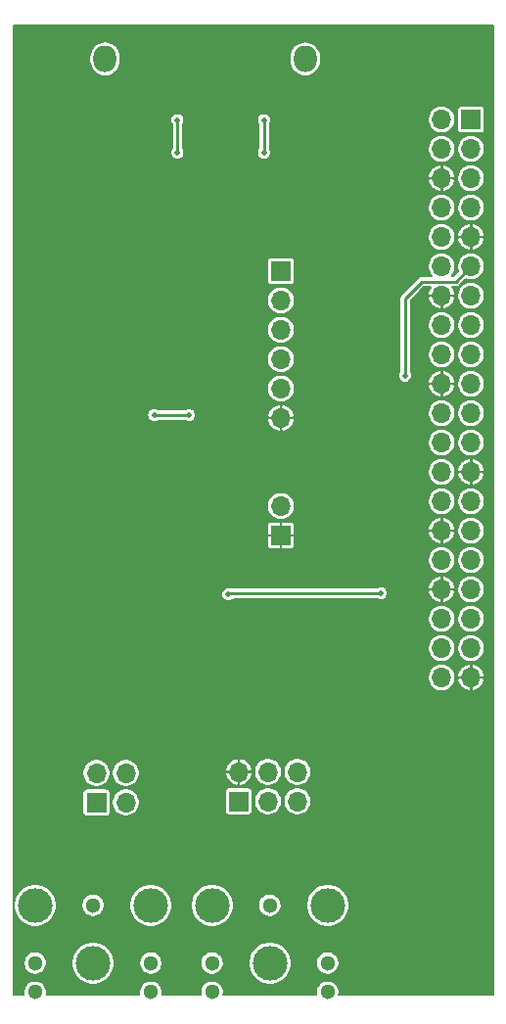
<source format=gbl>
G04 #@! TF.GenerationSoftware,KiCad,Pcbnew,(5.1.7)-1*
G04 #@! TF.CreationDate,2020-10-01T12:01:24-04:00*
G04 #@! TF.ProjectId,raspberry-pi-ir-hat,72617370-6265-4727-9279-2d70692d6972,rev?*
G04 #@! TF.SameCoordinates,Original*
G04 #@! TF.FileFunction,Copper,L2,Bot*
G04 #@! TF.FilePolarity,Positive*
%FSLAX46Y46*%
G04 Gerber Fmt 4.6, Leading zero omitted, Abs format (unit mm)*
G04 Created by KiCad (PCBNEW (5.1.7)-1) date 2020-10-01 12:01:24*
%MOMM*%
%LPD*%
G01*
G04 APERTURE LIST*
G04 #@! TA.AperFunction,ComponentPad*
%ADD10O,1.700000X1.700000*%
G04 #@! TD*
G04 #@! TA.AperFunction,ComponentPad*
%ADD11R,1.700000X1.700000*%
G04 #@! TD*
G04 #@! TA.AperFunction,ComponentPad*
%ADD12O,2.000000X2.300000*%
G04 #@! TD*
G04 #@! TA.AperFunction,ComponentPad*
%ADD13C,1.300000*%
G04 #@! TD*
G04 #@! TA.AperFunction,ComponentPad*
%ADD14C,3.000000*%
G04 #@! TD*
G04 #@! TA.AperFunction,ViaPad*
%ADD15C,0.508000*%
G04 #@! TD*
G04 #@! TA.AperFunction,Conductor*
%ADD16C,0.254000*%
G04 #@! TD*
G04 #@! TA.AperFunction,Conductor*
%ADD17C,0.203200*%
G04 #@! TD*
G04 #@! TA.AperFunction,Conductor*
%ADD18C,0.100000*%
G04 #@! TD*
G04 APERTURE END LIST*
D10*
G04 #@! TO.P,J7,40*
G04 #@! TO.N,/RW*
X143660000Y-133000000D03*
G04 #@! TO.P,J7,39*
G04 #@! TO.N,GND*
X146200000Y-133000000D03*
G04 #@! TO.P,J7,38*
G04 #@! TO.N,Net-(J7-Pad38)*
X143660000Y-130460000D03*
G04 #@! TO.P,J7,37*
G04 #@! TO.N,Net-(J7-Pad37)*
X146200000Y-130460000D03*
G04 #@! TO.P,J7,36*
G04 #@! TO.N,Net-(J7-Pad36)*
X143660000Y-127920000D03*
G04 #@! TO.P,J7,35*
G04 #@! TO.N,Net-(J7-Pad35)*
X146200000Y-127920000D03*
G04 #@! TO.P,J7,34*
G04 #@! TO.N,GND*
X143660000Y-125380000D03*
G04 #@! TO.P,J7,33*
G04 #@! TO.N,Net-(J7-Pad33)*
X146200000Y-125380000D03*
G04 #@! TO.P,J7,32*
G04 #@! TO.N,Net-(J7-Pad32)*
X143660000Y-122840000D03*
G04 #@! TO.P,J7,31*
G04 #@! TO.N,Net-(J7-Pad31)*
X146200000Y-122840000D03*
G04 #@! TO.P,J7,30*
G04 #@! TO.N,GND*
X143660000Y-120300000D03*
G04 #@! TO.P,J7,29*
G04 #@! TO.N,Net-(J7-Pad29)*
X146200000Y-120300000D03*
G04 #@! TO.P,J7,28*
G04 #@! TO.N,Net-(J7-Pad28)*
X143660000Y-117760000D03*
G04 #@! TO.P,J7,27*
G04 #@! TO.N,Net-(J7-Pad27)*
X146200000Y-117760000D03*
G04 #@! TO.P,J7,26*
G04 #@! TO.N,Net-(J7-Pad26)*
X143660000Y-115220000D03*
G04 #@! TO.P,J7,25*
G04 #@! TO.N,GND*
X146200000Y-115220000D03*
G04 #@! TO.P,J7,24*
G04 #@! TO.N,Net-(J7-Pad24)*
X143660000Y-112680000D03*
G04 #@! TO.P,J7,23*
G04 #@! TO.N,Net-(J7-Pad23)*
X146200000Y-112680000D03*
G04 #@! TO.P,J7,22*
G04 #@! TO.N,Net-(J7-Pad22)*
X143660000Y-110140000D03*
G04 #@! TO.P,J7,21*
G04 #@! TO.N,Net-(J7-Pad21)*
X146200000Y-110140000D03*
G04 #@! TO.P,J7,20*
G04 #@! TO.N,GND*
X143660000Y-107600000D03*
G04 #@! TO.P,J7,19*
G04 #@! TO.N,Net-(J7-Pad19)*
X146200000Y-107600000D03*
G04 #@! TO.P,J7,18*
G04 #@! TO.N,Net-(J7-Pad18)*
X143660000Y-105060000D03*
G04 #@! TO.P,J7,17*
G04 #@! TO.N,Net-(J7-Pad17)*
X146200000Y-105060000D03*
G04 #@! TO.P,J7,16*
G04 #@! TO.N,/IO3*
X143660000Y-102520000D03*
G04 #@! TO.P,J7,15*
G04 #@! TO.N,/MISC*
X146200000Y-102520000D03*
G04 #@! TO.P,J7,14*
G04 #@! TO.N,GND*
X143660000Y-99980000D03*
G04 #@! TO.P,J7,13*
G04 #@! TO.N,/RX*
X146200000Y-99980000D03*
G04 #@! TO.P,J7,12*
G04 #@! TO.N,Net-(J7-Pad12)*
X143660000Y-97440000D03*
G04 #@! TO.P,J7,11*
G04 #@! TO.N,/TX*
X146200000Y-97440000D03*
G04 #@! TO.P,J7,10*
G04 #@! TO.N,/IO2*
X143660000Y-94900000D03*
G04 #@! TO.P,J7,9*
G04 #@! TO.N,GND*
X146200000Y-94900000D03*
G04 #@! TO.P,J7,8*
G04 #@! TO.N,/IO1*
X143660000Y-92360000D03*
G04 #@! TO.P,J7,7*
G04 #@! TO.N,Net-(J7-Pad7)*
X146200000Y-92360000D03*
G04 #@! TO.P,J7,6*
G04 #@! TO.N,GND*
X143660000Y-89820000D03*
G04 #@! TO.P,J7,5*
G04 #@! TO.N,Net-(J7-Pad5)*
X146200000Y-89820000D03*
G04 #@! TO.P,J7,4*
G04 #@! TO.N,Net-(J7-Pad4)*
X143660000Y-87280000D03*
G04 #@! TO.P,J7,3*
G04 #@! TO.N,Net-(J7-Pad3)*
X146200000Y-87280000D03*
G04 #@! TO.P,J7,2*
G04 #@! TO.N,/5V*
X143660000Y-84740000D03*
D11*
G04 #@! TO.P,J7,1*
G04 #@! TO.N,VCC*
X146200000Y-84740000D03*
G04 #@! TD*
D10*
G04 #@! TO.P,J6,2*
G04 #@! TO.N,/RW*
X129760000Y-118160000D03*
D11*
G04 #@! TO.P,J6,1*
G04 #@! TO.N,GND*
X129760000Y-120700000D03*
G04 #@! TD*
D12*
G04 #@! TO.P,REF\u002A\u002A,*
G04 #@! TO.N,*
X131850000Y-79500000D03*
X114550000Y-79500000D03*
G04 #@! TD*
D13*
G04 #@! TO.P,J3,*
G04 #@! TO.N,*
X128800000Y-152700000D03*
X133800000Y-160200000D03*
X123800000Y-160200000D03*
X133800000Y-157700000D03*
X123800000Y-157700000D03*
D14*
G04 #@! TO.P,J3,1*
G04 #@! TO.N,Net-(J3-Pad1)*
X128800000Y-157700000D03*
G04 #@! TO.P,J3,2*
G04 #@! TO.N,Net-(J3-Pad2)*
X133800000Y-152700000D03*
G04 #@! TO.P,J3,3*
G04 #@! TO.N,Net-(J3-Pad3)*
X123800000Y-152700000D03*
G04 #@! TD*
D13*
G04 #@! TO.P,J2,*
G04 #@! TO.N,*
X113500000Y-152700000D03*
X118500000Y-160200000D03*
X108500000Y-160200000D03*
X118500000Y-157700000D03*
X108500000Y-157700000D03*
D14*
G04 #@! TO.P,J2,1*
G04 #@! TO.N,Net-(J2-Pad1)*
X113500000Y-157700000D03*
G04 #@! TO.P,J2,2*
G04 #@! TO.N,Net-(J2-Pad2)*
X118500000Y-152700000D03*
G04 #@! TO.P,J2,3*
G04 #@! TO.N,Net-(J2-Pad3)*
X108500000Y-152700000D03*
G04 #@! TD*
D10*
G04 #@! TO.P,J1,6*
G04 #@! TO.N,GND*
X129760000Y-110540000D03*
G04 #@! TO.P,J1,5*
G04 #@! TO.N,VCC*
X129760000Y-108000000D03*
G04 #@! TO.P,J1,4*
G04 #@! TO.N,/5V*
X129760000Y-105460000D03*
G04 #@! TO.P,J1,3*
G04 #@! TO.N,/IO3*
X129760000Y-102920000D03*
G04 #@! TO.P,J1,2*
G04 #@! TO.N,/IO2*
X129760000Y-100380000D03*
D11*
G04 #@! TO.P,J1,1*
G04 #@! TO.N,/IO1*
X129760000Y-97840000D03*
G04 #@! TD*
D10*
G04 #@! TO.P,J4,6*
G04 #@! TO.N,/RX*
X131180000Y-141160000D03*
G04 #@! TO.P,J4,5*
G04 #@! TO.N,Net-(J3-Pad2)*
X131180000Y-143700000D03*
G04 #@! TO.P,J4,4*
G04 #@! TO.N,VCC*
X128640000Y-141160000D03*
G04 #@! TO.P,J4,3*
G04 #@! TO.N,Net-(J3-Pad1)*
X128640000Y-143700000D03*
G04 #@! TO.P,J4,2*
G04 #@! TO.N,GND*
X126100000Y-141160000D03*
D11*
G04 #@! TO.P,J4,1*
G04 #@! TO.N,Net-(J3-Pad3)*
X126100000Y-143700000D03*
G04 #@! TD*
D10*
G04 #@! TO.P,J5,4*
G04 #@! TO.N,Net-(J5-Pad4)*
X116340000Y-141260000D03*
G04 #@! TO.P,J5,3*
G04 #@! TO.N,Net-(J2-Pad2)*
X116340000Y-143800000D03*
G04 #@! TO.P,J5,2*
G04 #@! TO.N,Net-(D1-Pad1)*
X113800000Y-141260000D03*
D11*
G04 #@! TO.P,J5,1*
G04 #@! TO.N,Net-(J2-Pad1)*
X113800000Y-143800000D03*
G04 #@! TD*
D15*
G04 #@! TO.N,GND*
X127400000Y-133800000D03*
X124300000Y-108700000D03*
X144100000Y-157100000D03*
X136200000Y-129100000D03*
X138500000Y-109600000D03*
X112100000Y-126400000D03*
X120300000Y-93100000D03*
X111100000Y-80500000D03*
X114900000Y-91000000D03*
X108900000Y-146000000D03*
X136800000Y-88800000D03*
X131900000Y-93100000D03*
X135500000Y-79700000D03*
X140600000Y-79800000D03*
X121200000Y-149400000D03*
X121600000Y-133200000D03*
G04 #@! TO.N,VCC*
X121800000Y-110300000D03*
X118800000Y-110300000D03*
G04 #@! TO.N,Net-(D2-Pad2)*
X128300000Y-84800000D03*
X128300000Y-87600000D03*
G04 #@! TO.N,/TX*
X140500000Y-106900000D03*
X138400000Y-125700000D03*
X125200000Y-125800000D03*
G04 #@! TO.N,Net-(D1-Pad1)*
X120800000Y-84800000D03*
X120800000Y-87600000D03*
G04 #@! TD*
D16*
G04 #@! TO.N,VCC*
X121800000Y-110300000D02*
X118800000Y-110300000D01*
G04 #@! TO.N,Net-(D2-Pad2)*
X128300000Y-84800000D02*
X128300000Y-87600000D01*
G04 #@! TO.N,/TX*
X144891001Y-98748999D02*
X141951001Y-98748999D01*
X146200000Y-97440000D02*
X144891001Y-98748999D01*
X140500000Y-100200000D02*
X140500000Y-106900000D01*
X141951001Y-98748999D02*
X140500000Y-100200000D01*
X125300000Y-125700000D02*
X125200000Y-125800000D01*
X138400000Y-125700000D02*
X125300000Y-125700000D01*
G04 #@! TO.N,Net-(D1-Pad1)*
X120800000Y-84800000D02*
X120800000Y-87600000D01*
G04 #@! TD*
D17*
G04 #@! TO.N,GND*
X148098400Y-160398400D02*
X134785837Y-160398400D01*
X134805600Y-160299043D01*
X134805600Y-160100957D01*
X134766956Y-159906677D01*
X134691151Y-159723670D01*
X134581101Y-159558967D01*
X134441033Y-159418899D01*
X134276330Y-159308849D01*
X134093323Y-159233044D01*
X133899043Y-159194400D01*
X133700957Y-159194400D01*
X133506677Y-159233044D01*
X133323670Y-159308849D01*
X133158967Y-159418899D01*
X133018899Y-159558967D01*
X132908849Y-159723670D01*
X132833044Y-159906677D01*
X132794400Y-160100957D01*
X132794400Y-160299043D01*
X132814163Y-160398400D01*
X124785837Y-160398400D01*
X124805600Y-160299043D01*
X124805600Y-160100957D01*
X124766956Y-159906677D01*
X124691151Y-159723670D01*
X124581101Y-159558967D01*
X124441033Y-159418899D01*
X124276330Y-159308849D01*
X124093323Y-159233044D01*
X123899043Y-159194400D01*
X123700957Y-159194400D01*
X123506677Y-159233044D01*
X123323670Y-159308849D01*
X123158967Y-159418899D01*
X123018899Y-159558967D01*
X122908849Y-159723670D01*
X122833044Y-159906677D01*
X122794400Y-160100957D01*
X122794400Y-160299043D01*
X122814163Y-160398400D01*
X119485837Y-160398400D01*
X119505600Y-160299043D01*
X119505600Y-160100957D01*
X119466956Y-159906677D01*
X119391151Y-159723670D01*
X119281101Y-159558967D01*
X119141033Y-159418899D01*
X118976330Y-159308849D01*
X118793323Y-159233044D01*
X118599043Y-159194400D01*
X118400957Y-159194400D01*
X118206677Y-159233044D01*
X118023670Y-159308849D01*
X117858967Y-159418899D01*
X117718899Y-159558967D01*
X117608849Y-159723670D01*
X117533044Y-159906677D01*
X117494400Y-160100957D01*
X117494400Y-160299043D01*
X117514163Y-160398400D01*
X109485837Y-160398400D01*
X109505600Y-160299043D01*
X109505600Y-160100957D01*
X109466956Y-159906677D01*
X109391151Y-159723670D01*
X109281101Y-159558967D01*
X109141033Y-159418899D01*
X108976330Y-159308849D01*
X108793323Y-159233044D01*
X108599043Y-159194400D01*
X108400957Y-159194400D01*
X108206677Y-159233044D01*
X108023670Y-159308849D01*
X107858967Y-159418899D01*
X107718899Y-159558967D01*
X107608849Y-159723670D01*
X107533044Y-159906677D01*
X107494400Y-160100957D01*
X107494400Y-160299043D01*
X107514163Y-160398400D01*
X106601600Y-160398400D01*
X106601600Y-157600957D01*
X107494400Y-157600957D01*
X107494400Y-157799043D01*
X107533044Y-157993323D01*
X107608849Y-158176330D01*
X107718899Y-158341033D01*
X107858967Y-158481101D01*
X108023670Y-158591151D01*
X108206677Y-158666956D01*
X108400957Y-158705600D01*
X108599043Y-158705600D01*
X108793323Y-158666956D01*
X108976330Y-158591151D01*
X109141033Y-158481101D01*
X109281101Y-158341033D01*
X109391151Y-158176330D01*
X109466956Y-157993323D01*
X109505600Y-157799043D01*
X109505600Y-157600957D01*
X109488948Y-157517239D01*
X111644400Y-157517239D01*
X111644400Y-157882761D01*
X111715710Y-158241258D01*
X111855589Y-158578956D01*
X112058662Y-158882876D01*
X112317124Y-159141338D01*
X112621044Y-159344411D01*
X112958742Y-159484290D01*
X113317239Y-159555600D01*
X113682761Y-159555600D01*
X114041258Y-159484290D01*
X114378956Y-159344411D01*
X114682876Y-159141338D01*
X114941338Y-158882876D01*
X115144411Y-158578956D01*
X115284290Y-158241258D01*
X115355600Y-157882761D01*
X115355600Y-157600957D01*
X117494400Y-157600957D01*
X117494400Y-157799043D01*
X117533044Y-157993323D01*
X117608849Y-158176330D01*
X117718899Y-158341033D01*
X117858967Y-158481101D01*
X118023670Y-158591151D01*
X118206677Y-158666956D01*
X118400957Y-158705600D01*
X118599043Y-158705600D01*
X118793323Y-158666956D01*
X118976330Y-158591151D01*
X119141033Y-158481101D01*
X119281101Y-158341033D01*
X119391151Y-158176330D01*
X119466956Y-157993323D01*
X119505600Y-157799043D01*
X119505600Y-157600957D01*
X122794400Y-157600957D01*
X122794400Y-157799043D01*
X122833044Y-157993323D01*
X122908849Y-158176330D01*
X123018899Y-158341033D01*
X123158967Y-158481101D01*
X123323670Y-158591151D01*
X123506677Y-158666956D01*
X123700957Y-158705600D01*
X123899043Y-158705600D01*
X124093323Y-158666956D01*
X124276330Y-158591151D01*
X124441033Y-158481101D01*
X124581101Y-158341033D01*
X124691151Y-158176330D01*
X124766956Y-157993323D01*
X124805600Y-157799043D01*
X124805600Y-157600957D01*
X124788948Y-157517239D01*
X126944400Y-157517239D01*
X126944400Y-157882761D01*
X127015710Y-158241258D01*
X127155589Y-158578956D01*
X127358662Y-158882876D01*
X127617124Y-159141338D01*
X127921044Y-159344411D01*
X128258742Y-159484290D01*
X128617239Y-159555600D01*
X128982761Y-159555600D01*
X129341258Y-159484290D01*
X129678956Y-159344411D01*
X129982876Y-159141338D01*
X130241338Y-158882876D01*
X130444411Y-158578956D01*
X130584290Y-158241258D01*
X130655600Y-157882761D01*
X130655600Y-157600957D01*
X132794400Y-157600957D01*
X132794400Y-157799043D01*
X132833044Y-157993323D01*
X132908849Y-158176330D01*
X133018899Y-158341033D01*
X133158967Y-158481101D01*
X133323670Y-158591151D01*
X133506677Y-158666956D01*
X133700957Y-158705600D01*
X133899043Y-158705600D01*
X134093323Y-158666956D01*
X134276330Y-158591151D01*
X134441033Y-158481101D01*
X134581101Y-158341033D01*
X134691151Y-158176330D01*
X134766956Y-157993323D01*
X134805600Y-157799043D01*
X134805600Y-157600957D01*
X134766956Y-157406677D01*
X134691151Y-157223670D01*
X134581101Y-157058967D01*
X134441033Y-156918899D01*
X134276330Y-156808849D01*
X134093323Y-156733044D01*
X133899043Y-156694400D01*
X133700957Y-156694400D01*
X133506677Y-156733044D01*
X133323670Y-156808849D01*
X133158967Y-156918899D01*
X133018899Y-157058967D01*
X132908849Y-157223670D01*
X132833044Y-157406677D01*
X132794400Y-157600957D01*
X130655600Y-157600957D01*
X130655600Y-157517239D01*
X130584290Y-157158742D01*
X130444411Y-156821044D01*
X130241338Y-156517124D01*
X129982876Y-156258662D01*
X129678956Y-156055589D01*
X129341258Y-155915710D01*
X128982761Y-155844400D01*
X128617239Y-155844400D01*
X128258742Y-155915710D01*
X127921044Y-156055589D01*
X127617124Y-156258662D01*
X127358662Y-156517124D01*
X127155589Y-156821044D01*
X127015710Y-157158742D01*
X126944400Y-157517239D01*
X124788948Y-157517239D01*
X124766956Y-157406677D01*
X124691151Y-157223670D01*
X124581101Y-157058967D01*
X124441033Y-156918899D01*
X124276330Y-156808849D01*
X124093323Y-156733044D01*
X123899043Y-156694400D01*
X123700957Y-156694400D01*
X123506677Y-156733044D01*
X123323670Y-156808849D01*
X123158967Y-156918899D01*
X123018899Y-157058967D01*
X122908849Y-157223670D01*
X122833044Y-157406677D01*
X122794400Y-157600957D01*
X119505600Y-157600957D01*
X119466956Y-157406677D01*
X119391151Y-157223670D01*
X119281101Y-157058967D01*
X119141033Y-156918899D01*
X118976330Y-156808849D01*
X118793323Y-156733044D01*
X118599043Y-156694400D01*
X118400957Y-156694400D01*
X118206677Y-156733044D01*
X118023670Y-156808849D01*
X117858967Y-156918899D01*
X117718899Y-157058967D01*
X117608849Y-157223670D01*
X117533044Y-157406677D01*
X117494400Y-157600957D01*
X115355600Y-157600957D01*
X115355600Y-157517239D01*
X115284290Y-157158742D01*
X115144411Y-156821044D01*
X114941338Y-156517124D01*
X114682876Y-156258662D01*
X114378956Y-156055589D01*
X114041258Y-155915710D01*
X113682761Y-155844400D01*
X113317239Y-155844400D01*
X112958742Y-155915710D01*
X112621044Y-156055589D01*
X112317124Y-156258662D01*
X112058662Y-156517124D01*
X111855589Y-156821044D01*
X111715710Y-157158742D01*
X111644400Y-157517239D01*
X109488948Y-157517239D01*
X109466956Y-157406677D01*
X109391151Y-157223670D01*
X109281101Y-157058967D01*
X109141033Y-156918899D01*
X108976330Y-156808849D01*
X108793323Y-156733044D01*
X108599043Y-156694400D01*
X108400957Y-156694400D01*
X108206677Y-156733044D01*
X108023670Y-156808849D01*
X107858967Y-156918899D01*
X107718899Y-157058967D01*
X107608849Y-157223670D01*
X107533044Y-157406677D01*
X107494400Y-157600957D01*
X106601600Y-157600957D01*
X106601600Y-152517239D01*
X106644400Y-152517239D01*
X106644400Y-152882761D01*
X106715710Y-153241258D01*
X106855589Y-153578956D01*
X107058662Y-153882876D01*
X107317124Y-154141338D01*
X107621044Y-154344411D01*
X107958742Y-154484290D01*
X108317239Y-154555600D01*
X108682761Y-154555600D01*
X109041258Y-154484290D01*
X109378956Y-154344411D01*
X109682876Y-154141338D01*
X109941338Y-153882876D01*
X110144411Y-153578956D01*
X110284290Y-153241258D01*
X110355600Y-152882761D01*
X110355600Y-152600957D01*
X112494400Y-152600957D01*
X112494400Y-152799043D01*
X112533044Y-152993323D01*
X112608849Y-153176330D01*
X112718899Y-153341033D01*
X112858967Y-153481101D01*
X113023670Y-153591151D01*
X113206677Y-153666956D01*
X113400957Y-153705600D01*
X113599043Y-153705600D01*
X113793323Y-153666956D01*
X113976330Y-153591151D01*
X114141033Y-153481101D01*
X114281101Y-153341033D01*
X114391151Y-153176330D01*
X114466956Y-152993323D01*
X114505600Y-152799043D01*
X114505600Y-152600957D01*
X114488948Y-152517239D01*
X116644400Y-152517239D01*
X116644400Y-152882761D01*
X116715710Y-153241258D01*
X116855589Y-153578956D01*
X117058662Y-153882876D01*
X117317124Y-154141338D01*
X117621044Y-154344411D01*
X117958742Y-154484290D01*
X118317239Y-154555600D01*
X118682761Y-154555600D01*
X119041258Y-154484290D01*
X119378956Y-154344411D01*
X119682876Y-154141338D01*
X119941338Y-153882876D01*
X120144411Y-153578956D01*
X120284290Y-153241258D01*
X120355600Y-152882761D01*
X120355600Y-152517239D01*
X121944400Y-152517239D01*
X121944400Y-152882761D01*
X122015710Y-153241258D01*
X122155589Y-153578956D01*
X122358662Y-153882876D01*
X122617124Y-154141338D01*
X122921044Y-154344411D01*
X123258742Y-154484290D01*
X123617239Y-154555600D01*
X123982761Y-154555600D01*
X124341258Y-154484290D01*
X124678956Y-154344411D01*
X124982876Y-154141338D01*
X125241338Y-153882876D01*
X125444411Y-153578956D01*
X125584290Y-153241258D01*
X125655600Y-152882761D01*
X125655600Y-152600957D01*
X127794400Y-152600957D01*
X127794400Y-152799043D01*
X127833044Y-152993323D01*
X127908849Y-153176330D01*
X128018899Y-153341033D01*
X128158967Y-153481101D01*
X128323670Y-153591151D01*
X128506677Y-153666956D01*
X128700957Y-153705600D01*
X128899043Y-153705600D01*
X129093323Y-153666956D01*
X129276330Y-153591151D01*
X129441033Y-153481101D01*
X129581101Y-153341033D01*
X129691151Y-153176330D01*
X129766956Y-152993323D01*
X129805600Y-152799043D01*
X129805600Y-152600957D01*
X129788948Y-152517239D01*
X131944400Y-152517239D01*
X131944400Y-152882761D01*
X132015710Y-153241258D01*
X132155589Y-153578956D01*
X132358662Y-153882876D01*
X132617124Y-154141338D01*
X132921044Y-154344411D01*
X133258742Y-154484290D01*
X133617239Y-154555600D01*
X133982761Y-154555600D01*
X134341258Y-154484290D01*
X134678956Y-154344411D01*
X134982876Y-154141338D01*
X135241338Y-153882876D01*
X135444411Y-153578956D01*
X135584290Y-153241258D01*
X135655600Y-152882761D01*
X135655600Y-152517239D01*
X135584290Y-152158742D01*
X135444411Y-151821044D01*
X135241338Y-151517124D01*
X134982876Y-151258662D01*
X134678956Y-151055589D01*
X134341258Y-150915710D01*
X133982761Y-150844400D01*
X133617239Y-150844400D01*
X133258742Y-150915710D01*
X132921044Y-151055589D01*
X132617124Y-151258662D01*
X132358662Y-151517124D01*
X132155589Y-151821044D01*
X132015710Y-152158742D01*
X131944400Y-152517239D01*
X129788948Y-152517239D01*
X129766956Y-152406677D01*
X129691151Y-152223670D01*
X129581101Y-152058967D01*
X129441033Y-151918899D01*
X129276330Y-151808849D01*
X129093323Y-151733044D01*
X128899043Y-151694400D01*
X128700957Y-151694400D01*
X128506677Y-151733044D01*
X128323670Y-151808849D01*
X128158967Y-151918899D01*
X128018899Y-152058967D01*
X127908849Y-152223670D01*
X127833044Y-152406677D01*
X127794400Y-152600957D01*
X125655600Y-152600957D01*
X125655600Y-152517239D01*
X125584290Y-152158742D01*
X125444411Y-151821044D01*
X125241338Y-151517124D01*
X124982876Y-151258662D01*
X124678956Y-151055589D01*
X124341258Y-150915710D01*
X123982761Y-150844400D01*
X123617239Y-150844400D01*
X123258742Y-150915710D01*
X122921044Y-151055589D01*
X122617124Y-151258662D01*
X122358662Y-151517124D01*
X122155589Y-151821044D01*
X122015710Y-152158742D01*
X121944400Y-152517239D01*
X120355600Y-152517239D01*
X120284290Y-152158742D01*
X120144411Y-151821044D01*
X119941338Y-151517124D01*
X119682876Y-151258662D01*
X119378956Y-151055589D01*
X119041258Y-150915710D01*
X118682761Y-150844400D01*
X118317239Y-150844400D01*
X117958742Y-150915710D01*
X117621044Y-151055589D01*
X117317124Y-151258662D01*
X117058662Y-151517124D01*
X116855589Y-151821044D01*
X116715710Y-152158742D01*
X116644400Y-152517239D01*
X114488948Y-152517239D01*
X114466956Y-152406677D01*
X114391151Y-152223670D01*
X114281101Y-152058967D01*
X114141033Y-151918899D01*
X113976330Y-151808849D01*
X113793323Y-151733044D01*
X113599043Y-151694400D01*
X113400957Y-151694400D01*
X113206677Y-151733044D01*
X113023670Y-151808849D01*
X112858967Y-151918899D01*
X112718899Y-152058967D01*
X112608849Y-152223670D01*
X112533044Y-152406677D01*
X112494400Y-152600957D01*
X110355600Y-152600957D01*
X110355600Y-152517239D01*
X110284290Y-152158742D01*
X110144411Y-151821044D01*
X109941338Y-151517124D01*
X109682876Y-151258662D01*
X109378956Y-151055589D01*
X109041258Y-150915710D01*
X108682761Y-150844400D01*
X108317239Y-150844400D01*
X107958742Y-150915710D01*
X107621044Y-151055589D01*
X107317124Y-151258662D01*
X107058662Y-151517124D01*
X106855589Y-151821044D01*
X106715710Y-152158742D01*
X106644400Y-152517239D01*
X106601600Y-152517239D01*
X106601600Y-142950000D01*
X112592680Y-142950000D01*
X112592680Y-144650000D01*
X112599546Y-144719710D01*
X112619879Y-144786740D01*
X112652899Y-144848516D01*
X112697337Y-144902663D01*
X112751484Y-144947101D01*
X112813260Y-144980121D01*
X112880290Y-145000454D01*
X112950000Y-145007320D01*
X114650000Y-145007320D01*
X114719710Y-145000454D01*
X114786740Y-144980121D01*
X114848516Y-144947101D01*
X114902663Y-144902663D01*
X114947101Y-144848516D01*
X114980121Y-144786740D01*
X115000454Y-144719710D01*
X115007320Y-144650000D01*
X115007320Y-143681259D01*
X115134400Y-143681259D01*
X115134400Y-143918741D01*
X115180731Y-144151660D01*
X115271611Y-144371066D01*
X115403550Y-144568525D01*
X115571475Y-144736450D01*
X115768934Y-144868389D01*
X115988340Y-144959269D01*
X116221259Y-145005600D01*
X116458741Y-145005600D01*
X116691660Y-144959269D01*
X116911066Y-144868389D01*
X117108525Y-144736450D01*
X117276450Y-144568525D01*
X117408389Y-144371066D01*
X117499269Y-144151660D01*
X117545600Y-143918741D01*
X117545600Y-143681259D01*
X117499269Y-143448340D01*
X117408389Y-143228934D01*
X117276450Y-143031475D01*
X117108525Y-142863550D01*
X117088247Y-142850000D01*
X124892680Y-142850000D01*
X124892680Y-144550000D01*
X124899546Y-144619710D01*
X124919879Y-144686740D01*
X124952899Y-144748516D01*
X124997337Y-144802663D01*
X125051484Y-144847101D01*
X125113260Y-144880121D01*
X125180290Y-144900454D01*
X125250000Y-144907320D01*
X126950000Y-144907320D01*
X127019710Y-144900454D01*
X127086740Y-144880121D01*
X127148516Y-144847101D01*
X127202663Y-144802663D01*
X127247101Y-144748516D01*
X127280121Y-144686740D01*
X127300454Y-144619710D01*
X127307320Y-144550000D01*
X127307320Y-143581259D01*
X127434400Y-143581259D01*
X127434400Y-143818741D01*
X127480731Y-144051660D01*
X127571611Y-144271066D01*
X127703550Y-144468525D01*
X127871475Y-144636450D01*
X128068934Y-144768389D01*
X128288340Y-144859269D01*
X128521259Y-144905600D01*
X128758741Y-144905600D01*
X128991660Y-144859269D01*
X129211066Y-144768389D01*
X129408525Y-144636450D01*
X129576450Y-144468525D01*
X129708389Y-144271066D01*
X129799269Y-144051660D01*
X129845600Y-143818741D01*
X129845600Y-143581259D01*
X129974400Y-143581259D01*
X129974400Y-143818741D01*
X130020731Y-144051660D01*
X130111611Y-144271066D01*
X130243550Y-144468525D01*
X130411475Y-144636450D01*
X130608934Y-144768389D01*
X130828340Y-144859269D01*
X131061259Y-144905600D01*
X131298741Y-144905600D01*
X131531660Y-144859269D01*
X131751066Y-144768389D01*
X131948525Y-144636450D01*
X132116450Y-144468525D01*
X132248389Y-144271066D01*
X132339269Y-144051660D01*
X132385600Y-143818741D01*
X132385600Y-143581259D01*
X132339269Y-143348340D01*
X132248389Y-143128934D01*
X132116450Y-142931475D01*
X131948525Y-142763550D01*
X131751066Y-142631611D01*
X131531660Y-142540731D01*
X131298741Y-142494400D01*
X131061259Y-142494400D01*
X130828340Y-142540731D01*
X130608934Y-142631611D01*
X130411475Y-142763550D01*
X130243550Y-142931475D01*
X130111611Y-143128934D01*
X130020731Y-143348340D01*
X129974400Y-143581259D01*
X129845600Y-143581259D01*
X129799269Y-143348340D01*
X129708389Y-143128934D01*
X129576450Y-142931475D01*
X129408525Y-142763550D01*
X129211066Y-142631611D01*
X128991660Y-142540731D01*
X128758741Y-142494400D01*
X128521259Y-142494400D01*
X128288340Y-142540731D01*
X128068934Y-142631611D01*
X127871475Y-142763550D01*
X127703550Y-142931475D01*
X127571611Y-143128934D01*
X127480731Y-143348340D01*
X127434400Y-143581259D01*
X127307320Y-143581259D01*
X127307320Y-142850000D01*
X127300454Y-142780290D01*
X127280121Y-142713260D01*
X127247101Y-142651484D01*
X127202663Y-142597337D01*
X127148516Y-142552899D01*
X127086740Y-142519879D01*
X127019710Y-142499546D01*
X126950000Y-142492680D01*
X125250000Y-142492680D01*
X125180290Y-142499546D01*
X125113260Y-142519879D01*
X125051484Y-142552899D01*
X124997337Y-142597337D01*
X124952899Y-142651484D01*
X124919879Y-142713260D01*
X124899546Y-142780290D01*
X124892680Y-142850000D01*
X117088247Y-142850000D01*
X116911066Y-142731611D01*
X116691660Y-142640731D01*
X116458741Y-142594400D01*
X116221259Y-142594400D01*
X115988340Y-142640731D01*
X115768934Y-142731611D01*
X115571475Y-142863550D01*
X115403550Y-143031475D01*
X115271611Y-143228934D01*
X115180731Y-143448340D01*
X115134400Y-143681259D01*
X115007320Y-143681259D01*
X115007320Y-142950000D01*
X115000454Y-142880290D01*
X114980121Y-142813260D01*
X114947101Y-142751484D01*
X114902663Y-142697337D01*
X114848516Y-142652899D01*
X114786740Y-142619879D01*
X114719710Y-142599546D01*
X114650000Y-142592680D01*
X112950000Y-142592680D01*
X112880290Y-142599546D01*
X112813260Y-142619879D01*
X112751484Y-142652899D01*
X112697337Y-142697337D01*
X112652899Y-142751484D01*
X112619879Y-142813260D01*
X112599546Y-142880290D01*
X112592680Y-142950000D01*
X106601600Y-142950000D01*
X106601600Y-141141259D01*
X112594400Y-141141259D01*
X112594400Y-141378741D01*
X112640731Y-141611660D01*
X112731611Y-141831066D01*
X112863550Y-142028525D01*
X113031475Y-142196450D01*
X113228934Y-142328389D01*
X113448340Y-142419269D01*
X113681259Y-142465600D01*
X113918741Y-142465600D01*
X114151660Y-142419269D01*
X114371066Y-142328389D01*
X114568525Y-142196450D01*
X114736450Y-142028525D01*
X114868389Y-141831066D01*
X114959269Y-141611660D01*
X115005600Y-141378741D01*
X115005600Y-141141259D01*
X115134400Y-141141259D01*
X115134400Y-141378741D01*
X115180731Y-141611660D01*
X115271611Y-141831066D01*
X115403550Y-142028525D01*
X115571475Y-142196450D01*
X115768934Y-142328389D01*
X115988340Y-142419269D01*
X116221259Y-142465600D01*
X116458741Y-142465600D01*
X116691660Y-142419269D01*
X116911066Y-142328389D01*
X117108525Y-142196450D01*
X117276450Y-142028525D01*
X117408389Y-141831066D01*
X117499269Y-141611660D01*
X117545600Y-141378741D01*
X117545600Y-141373643D01*
X124913479Y-141373643D01*
X124977957Y-141601017D01*
X125085555Y-141811443D01*
X125232138Y-141996834D01*
X125412072Y-142150066D01*
X125618443Y-142265250D01*
X125843320Y-142337960D01*
X125886357Y-142346519D01*
X126074600Y-142276411D01*
X126074600Y-141185400D01*
X126125400Y-141185400D01*
X126125400Y-142276411D01*
X126313643Y-142346519D01*
X126356680Y-142337960D01*
X126581557Y-142265250D01*
X126787928Y-142150066D01*
X126967862Y-141996834D01*
X127114445Y-141811443D01*
X127222043Y-141601017D01*
X127286521Y-141373643D01*
X127216434Y-141185400D01*
X126125400Y-141185400D01*
X126074600Y-141185400D01*
X124983566Y-141185400D01*
X124913479Y-141373643D01*
X117545600Y-141373643D01*
X117545600Y-141141259D01*
X117506832Y-140946357D01*
X124913479Y-140946357D01*
X124983566Y-141134600D01*
X126074600Y-141134600D01*
X126074600Y-140043589D01*
X126125400Y-140043589D01*
X126125400Y-141134600D01*
X127216434Y-141134600D01*
X127251186Y-141041259D01*
X127434400Y-141041259D01*
X127434400Y-141278741D01*
X127480731Y-141511660D01*
X127571611Y-141731066D01*
X127703550Y-141928525D01*
X127871475Y-142096450D01*
X128068934Y-142228389D01*
X128288340Y-142319269D01*
X128521259Y-142365600D01*
X128758741Y-142365600D01*
X128991660Y-142319269D01*
X129211066Y-142228389D01*
X129408525Y-142096450D01*
X129576450Y-141928525D01*
X129708389Y-141731066D01*
X129799269Y-141511660D01*
X129845600Y-141278741D01*
X129845600Y-141041259D01*
X129974400Y-141041259D01*
X129974400Y-141278741D01*
X130020731Y-141511660D01*
X130111611Y-141731066D01*
X130243550Y-141928525D01*
X130411475Y-142096450D01*
X130608934Y-142228389D01*
X130828340Y-142319269D01*
X131061259Y-142365600D01*
X131298741Y-142365600D01*
X131531660Y-142319269D01*
X131751066Y-142228389D01*
X131948525Y-142096450D01*
X132116450Y-141928525D01*
X132248389Y-141731066D01*
X132339269Y-141511660D01*
X132385600Y-141278741D01*
X132385600Y-141041259D01*
X132339269Y-140808340D01*
X132248389Y-140588934D01*
X132116450Y-140391475D01*
X131948525Y-140223550D01*
X131751066Y-140091611D01*
X131531660Y-140000731D01*
X131298741Y-139954400D01*
X131061259Y-139954400D01*
X130828340Y-140000731D01*
X130608934Y-140091611D01*
X130411475Y-140223550D01*
X130243550Y-140391475D01*
X130111611Y-140588934D01*
X130020731Y-140808340D01*
X129974400Y-141041259D01*
X129845600Y-141041259D01*
X129799269Y-140808340D01*
X129708389Y-140588934D01*
X129576450Y-140391475D01*
X129408525Y-140223550D01*
X129211066Y-140091611D01*
X128991660Y-140000731D01*
X128758741Y-139954400D01*
X128521259Y-139954400D01*
X128288340Y-140000731D01*
X128068934Y-140091611D01*
X127871475Y-140223550D01*
X127703550Y-140391475D01*
X127571611Y-140588934D01*
X127480731Y-140808340D01*
X127434400Y-141041259D01*
X127251186Y-141041259D01*
X127286521Y-140946357D01*
X127222043Y-140718983D01*
X127114445Y-140508557D01*
X126967862Y-140323166D01*
X126787928Y-140169934D01*
X126581557Y-140054750D01*
X126356680Y-139982040D01*
X126313643Y-139973481D01*
X126125400Y-140043589D01*
X126074600Y-140043589D01*
X125886357Y-139973481D01*
X125843320Y-139982040D01*
X125618443Y-140054750D01*
X125412072Y-140169934D01*
X125232138Y-140323166D01*
X125085555Y-140508557D01*
X124977957Y-140718983D01*
X124913479Y-140946357D01*
X117506832Y-140946357D01*
X117499269Y-140908340D01*
X117408389Y-140688934D01*
X117276450Y-140491475D01*
X117108525Y-140323550D01*
X116911066Y-140191611D01*
X116691660Y-140100731D01*
X116458741Y-140054400D01*
X116221259Y-140054400D01*
X115988340Y-140100731D01*
X115768934Y-140191611D01*
X115571475Y-140323550D01*
X115403550Y-140491475D01*
X115271611Y-140688934D01*
X115180731Y-140908340D01*
X115134400Y-141141259D01*
X115005600Y-141141259D01*
X114959269Y-140908340D01*
X114868389Y-140688934D01*
X114736450Y-140491475D01*
X114568525Y-140323550D01*
X114371066Y-140191611D01*
X114151660Y-140100731D01*
X113918741Y-140054400D01*
X113681259Y-140054400D01*
X113448340Y-140100731D01*
X113228934Y-140191611D01*
X113031475Y-140323550D01*
X112863550Y-140491475D01*
X112731611Y-140688934D01*
X112640731Y-140908340D01*
X112594400Y-141141259D01*
X106601600Y-141141259D01*
X106601600Y-132881259D01*
X142454400Y-132881259D01*
X142454400Y-133118741D01*
X142500731Y-133351660D01*
X142591611Y-133571066D01*
X142723550Y-133768525D01*
X142891475Y-133936450D01*
X143088934Y-134068389D01*
X143308340Y-134159269D01*
X143541259Y-134205600D01*
X143778741Y-134205600D01*
X144011660Y-134159269D01*
X144231066Y-134068389D01*
X144428525Y-133936450D01*
X144596450Y-133768525D01*
X144728389Y-133571066D01*
X144819269Y-133351660D01*
X144846722Y-133213643D01*
X145013481Y-133213643D01*
X145022040Y-133256680D01*
X145094750Y-133481557D01*
X145209934Y-133687928D01*
X145363166Y-133867862D01*
X145548557Y-134014445D01*
X145758983Y-134122043D01*
X145986357Y-134186521D01*
X146174600Y-134116434D01*
X146174600Y-133025400D01*
X146225400Y-133025400D01*
X146225400Y-134116434D01*
X146413643Y-134186521D01*
X146641017Y-134122043D01*
X146851443Y-134014445D01*
X147036834Y-133867862D01*
X147190066Y-133687928D01*
X147305250Y-133481557D01*
X147377960Y-133256680D01*
X147386519Y-133213643D01*
X147316411Y-133025400D01*
X146225400Y-133025400D01*
X146174600Y-133025400D01*
X145083589Y-133025400D01*
X145013481Y-133213643D01*
X144846722Y-133213643D01*
X144865600Y-133118741D01*
X144865600Y-132881259D01*
X144846723Y-132786357D01*
X145013481Y-132786357D01*
X145083589Y-132974600D01*
X146174600Y-132974600D01*
X146174600Y-131883566D01*
X146225400Y-131883566D01*
X146225400Y-132974600D01*
X147316411Y-132974600D01*
X147386519Y-132786357D01*
X147377960Y-132743320D01*
X147305250Y-132518443D01*
X147190066Y-132312072D01*
X147036834Y-132132138D01*
X146851443Y-131985555D01*
X146641017Y-131877957D01*
X146413643Y-131813479D01*
X146225400Y-131883566D01*
X146174600Y-131883566D01*
X145986357Y-131813479D01*
X145758983Y-131877957D01*
X145548557Y-131985555D01*
X145363166Y-132132138D01*
X145209934Y-132312072D01*
X145094750Y-132518443D01*
X145022040Y-132743320D01*
X145013481Y-132786357D01*
X144846723Y-132786357D01*
X144819269Y-132648340D01*
X144728389Y-132428934D01*
X144596450Y-132231475D01*
X144428525Y-132063550D01*
X144231066Y-131931611D01*
X144011660Y-131840731D01*
X143778741Y-131794400D01*
X143541259Y-131794400D01*
X143308340Y-131840731D01*
X143088934Y-131931611D01*
X142891475Y-132063550D01*
X142723550Y-132231475D01*
X142591611Y-132428934D01*
X142500731Y-132648340D01*
X142454400Y-132881259D01*
X106601600Y-132881259D01*
X106601600Y-130341259D01*
X142454400Y-130341259D01*
X142454400Y-130578741D01*
X142500731Y-130811660D01*
X142591611Y-131031066D01*
X142723550Y-131228525D01*
X142891475Y-131396450D01*
X143088934Y-131528389D01*
X143308340Y-131619269D01*
X143541259Y-131665600D01*
X143778741Y-131665600D01*
X144011660Y-131619269D01*
X144231066Y-131528389D01*
X144428525Y-131396450D01*
X144596450Y-131228525D01*
X144728389Y-131031066D01*
X144819269Y-130811660D01*
X144865600Y-130578741D01*
X144865600Y-130341259D01*
X144994400Y-130341259D01*
X144994400Y-130578741D01*
X145040731Y-130811660D01*
X145131611Y-131031066D01*
X145263550Y-131228525D01*
X145431475Y-131396450D01*
X145628934Y-131528389D01*
X145848340Y-131619269D01*
X146081259Y-131665600D01*
X146318741Y-131665600D01*
X146551660Y-131619269D01*
X146771066Y-131528389D01*
X146968525Y-131396450D01*
X147136450Y-131228525D01*
X147268389Y-131031066D01*
X147359269Y-130811660D01*
X147405600Y-130578741D01*
X147405600Y-130341259D01*
X147359269Y-130108340D01*
X147268389Y-129888934D01*
X147136450Y-129691475D01*
X146968525Y-129523550D01*
X146771066Y-129391611D01*
X146551660Y-129300731D01*
X146318741Y-129254400D01*
X146081259Y-129254400D01*
X145848340Y-129300731D01*
X145628934Y-129391611D01*
X145431475Y-129523550D01*
X145263550Y-129691475D01*
X145131611Y-129888934D01*
X145040731Y-130108340D01*
X144994400Y-130341259D01*
X144865600Y-130341259D01*
X144819269Y-130108340D01*
X144728389Y-129888934D01*
X144596450Y-129691475D01*
X144428525Y-129523550D01*
X144231066Y-129391611D01*
X144011660Y-129300731D01*
X143778741Y-129254400D01*
X143541259Y-129254400D01*
X143308340Y-129300731D01*
X143088934Y-129391611D01*
X142891475Y-129523550D01*
X142723550Y-129691475D01*
X142591611Y-129888934D01*
X142500731Y-130108340D01*
X142454400Y-130341259D01*
X106601600Y-130341259D01*
X106601600Y-127801259D01*
X142454400Y-127801259D01*
X142454400Y-128038741D01*
X142500731Y-128271660D01*
X142591611Y-128491066D01*
X142723550Y-128688525D01*
X142891475Y-128856450D01*
X143088934Y-128988389D01*
X143308340Y-129079269D01*
X143541259Y-129125600D01*
X143778741Y-129125600D01*
X144011660Y-129079269D01*
X144231066Y-128988389D01*
X144428525Y-128856450D01*
X144596450Y-128688525D01*
X144728389Y-128491066D01*
X144819269Y-128271660D01*
X144865600Y-128038741D01*
X144865600Y-127801259D01*
X144994400Y-127801259D01*
X144994400Y-128038741D01*
X145040731Y-128271660D01*
X145131611Y-128491066D01*
X145263550Y-128688525D01*
X145431475Y-128856450D01*
X145628934Y-128988389D01*
X145848340Y-129079269D01*
X146081259Y-129125600D01*
X146318741Y-129125600D01*
X146551660Y-129079269D01*
X146771066Y-128988389D01*
X146968525Y-128856450D01*
X147136450Y-128688525D01*
X147268389Y-128491066D01*
X147359269Y-128271660D01*
X147405600Y-128038741D01*
X147405600Y-127801259D01*
X147359269Y-127568340D01*
X147268389Y-127348934D01*
X147136450Y-127151475D01*
X146968525Y-126983550D01*
X146771066Y-126851611D01*
X146551660Y-126760731D01*
X146318741Y-126714400D01*
X146081259Y-126714400D01*
X145848340Y-126760731D01*
X145628934Y-126851611D01*
X145431475Y-126983550D01*
X145263550Y-127151475D01*
X145131611Y-127348934D01*
X145040731Y-127568340D01*
X144994400Y-127801259D01*
X144865600Y-127801259D01*
X144819269Y-127568340D01*
X144728389Y-127348934D01*
X144596450Y-127151475D01*
X144428525Y-126983550D01*
X144231066Y-126851611D01*
X144011660Y-126760731D01*
X143778741Y-126714400D01*
X143541259Y-126714400D01*
X143308340Y-126760731D01*
X143088934Y-126851611D01*
X142891475Y-126983550D01*
X142723550Y-127151475D01*
X142591611Y-127348934D01*
X142500731Y-127568340D01*
X142454400Y-127801259D01*
X106601600Y-127801259D01*
X106601600Y-125739960D01*
X124590400Y-125739960D01*
X124590400Y-125860040D01*
X124613826Y-125977814D01*
X124659779Y-126088754D01*
X124726492Y-126188598D01*
X124811402Y-126273508D01*
X124911246Y-126340221D01*
X125022186Y-126386174D01*
X125139960Y-126409600D01*
X125260040Y-126409600D01*
X125377814Y-126386174D01*
X125488754Y-126340221D01*
X125588598Y-126273508D01*
X125673508Y-126188598D01*
X125677516Y-126182600D01*
X138025009Y-126182600D01*
X138111246Y-126240221D01*
X138222186Y-126286174D01*
X138339960Y-126309600D01*
X138460040Y-126309600D01*
X138577814Y-126286174D01*
X138688754Y-126240221D01*
X138788598Y-126173508D01*
X138873508Y-126088598D01*
X138940221Y-125988754D01*
X138986174Y-125877814D01*
X139009600Y-125760040D01*
X139009600Y-125639960D01*
X139000388Y-125593643D01*
X142473481Y-125593643D01*
X142482040Y-125636680D01*
X142554750Y-125861557D01*
X142669934Y-126067928D01*
X142823166Y-126247862D01*
X143008557Y-126394445D01*
X143218983Y-126502043D01*
X143446357Y-126566521D01*
X143634600Y-126496434D01*
X143634600Y-125405400D01*
X143685400Y-125405400D01*
X143685400Y-126496434D01*
X143873643Y-126566521D01*
X144101017Y-126502043D01*
X144311443Y-126394445D01*
X144496834Y-126247862D01*
X144650066Y-126067928D01*
X144765250Y-125861557D01*
X144837960Y-125636680D01*
X144846519Y-125593643D01*
X144776411Y-125405400D01*
X143685400Y-125405400D01*
X143634600Y-125405400D01*
X142543589Y-125405400D01*
X142473481Y-125593643D01*
X139000388Y-125593643D01*
X138986174Y-125522186D01*
X138940221Y-125411246D01*
X138873508Y-125311402D01*
X138788598Y-125226492D01*
X138698599Y-125166357D01*
X142473481Y-125166357D01*
X142543589Y-125354600D01*
X143634600Y-125354600D01*
X143634600Y-124263566D01*
X143685400Y-124263566D01*
X143685400Y-125354600D01*
X144776411Y-125354600D01*
X144811174Y-125261259D01*
X144994400Y-125261259D01*
X144994400Y-125498741D01*
X145040731Y-125731660D01*
X145131611Y-125951066D01*
X145263550Y-126148525D01*
X145431475Y-126316450D01*
X145628934Y-126448389D01*
X145848340Y-126539269D01*
X146081259Y-126585600D01*
X146318741Y-126585600D01*
X146551660Y-126539269D01*
X146771066Y-126448389D01*
X146968525Y-126316450D01*
X147136450Y-126148525D01*
X147268389Y-125951066D01*
X147359269Y-125731660D01*
X147405600Y-125498741D01*
X147405600Y-125261259D01*
X147359269Y-125028340D01*
X147268389Y-124808934D01*
X147136450Y-124611475D01*
X146968525Y-124443550D01*
X146771066Y-124311611D01*
X146551660Y-124220731D01*
X146318741Y-124174400D01*
X146081259Y-124174400D01*
X145848340Y-124220731D01*
X145628934Y-124311611D01*
X145431475Y-124443550D01*
X145263550Y-124611475D01*
X145131611Y-124808934D01*
X145040731Y-125028340D01*
X144994400Y-125261259D01*
X144811174Y-125261259D01*
X144846519Y-125166357D01*
X144837960Y-125123320D01*
X144765250Y-124898443D01*
X144650066Y-124692072D01*
X144496834Y-124512138D01*
X144311443Y-124365555D01*
X144101017Y-124257957D01*
X143873643Y-124193479D01*
X143685400Y-124263566D01*
X143634600Y-124263566D01*
X143446357Y-124193479D01*
X143218983Y-124257957D01*
X143008557Y-124365555D01*
X142823166Y-124512138D01*
X142669934Y-124692072D01*
X142554750Y-124898443D01*
X142482040Y-125123320D01*
X142473481Y-125166357D01*
X138698599Y-125166357D01*
X138688754Y-125159779D01*
X138577814Y-125113826D01*
X138460040Y-125090400D01*
X138339960Y-125090400D01*
X138222186Y-125113826D01*
X138111246Y-125159779D01*
X138025009Y-125217400D01*
X125386442Y-125217400D01*
X125377814Y-125213826D01*
X125260040Y-125190400D01*
X125139960Y-125190400D01*
X125022186Y-125213826D01*
X124911246Y-125259779D01*
X124811402Y-125326492D01*
X124726492Y-125411402D01*
X124659779Y-125511246D01*
X124613826Y-125622186D01*
X124590400Y-125739960D01*
X106601600Y-125739960D01*
X106601600Y-122721259D01*
X142454400Y-122721259D01*
X142454400Y-122958741D01*
X142500731Y-123191660D01*
X142591611Y-123411066D01*
X142723550Y-123608525D01*
X142891475Y-123776450D01*
X143088934Y-123908389D01*
X143308340Y-123999269D01*
X143541259Y-124045600D01*
X143778741Y-124045600D01*
X144011660Y-123999269D01*
X144231066Y-123908389D01*
X144428525Y-123776450D01*
X144596450Y-123608525D01*
X144728389Y-123411066D01*
X144819269Y-123191660D01*
X144865600Y-122958741D01*
X144865600Y-122721259D01*
X144994400Y-122721259D01*
X144994400Y-122958741D01*
X145040731Y-123191660D01*
X145131611Y-123411066D01*
X145263550Y-123608525D01*
X145431475Y-123776450D01*
X145628934Y-123908389D01*
X145848340Y-123999269D01*
X146081259Y-124045600D01*
X146318741Y-124045600D01*
X146551660Y-123999269D01*
X146771066Y-123908389D01*
X146968525Y-123776450D01*
X147136450Y-123608525D01*
X147268389Y-123411066D01*
X147359269Y-123191660D01*
X147405600Y-122958741D01*
X147405600Y-122721259D01*
X147359269Y-122488340D01*
X147268389Y-122268934D01*
X147136450Y-122071475D01*
X146968525Y-121903550D01*
X146771066Y-121771611D01*
X146551660Y-121680731D01*
X146318741Y-121634400D01*
X146081259Y-121634400D01*
X145848340Y-121680731D01*
X145628934Y-121771611D01*
X145431475Y-121903550D01*
X145263550Y-122071475D01*
X145131611Y-122268934D01*
X145040731Y-122488340D01*
X144994400Y-122721259D01*
X144865600Y-122721259D01*
X144819269Y-122488340D01*
X144728389Y-122268934D01*
X144596450Y-122071475D01*
X144428525Y-121903550D01*
X144231066Y-121771611D01*
X144011660Y-121680731D01*
X143778741Y-121634400D01*
X143541259Y-121634400D01*
X143308340Y-121680731D01*
X143088934Y-121771611D01*
X142891475Y-121903550D01*
X142723550Y-122071475D01*
X142591611Y-122268934D01*
X142500731Y-122488340D01*
X142454400Y-122721259D01*
X106601600Y-122721259D01*
X106601600Y-121550000D01*
X128552679Y-121550000D01*
X128559545Y-121619710D01*
X128579878Y-121686741D01*
X128612898Y-121748517D01*
X128657336Y-121802664D01*
X128711483Y-121847102D01*
X128773259Y-121880122D01*
X128840290Y-121900455D01*
X128910000Y-121907321D01*
X129645700Y-121905600D01*
X129734600Y-121816700D01*
X129734600Y-120725400D01*
X129785400Y-120725400D01*
X129785400Y-121816700D01*
X129874300Y-121905600D01*
X130610000Y-121907321D01*
X130679710Y-121900455D01*
X130746741Y-121880122D01*
X130808517Y-121847102D01*
X130862664Y-121802664D01*
X130907102Y-121748517D01*
X130940122Y-121686741D01*
X130960455Y-121619710D01*
X130967321Y-121550000D01*
X130965600Y-120814300D01*
X130876700Y-120725400D01*
X129785400Y-120725400D01*
X129734600Y-120725400D01*
X128643300Y-120725400D01*
X128554400Y-120814300D01*
X128552679Y-121550000D01*
X106601600Y-121550000D01*
X106601600Y-119850000D01*
X128552679Y-119850000D01*
X128554400Y-120585700D01*
X128643300Y-120674600D01*
X129734600Y-120674600D01*
X129734600Y-119583300D01*
X129785400Y-119583300D01*
X129785400Y-120674600D01*
X130876700Y-120674600D01*
X130965600Y-120585700D01*
X130965768Y-120513643D01*
X142473481Y-120513643D01*
X142482040Y-120556680D01*
X142554750Y-120781557D01*
X142669934Y-120987928D01*
X142823166Y-121167862D01*
X143008557Y-121314445D01*
X143218983Y-121422043D01*
X143446357Y-121486521D01*
X143634600Y-121416434D01*
X143634600Y-120325400D01*
X143685400Y-120325400D01*
X143685400Y-121416434D01*
X143873643Y-121486521D01*
X144101017Y-121422043D01*
X144311443Y-121314445D01*
X144496834Y-121167862D01*
X144650066Y-120987928D01*
X144765250Y-120781557D01*
X144837960Y-120556680D01*
X144846519Y-120513643D01*
X144776411Y-120325400D01*
X143685400Y-120325400D01*
X143634600Y-120325400D01*
X142543589Y-120325400D01*
X142473481Y-120513643D01*
X130965768Y-120513643D01*
X130966767Y-120086357D01*
X142473481Y-120086357D01*
X142543589Y-120274600D01*
X143634600Y-120274600D01*
X143634600Y-119183566D01*
X143685400Y-119183566D01*
X143685400Y-120274600D01*
X144776411Y-120274600D01*
X144811174Y-120181259D01*
X144994400Y-120181259D01*
X144994400Y-120418741D01*
X145040731Y-120651660D01*
X145131611Y-120871066D01*
X145263550Y-121068525D01*
X145431475Y-121236450D01*
X145628934Y-121368389D01*
X145848340Y-121459269D01*
X146081259Y-121505600D01*
X146318741Y-121505600D01*
X146551660Y-121459269D01*
X146771066Y-121368389D01*
X146968525Y-121236450D01*
X147136450Y-121068525D01*
X147268389Y-120871066D01*
X147359269Y-120651660D01*
X147405600Y-120418741D01*
X147405600Y-120181259D01*
X147359269Y-119948340D01*
X147268389Y-119728934D01*
X147136450Y-119531475D01*
X146968525Y-119363550D01*
X146771066Y-119231611D01*
X146551660Y-119140731D01*
X146318741Y-119094400D01*
X146081259Y-119094400D01*
X145848340Y-119140731D01*
X145628934Y-119231611D01*
X145431475Y-119363550D01*
X145263550Y-119531475D01*
X145131611Y-119728934D01*
X145040731Y-119948340D01*
X144994400Y-120181259D01*
X144811174Y-120181259D01*
X144846519Y-120086357D01*
X144837960Y-120043320D01*
X144765250Y-119818443D01*
X144650066Y-119612072D01*
X144496834Y-119432138D01*
X144311443Y-119285555D01*
X144101017Y-119177957D01*
X143873643Y-119113479D01*
X143685400Y-119183566D01*
X143634600Y-119183566D01*
X143446357Y-119113479D01*
X143218983Y-119177957D01*
X143008557Y-119285555D01*
X142823166Y-119432138D01*
X142669934Y-119612072D01*
X142554750Y-119818443D01*
X142482040Y-120043320D01*
X142473481Y-120086357D01*
X130966767Y-120086357D01*
X130967321Y-119850000D01*
X130960455Y-119780290D01*
X130940122Y-119713259D01*
X130907102Y-119651483D01*
X130862664Y-119597336D01*
X130808517Y-119552898D01*
X130746741Y-119519878D01*
X130679710Y-119499545D01*
X130610000Y-119492679D01*
X129874300Y-119494400D01*
X129785400Y-119583300D01*
X129734600Y-119583300D01*
X129645700Y-119494400D01*
X128910000Y-119492679D01*
X128840290Y-119499545D01*
X128773259Y-119519878D01*
X128711483Y-119552898D01*
X128657336Y-119597336D01*
X128612898Y-119651483D01*
X128579878Y-119713259D01*
X128559545Y-119780290D01*
X128552679Y-119850000D01*
X106601600Y-119850000D01*
X106601600Y-118041259D01*
X128554400Y-118041259D01*
X128554400Y-118278741D01*
X128600731Y-118511660D01*
X128691611Y-118731066D01*
X128823550Y-118928525D01*
X128991475Y-119096450D01*
X129188934Y-119228389D01*
X129408340Y-119319269D01*
X129641259Y-119365600D01*
X129878741Y-119365600D01*
X130111660Y-119319269D01*
X130331066Y-119228389D01*
X130528525Y-119096450D01*
X130696450Y-118928525D01*
X130828389Y-118731066D01*
X130919269Y-118511660D01*
X130965600Y-118278741D01*
X130965600Y-118041259D01*
X130919269Y-117808340D01*
X130850063Y-117641259D01*
X142454400Y-117641259D01*
X142454400Y-117878741D01*
X142500731Y-118111660D01*
X142591611Y-118331066D01*
X142723550Y-118528525D01*
X142891475Y-118696450D01*
X143088934Y-118828389D01*
X143308340Y-118919269D01*
X143541259Y-118965600D01*
X143778741Y-118965600D01*
X144011660Y-118919269D01*
X144231066Y-118828389D01*
X144428525Y-118696450D01*
X144596450Y-118528525D01*
X144728389Y-118331066D01*
X144819269Y-118111660D01*
X144865600Y-117878741D01*
X144865600Y-117641259D01*
X144994400Y-117641259D01*
X144994400Y-117878741D01*
X145040731Y-118111660D01*
X145131611Y-118331066D01*
X145263550Y-118528525D01*
X145431475Y-118696450D01*
X145628934Y-118828389D01*
X145848340Y-118919269D01*
X146081259Y-118965600D01*
X146318741Y-118965600D01*
X146551660Y-118919269D01*
X146771066Y-118828389D01*
X146968525Y-118696450D01*
X147136450Y-118528525D01*
X147268389Y-118331066D01*
X147359269Y-118111660D01*
X147405600Y-117878741D01*
X147405600Y-117641259D01*
X147359269Y-117408340D01*
X147268389Y-117188934D01*
X147136450Y-116991475D01*
X146968525Y-116823550D01*
X146771066Y-116691611D01*
X146551660Y-116600731D01*
X146318741Y-116554400D01*
X146081259Y-116554400D01*
X145848340Y-116600731D01*
X145628934Y-116691611D01*
X145431475Y-116823550D01*
X145263550Y-116991475D01*
X145131611Y-117188934D01*
X145040731Y-117408340D01*
X144994400Y-117641259D01*
X144865600Y-117641259D01*
X144819269Y-117408340D01*
X144728389Y-117188934D01*
X144596450Y-116991475D01*
X144428525Y-116823550D01*
X144231066Y-116691611D01*
X144011660Y-116600731D01*
X143778741Y-116554400D01*
X143541259Y-116554400D01*
X143308340Y-116600731D01*
X143088934Y-116691611D01*
X142891475Y-116823550D01*
X142723550Y-116991475D01*
X142591611Y-117188934D01*
X142500731Y-117408340D01*
X142454400Y-117641259D01*
X130850063Y-117641259D01*
X130828389Y-117588934D01*
X130696450Y-117391475D01*
X130528525Y-117223550D01*
X130331066Y-117091611D01*
X130111660Y-117000731D01*
X129878741Y-116954400D01*
X129641259Y-116954400D01*
X129408340Y-117000731D01*
X129188934Y-117091611D01*
X128991475Y-117223550D01*
X128823550Y-117391475D01*
X128691611Y-117588934D01*
X128600731Y-117808340D01*
X128554400Y-118041259D01*
X106601600Y-118041259D01*
X106601600Y-115101259D01*
X142454400Y-115101259D01*
X142454400Y-115338741D01*
X142500731Y-115571660D01*
X142591611Y-115791066D01*
X142723550Y-115988525D01*
X142891475Y-116156450D01*
X143088934Y-116288389D01*
X143308340Y-116379269D01*
X143541259Y-116425600D01*
X143778741Y-116425600D01*
X144011660Y-116379269D01*
X144231066Y-116288389D01*
X144428525Y-116156450D01*
X144596450Y-115988525D01*
X144728389Y-115791066D01*
X144819269Y-115571660D01*
X144846722Y-115433643D01*
X145013481Y-115433643D01*
X145022040Y-115476680D01*
X145094750Y-115701557D01*
X145209934Y-115907928D01*
X145363166Y-116087862D01*
X145548557Y-116234445D01*
X145758983Y-116342043D01*
X145986357Y-116406521D01*
X146174600Y-116336434D01*
X146174600Y-115245400D01*
X146225400Y-115245400D01*
X146225400Y-116336434D01*
X146413643Y-116406521D01*
X146641017Y-116342043D01*
X146851443Y-116234445D01*
X147036834Y-116087862D01*
X147190066Y-115907928D01*
X147305250Y-115701557D01*
X147377960Y-115476680D01*
X147386519Y-115433643D01*
X147316411Y-115245400D01*
X146225400Y-115245400D01*
X146174600Y-115245400D01*
X145083589Y-115245400D01*
X145013481Y-115433643D01*
X144846722Y-115433643D01*
X144865600Y-115338741D01*
X144865600Y-115101259D01*
X144846723Y-115006357D01*
X145013481Y-115006357D01*
X145083589Y-115194600D01*
X146174600Y-115194600D01*
X146174600Y-114103566D01*
X146225400Y-114103566D01*
X146225400Y-115194600D01*
X147316411Y-115194600D01*
X147386519Y-115006357D01*
X147377960Y-114963320D01*
X147305250Y-114738443D01*
X147190066Y-114532072D01*
X147036834Y-114352138D01*
X146851443Y-114205555D01*
X146641017Y-114097957D01*
X146413643Y-114033479D01*
X146225400Y-114103566D01*
X146174600Y-114103566D01*
X145986357Y-114033479D01*
X145758983Y-114097957D01*
X145548557Y-114205555D01*
X145363166Y-114352138D01*
X145209934Y-114532072D01*
X145094750Y-114738443D01*
X145022040Y-114963320D01*
X145013481Y-115006357D01*
X144846723Y-115006357D01*
X144819269Y-114868340D01*
X144728389Y-114648934D01*
X144596450Y-114451475D01*
X144428525Y-114283550D01*
X144231066Y-114151611D01*
X144011660Y-114060731D01*
X143778741Y-114014400D01*
X143541259Y-114014400D01*
X143308340Y-114060731D01*
X143088934Y-114151611D01*
X142891475Y-114283550D01*
X142723550Y-114451475D01*
X142591611Y-114648934D01*
X142500731Y-114868340D01*
X142454400Y-115101259D01*
X106601600Y-115101259D01*
X106601600Y-112561259D01*
X142454400Y-112561259D01*
X142454400Y-112798741D01*
X142500731Y-113031660D01*
X142591611Y-113251066D01*
X142723550Y-113448525D01*
X142891475Y-113616450D01*
X143088934Y-113748389D01*
X143308340Y-113839269D01*
X143541259Y-113885600D01*
X143778741Y-113885600D01*
X144011660Y-113839269D01*
X144231066Y-113748389D01*
X144428525Y-113616450D01*
X144596450Y-113448525D01*
X144728389Y-113251066D01*
X144819269Y-113031660D01*
X144865600Y-112798741D01*
X144865600Y-112561259D01*
X144994400Y-112561259D01*
X144994400Y-112798741D01*
X145040731Y-113031660D01*
X145131611Y-113251066D01*
X145263550Y-113448525D01*
X145431475Y-113616450D01*
X145628934Y-113748389D01*
X145848340Y-113839269D01*
X146081259Y-113885600D01*
X146318741Y-113885600D01*
X146551660Y-113839269D01*
X146771066Y-113748389D01*
X146968525Y-113616450D01*
X147136450Y-113448525D01*
X147268389Y-113251066D01*
X147359269Y-113031660D01*
X147405600Y-112798741D01*
X147405600Y-112561259D01*
X147359269Y-112328340D01*
X147268389Y-112108934D01*
X147136450Y-111911475D01*
X146968525Y-111743550D01*
X146771066Y-111611611D01*
X146551660Y-111520731D01*
X146318741Y-111474400D01*
X146081259Y-111474400D01*
X145848340Y-111520731D01*
X145628934Y-111611611D01*
X145431475Y-111743550D01*
X145263550Y-111911475D01*
X145131611Y-112108934D01*
X145040731Y-112328340D01*
X144994400Y-112561259D01*
X144865600Y-112561259D01*
X144819269Y-112328340D01*
X144728389Y-112108934D01*
X144596450Y-111911475D01*
X144428525Y-111743550D01*
X144231066Y-111611611D01*
X144011660Y-111520731D01*
X143778741Y-111474400D01*
X143541259Y-111474400D01*
X143308340Y-111520731D01*
X143088934Y-111611611D01*
X142891475Y-111743550D01*
X142723550Y-111911475D01*
X142591611Y-112108934D01*
X142500731Y-112328340D01*
X142454400Y-112561259D01*
X106601600Y-112561259D01*
X106601600Y-110239960D01*
X118190400Y-110239960D01*
X118190400Y-110360040D01*
X118213826Y-110477814D01*
X118259779Y-110588754D01*
X118326492Y-110688598D01*
X118411402Y-110773508D01*
X118511246Y-110840221D01*
X118622186Y-110886174D01*
X118739960Y-110909600D01*
X118860040Y-110909600D01*
X118977814Y-110886174D01*
X119088754Y-110840221D01*
X119174991Y-110782600D01*
X121425009Y-110782600D01*
X121511246Y-110840221D01*
X121622186Y-110886174D01*
X121739960Y-110909600D01*
X121860040Y-110909600D01*
X121977814Y-110886174D01*
X122088754Y-110840221D01*
X122188598Y-110773508D01*
X122208463Y-110753643D01*
X128573481Y-110753643D01*
X128582040Y-110796680D01*
X128654750Y-111021557D01*
X128769934Y-111227928D01*
X128923166Y-111407862D01*
X129108557Y-111554445D01*
X129318983Y-111662043D01*
X129546357Y-111726521D01*
X129734600Y-111656434D01*
X129734600Y-110565400D01*
X129785400Y-110565400D01*
X129785400Y-111656434D01*
X129973643Y-111726521D01*
X130201017Y-111662043D01*
X130411443Y-111554445D01*
X130596834Y-111407862D01*
X130750066Y-111227928D01*
X130865250Y-111021557D01*
X130937960Y-110796680D01*
X130946519Y-110753643D01*
X130876411Y-110565400D01*
X129785400Y-110565400D01*
X129734600Y-110565400D01*
X128643589Y-110565400D01*
X128573481Y-110753643D01*
X122208463Y-110753643D01*
X122273508Y-110688598D01*
X122340221Y-110588754D01*
X122386174Y-110477814D01*
X122409600Y-110360040D01*
X122409600Y-110326357D01*
X128573481Y-110326357D01*
X128643589Y-110514600D01*
X129734600Y-110514600D01*
X129734600Y-109423566D01*
X129785400Y-109423566D01*
X129785400Y-110514600D01*
X130876411Y-110514600D01*
X130946519Y-110326357D01*
X130937960Y-110283320D01*
X130865250Y-110058443D01*
X130844497Y-110021259D01*
X142454400Y-110021259D01*
X142454400Y-110258741D01*
X142500731Y-110491660D01*
X142591611Y-110711066D01*
X142723550Y-110908525D01*
X142891475Y-111076450D01*
X143088934Y-111208389D01*
X143308340Y-111299269D01*
X143541259Y-111345600D01*
X143778741Y-111345600D01*
X144011660Y-111299269D01*
X144231066Y-111208389D01*
X144428525Y-111076450D01*
X144596450Y-110908525D01*
X144728389Y-110711066D01*
X144819269Y-110491660D01*
X144865600Y-110258741D01*
X144865600Y-110021259D01*
X144994400Y-110021259D01*
X144994400Y-110258741D01*
X145040731Y-110491660D01*
X145131611Y-110711066D01*
X145263550Y-110908525D01*
X145431475Y-111076450D01*
X145628934Y-111208389D01*
X145848340Y-111299269D01*
X146081259Y-111345600D01*
X146318741Y-111345600D01*
X146551660Y-111299269D01*
X146771066Y-111208389D01*
X146968525Y-111076450D01*
X147136450Y-110908525D01*
X147268389Y-110711066D01*
X147359269Y-110491660D01*
X147405600Y-110258741D01*
X147405600Y-110021259D01*
X147359269Y-109788340D01*
X147268389Y-109568934D01*
X147136450Y-109371475D01*
X146968525Y-109203550D01*
X146771066Y-109071611D01*
X146551660Y-108980731D01*
X146318741Y-108934400D01*
X146081259Y-108934400D01*
X145848340Y-108980731D01*
X145628934Y-109071611D01*
X145431475Y-109203550D01*
X145263550Y-109371475D01*
X145131611Y-109568934D01*
X145040731Y-109788340D01*
X144994400Y-110021259D01*
X144865600Y-110021259D01*
X144819269Y-109788340D01*
X144728389Y-109568934D01*
X144596450Y-109371475D01*
X144428525Y-109203550D01*
X144231066Y-109071611D01*
X144011660Y-108980731D01*
X143778741Y-108934400D01*
X143541259Y-108934400D01*
X143308340Y-108980731D01*
X143088934Y-109071611D01*
X142891475Y-109203550D01*
X142723550Y-109371475D01*
X142591611Y-109568934D01*
X142500731Y-109788340D01*
X142454400Y-110021259D01*
X130844497Y-110021259D01*
X130750066Y-109852072D01*
X130596834Y-109672138D01*
X130411443Y-109525555D01*
X130201017Y-109417957D01*
X129973643Y-109353479D01*
X129785400Y-109423566D01*
X129734600Y-109423566D01*
X129546357Y-109353479D01*
X129318983Y-109417957D01*
X129108557Y-109525555D01*
X128923166Y-109672138D01*
X128769934Y-109852072D01*
X128654750Y-110058443D01*
X128582040Y-110283320D01*
X128573481Y-110326357D01*
X122409600Y-110326357D01*
X122409600Y-110239960D01*
X122386174Y-110122186D01*
X122340221Y-110011246D01*
X122273508Y-109911402D01*
X122188598Y-109826492D01*
X122088754Y-109759779D01*
X121977814Y-109713826D01*
X121860040Y-109690400D01*
X121739960Y-109690400D01*
X121622186Y-109713826D01*
X121511246Y-109759779D01*
X121425009Y-109817400D01*
X119174991Y-109817400D01*
X119088754Y-109759779D01*
X118977814Y-109713826D01*
X118860040Y-109690400D01*
X118739960Y-109690400D01*
X118622186Y-109713826D01*
X118511246Y-109759779D01*
X118411402Y-109826492D01*
X118326492Y-109911402D01*
X118259779Y-110011246D01*
X118213826Y-110122186D01*
X118190400Y-110239960D01*
X106601600Y-110239960D01*
X106601600Y-107881259D01*
X128554400Y-107881259D01*
X128554400Y-108118741D01*
X128600731Y-108351660D01*
X128691611Y-108571066D01*
X128823550Y-108768525D01*
X128991475Y-108936450D01*
X129188934Y-109068389D01*
X129408340Y-109159269D01*
X129641259Y-109205600D01*
X129878741Y-109205600D01*
X130111660Y-109159269D01*
X130331066Y-109068389D01*
X130528525Y-108936450D01*
X130696450Y-108768525D01*
X130828389Y-108571066D01*
X130919269Y-108351660D01*
X130965600Y-108118741D01*
X130965600Y-107881259D01*
X130952151Y-107813643D01*
X142473481Y-107813643D01*
X142482040Y-107856680D01*
X142554750Y-108081557D01*
X142669934Y-108287928D01*
X142823166Y-108467862D01*
X143008557Y-108614445D01*
X143218983Y-108722043D01*
X143446357Y-108786521D01*
X143634600Y-108716434D01*
X143634600Y-107625400D01*
X143685400Y-107625400D01*
X143685400Y-108716434D01*
X143873643Y-108786521D01*
X144101017Y-108722043D01*
X144311443Y-108614445D01*
X144496834Y-108467862D01*
X144650066Y-108287928D01*
X144765250Y-108081557D01*
X144837960Y-107856680D01*
X144846519Y-107813643D01*
X144776411Y-107625400D01*
X143685400Y-107625400D01*
X143634600Y-107625400D01*
X142543589Y-107625400D01*
X142473481Y-107813643D01*
X130952151Y-107813643D01*
X130919269Y-107648340D01*
X130828389Y-107428934D01*
X130696450Y-107231475D01*
X130528525Y-107063550D01*
X130331066Y-106931611D01*
X130111660Y-106840731D01*
X130107784Y-106839960D01*
X139890400Y-106839960D01*
X139890400Y-106960040D01*
X139913826Y-107077814D01*
X139959779Y-107188754D01*
X140026492Y-107288598D01*
X140111402Y-107373508D01*
X140211246Y-107440221D01*
X140322186Y-107486174D01*
X140439960Y-107509600D01*
X140560040Y-107509600D01*
X140677814Y-107486174D01*
X140788754Y-107440221D01*
X140869367Y-107386357D01*
X142473481Y-107386357D01*
X142543589Y-107574600D01*
X143634600Y-107574600D01*
X143634600Y-106483566D01*
X143685400Y-106483566D01*
X143685400Y-107574600D01*
X144776411Y-107574600D01*
X144811174Y-107481259D01*
X144994400Y-107481259D01*
X144994400Y-107718741D01*
X145040731Y-107951660D01*
X145131611Y-108171066D01*
X145263550Y-108368525D01*
X145431475Y-108536450D01*
X145628934Y-108668389D01*
X145848340Y-108759269D01*
X146081259Y-108805600D01*
X146318741Y-108805600D01*
X146551660Y-108759269D01*
X146771066Y-108668389D01*
X146968525Y-108536450D01*
X147136450Y-108368525D01*
X147268389Y-108171066D01*
X147359269Y-107951660D01*
X147405600Y-107718741D01*
X147405600Y-107481259D01*
X147359269Y-107248340D01*
X147268389Y-107028934D01*
X147136450Y-106831475D01*
X146968525Y-106663550D01*
X146771066Y-106531611D01*
X146551660Y-106440731D01*
X146318741Y-106394400D01*
X146081259Y-106394400D01*
X145848340Y-106440731D01*
X145628934Y-106531611D01*
X145431475Y-106663550D01*
X145263550Y-106831475D01*
X145131611Y-107028934D01*
X145040731Y-107248340D01*
X144994400Y-107481259D01*
X144811174Y-107481259D01*
X144846519Y-107386357D01*
X144837960Y-107343320D01*
X144765250Y-107118443D01*
X144650066Y-106912072D01*
X144496834Y-106732138D01*
X144311443Y-106585555D01*
X144101017Y-106477957D01*
X143873643Y-106413479D01*
X143685400Y-106483566D01*
X143634600Y-106483566D01*
X143446357Y-106413479D01*
X143218983Y-106477957D01*
X143008557Y-106585555D01*
X142823166Y-106732138D01*
X142669934Y-106912072D01*
X142554750Y-107118443D01*
X142482040Y-107343320D01*
X142473481Y-107386357D01*
X140869367Y-107386357D01*
X140888598Y-107373508D01*
X140973508Y-107288598D01*
X141040221Y-107188754D01*
X141086174Y-107077814D01*
X141109600Y-106960040D01*
X141109600Y-106839960D01*
X141086174Y-106722186D01*
X141040221Y-106611246D01*
X140982600Y-106525009D01*
X140982600Y-104941259D01*
X142454400Y-104941259D01*
X142454400Y-105178741D01*
X142500731Y-105411660D01*
X142591611Y-105631066D01*
X142723550Y-105828525D01*
X142891475Y-105996450D01*
X143088934Y-106128389D01*
X143308340Y-106219269D01*
X143541259Y-106265600D01*
X143778741Y-106265600D01*
X144011660Y-106219269D01*
X144231066Y-106128389D01*
X144428525Y-105996450D01*
X144596450Y-105828525D01*
X144728389Y-105631066D01*
X144819269Y-105411660D01*
X144865600Y-105178741D01*
X144865600Y-104941259D01*
X144994400Y-104941259D01*
X144994400Y-105178741D01*
X145040731Y-105411660D01*
X145131611Y-105631066D01*
X145263550Y-105828525D01*
X145431475Y-105996450D01*
X145628934Y-106128389D01*
X145848340Y-106219269D01*
X146081259Y-106265600D01*
X146318741Y-106265600D01*
X146551660Y-106219269D01*
X146771066Y-106128389D01*
X146968525Y-105996450D01*
X147136450Y-105828525D01*
X147268389Y-105631066D01*
X147359269Y-105411660D01*
X147405600Y-105178741D01*
X147405600Y-104941259D01*
X147359269Y-104708340D01*
X147268389Y-104488934D01*
X147136450Y-104291475D01*
X146968525Y-104123550D01*
X146771066Y-103991611D01*
X146551660Y-103900731D01*
X146318741Y-103854400D01*
X146081259Y-103854400D01*
X145848340Y-103900731D01*
X145628934Y-103991611D01*
X145431475Y-104123550D01*
X145263550Y-104291475D01*
X145131611Y-104488934D01*
X145040731Y-104708340D01*
X144994400Y-104941259D01*
X144865600Y-104941259D01*
X144819269Y-104708340D01*
X144728389Y-104488934D01*
X144596450Y-104291475D01*
X144428525Y-104123550D01*
X144231066Y-103991611D01*
X144011660Y-103900731D01*
X143778741Y-103854400D01*
X143541259Y-103854400D01*
X143308340Y-103900731D01*
X143088934Y-103991611D01*
X142891475Y-104123550D01*
X142723550Y-104291475D01*
X142591611Y-104488934D01*
X142500731Y-104708340D01*
X142454400Y-104941259D01*
X140982600Y-104941259D01*
X140982600Y-102401259D01*
X142454400Y-102401259D01*
X142454400Y-102638741D01*
X142500731Y-102871660D01*
X142591611Y-103091066D01*
X142723550Y-103288525D01*
X142891475Y-103456450D01*
X143088934Y-103588389D01*
X143308340Y-103679269D01*
X143541259Y-103725600D01*
X143778741Y-103725600D01*
X144011660Y-103679269D01*
X144231066Y-103588389D01*
X144428525Y-103456450D01*
X144596450Y-103288525D01*
X144728389Y-103091066D01*
X144819269Y-102871660D01*
X144865600Y-102638741D01*
X144865600Y-102401259D01*
X144994400Y-102401259D01*
X144994400Y-102638741D01*
X145040731Y-102871660D01*
X145131611Y-103091066D01*
X145263550Y-103288525D01*
X145431475Y-103456450D01*
X145628934Y-103588389D01*
X145848340Y-103679269D01*
X146081259Y-103725600D01*
X146318741Y-103725600D01*
X146551660Y-103679269D01*
X146771066Y-103588389D01*
X146968525Y-103456450D01*
X147136450Y-103288525D01*
X147268389Y-103091066D01*
X147359269Y-102871660D01*
X147405600Y-102638741D01*
X147405600Y-102401259D01*
X147359269Y-102168340D01*
X147268389Y-101948934D01*
X147136450Y-101751475D01*
X146968525Y-101583550D01*
X146771066Y-101451611D01*
X146551660Y-101360731D01*
X146318741Y-101314400D01*
X146081259Y-101314400D01*
X145848340Y-101360731D01*
X145628934Y-101451611D01*
X145431475Y-101583550D01*
X145263550Y-101751475D01*
X145131611Y-101948934D01*
X145040731Y-102168340D01*
X144994400Y-102401259D01*
X144865600Y-102401259D01*
X144819269Y-102168340D01*
X144728389Y-101948934D01*
X144596450Y-101751475D01*
X144428525Y-101583550D01*
X144231066Y-101451611D01*
X144011660Y-101360731D01*
X143778741Y-101314400D01*
X143541259Y-101314400D01*
X143308340Y-101360731D01*
X143088934Y-101451611D01*
X142891475Y-101583550D01*
X142723550Y-101751475D01*
X142591611Y-101948934D01*
X142500731Y-102168340D01*
X142454400Y-102401259D01*
X140982600Y-102401259D01*
X140982600Y-100399899D01*
X141188856Y-100193643D01*
X142473481Y-100193643D01*
X142482040Y-100236680D01*
X142554750Y-100461557D01*
X142669934Y-100667928D01*
X142823166Y-100847862D01*
X143008557Y-100994445D01*
X143218983Y-101102043D01*
X143446357Y-101166521D01*
X143634600Y-101096434D01*
X143634600Y-100005400D01*
X143685400Y-100005400D01*
X143685400Y-101096434D01*
X143873643Y-101166521D01*
X144101017Y-101102043D01*
X144311443Y-100994445D01*
X144496834Y-100847862D01*
X144650066Y-100667928D01*
X144765250Y-100461557D01*
X144837960Y-100236680D01*
X144846519Y-100193643D01*
X144776411Y-100005400D01*
X143685400Y-100005400D01*
X143634600Y-100005400D01*
X142543589Y-100005400D01*
X142473481Y-100193643D01*
X141188856Y-100193643D01*
X142150900Y-99231599D01*
X142721433Y-99231599D01*
X142669934Y-99292072D01*
X142554750Y-99498443D01*
X142482040Y-99723320D01*
X142473481Y-99766357D01*
X142543589Y-99954600D01*
X143634600Y-99954600D01*
X143634600Y-99934600D01*
X143685400Y-99934600D01*
X143685400Y-99954600D01*
X144776411Y-99954600D01*
X144811174Y-99861259D01*
X144994400Y-99861259D01*
X144994400Y-100098741D01*
X145040731Y-100331660D01*
X145131611Y-100551066D01*
X145263550Y-100748525D01*
X145431475Y-100916450D01*
X145628934Y-101048389D01*
X145848340Y-101139269D01*
X146081259Y-101185600D01*
X146318741Y-101185600D01*
X146551660Y-101139269D01*
X146771066Y-101048389D01*
X146968525Y-100916450D01*
X147136450Y-100748525D01*
X147268389Y-100551066D01*
X147359269Y-100331660D01*
X147405600Y-100098741D01*
X147405600Y-99861259D01*
X147359269Y-99628340D01*
X147268389Y-99408934D01*
X147136450Y-99211475D01*
X146968525Y-99043550D01*
X146771066Y-98911611D01*
X146551660Y-98820731D01*
X146318741Y-98774400D01*
X146081259Y-98774400D01*
X145848340Y-98820731D01*
X145628934Y-98911611D01*
X145431475Y-99043550D01*
X145263550Y-99211475D01*
X145131611Y-99408934D01*
X145040731Y-99628340D01*
X144994400Y-99861259D01*
X144811174Y-99861259D01*
X144846519Y-99766357D01*
X144837960Y-99723320D01*
X144765250Y-99498443D01*
X144650066Y-99292072D01*
X144598567Y-99231599D01*
X144867296Y-99231599D01*
X144891001Y-99233934D01*
X144914706Y-99231599D01*
X144914708Y-99231599D01*
X144985607Y-99224616D01*
X145076578Y-99197021D01*
X145160416Y-99152208D01*
X145233902Y-99091900D01*
X145249018Y-99073481D01*
X145759874Y-98562626D01*
X145848340Y-98599269D01*
X146081259Y-98645600D01*
X146318741Y-98645600D01*
X146551660Y-98599269D01*
X146771066Y-98508389D01*
X146968525Y-98376450D01*
X147136450Y-98208525D01*
X147268389Y-98011066D01*
X147359269Y-97791660D01*
X147405600Y-97558741D01*
X147405600Y-97321259D01*
X147359269Y-97088340D01*
X147268389Y-96868934D01*
X147136450Y-96671475D01*
X146968525Y-96503550D01*
X146771066Y-96371611D01*
X146551660Y-96280731D01*
X146318741Y-96234400D01*
X146081259Y-96234400D01*
X145848340Y-96280731D01*
X145628934Y-96371611D01*
X145431475Y-96503550D01*
X145263550Y-96671475D01*
X145131611Y-96868934D01*
X145040731Y-97088340D01*
X144994400Y-97321259D01*
X144994400Y-97558741D01*
X145040731Y-97791660D01*
X145077374Y-97880126D01*
X144691102Y-98266399D01*
X144538576Y-98266399D01*
X144596450Y-98208525D01*
X144728389Y-98011066D01*
X144819269Y-97791660D01*
X144865600Y-97558741D01*
X144865600Y-97321259D01*
X144819269Y-97088340D01*
X144728389Y-96868934D01*
X144596450Y-96671475D01*
X144428525Y-96503550D01*
X144231066Y-96371611D01*
X144011660Y-96280731D01*
X143778741Y-96234400D01*
X143541259Y-96234400D01*
X143308340Y-96280731D01*
X143088934Y-96371611D01*
X142891475Y-96503550D01*
X142723550Y-96671475D01*
X142591611Y-96868934D01*
X142500731Y-97088340D01*
X142454400Y-97321259D01*
X142454400Y-97558741D01*
X142500731Y-97791660D01*
X142591611Y-98011066D01*
X142723550Y-98208525D01*
X142781424Y-98266399D01*
X141974705Y-98266399D01*
X141951000Y-98264064D01*
X141927295Y-98266399D01*
X141927294Y-98266399D01*
X141856395Y-98273382D01*
X141765424Y-98300977D01*
X141681586Y-98345790D01*
X141608100Y-98406098D01*
X141592984Y-98424517D01*
X140175518Y-99841983D01*
X140157099Y-99857099D01*
X140096791Y-99930585D01*
X140051978Y-100014424D01*
X140024383Y-100105395D01*
X140017400Y-100176293D01*
X140015065Y-100200000D01*
X140017400Y-100223705D01*
X140017401Y-106525008D01*
X139959779Y-106611246D01*
X139913826Y-106722186D01*
X139890400Y-106839960D01*
X130107784Y-106839960D01*
X129878741Y-106794400D01*
X129641259Y-106794400D01*
X129408340Y-106840731D01*
X129188934Y-106931611D01*
X128991475Y-107063550D01*
X128823550Y-107231475D01*
X128691611Y-107428934D01*
X128600731Y-107648340D01*
X128554400Y-107881259D01*
X106601600Y-107881259D01*
X106601600Y-105341259D01*
X128554400Y-105341259D01*
X128554400Y-105578741D01*
X128600731Y-105811660D01*
X128691611Y-106031066D01*
X128823550Y-106228525D01*
X128991475Y-106396450D01*
X129188934Y-106528389D01*
X129408340Y-106619269D01*
X129641259Y-106665600D01*
X129878741Y-106665600D01*
X130111660Y-106619269D01*
X130331066Y-106528389D01*
X130528525Y-106396450D01*
X130696450Y-106228525D01*
X130828389Y-106031066D01*
X130919269Y-105811660D01*
X130965600Y-105578741D01*
X130965600Y-105341259D01*
X130919269Y-105108340D01*
X130828389Y-104888934D01*
X130696450Y-104691475D01*
X130528525Y-104523550D01*
X130331066Y-104391611D01*
X130111660Y-104300731D01*
X129878741Y-104254400D01*
X129641259Y-104254400D01*
X129408340Y-104300731D01*
X129188934Y-104391611D01*
X128991475Y-104523550D01*
X128823550Y-104691475D01*
X128691611Y-104888934D01*
X128600731Y-105108340D01*
X128554400Y-105341259D01*
X106601600Y-105341259D01*
X106601600Y-102801259D01*
X128554400Y-102801259D01*
X128554400Y-103038741D01*
X128600731Y-103271660D01*
X128691611Y-103491066D01*
X128823550Y-103688525D01*
X128991475Y-103856450D01*
X129188934Y-103988389D01*
X129408340Y-104079269D01*
X129641259Y-104125600D01*
X129878741Y-104125600D01*
X130111660Y-104079269D01*
X130331066Y-103988389D01*
X130528525Y-103856450D01*
X130696450Y-103688525D01*
X130828389Y-103491066D01*
X130919269Y-103271660D01*
X130965600Y-103038741D01*
X130965600Y-102801259D01*
X130919269Y-102568340D01*
X130828389Y-102348934D01*
X130696450Y-102151475D01*
X130528525Y-101983550D01*
X130331066Y-101851611D01*
X130111660Y-101760731D01*
X129878741Y-101714400D01*
X129641259Y-101714400D01*
X129408340Y-101760731D01*
X129188934Y-101851611D01*
X128991475Y-101983550D01*
X128823550Y-102151475D01*
X128691611Y-102348934D01*
X128600731Y-102568340D01*
X128554400Y-102801259D01*
X106601600Y-102801259D01*
X106601600Y-100261259D01*
X128554400Y-100261259D01*
X128554400Y-100498741D01*
X128600731Y-100731660D01*
X128691611Y-100951066D01*
X128823550Y-101148525D01*
X128991475Y-101316450D01*
X129188934Y-101448389D01*
X129408340Y-101539269D01*
X129641259Y-101585600D01*
X129878741Y-101585600D01*
X130111660Y-101539269D01*
X130331066Y-101448389D01*
X130528525Y-101316450D01*
X130696450Y-101148525D01*
X130828389Y-100951066D01*
X130919269Y-100731660D01*
X130965600Y-100498741D01*
X130965600Y-100261259D01*
X130919269Y-100028340D01*
X130828389Y-99808934D01*
X130696450Y-99611475D01*
X130528525Y-99443550D01*
X130331066Y-99311611D01*
X130111660Y-99220731D01*
X129878741Y-99174400D01*
X129641259Y-99174400D01*
X129408340Y-99220731D01*
X129188934Y-99311611D01*
X128991475Y-99443550D01*
X128823550Y-99611475D01*
X128691611Y-99808934D01*
X128600731Y-100028340D01*
X128554400Y-100261259D01*
X106601600Y-100261259D01*
X106601600Y-96990000D01*
X128552680Y-96990000D01*
X128552680Y-98690000D01*
X128559546Y-98759710D01*
X128579879Y-98826740D01*
X128612899Y-98888516D01*
X128657337Y-98942663D01*
X128711484Y-98987101D01*
X128773260Y-99020121D01*
X128840290Y-99040454D01*
X128910000Y-99047320D01*
X130610000Y-99047320D01*
X130679710Y-99040454D01*
X130746740Y-99020121D01*
X130808516Y-98987101D01*
X130862663Y-98942663D01*
X130907101Y-98888516D01*
X130940121Y-98826740D01*
X130960454Y-98759710D01*
X130967320Y-98690000D01*
X130967320Y-96990000D01*
X130960454Y-96920290D01*
X130940121Y-96853260D01*
X130907101Y-96791484D01*
X130862663Y-96737337D01*
X130808516Y-96692899D01*
X130746740Y-96659879D01*
X130679710Y-96639546D01*
X130610000Y-96632680D01*
X128910000Y-96632680D01*
X128840290Y-96639546D01*
X128773260Y-96659879D01*
X128711484Y-96692899D01*
X128657337Y-96737337D01*
X128612899Y-96791484D01*
X128579879Y-96853260D01*
X128559546Y-96920290D01*
X128552680Y-96990000D01*
X106601600Y-96990000D01*
X106601600Y-94781259D01*
X142454400Y-94781259D01*
X142454400Y-95018741D01*
X142500731Y-95251660D01*
X142591611Y-95471066D01*
X142723550Y-95668525D01*
X142891475Y-95836450D01*
X143088934Y-95968389D01*
X143308340Y-96059269D01*
X143541259Y-96105600D01*
X143778741Y-96105600D01*
X144011660Y-96059269D01*
X144231066Y-95968389D01*
X144428525Y-95836450D01*
X144596450Y-95668525D01*
X144728389Y-95471066D01*
X144819269Y-95251660D01*
X144846722Y-95113643D01*
X145013481Y-95113643D01*
X145022040Y-95156680D01*
X145094750Y-95381557D01*
X145209934Y-95587928D01*
X145363166Y-95767862D01*
X145548557Y-95914445D01*
X145758983Y-96022043D01*
X145986357Y-96086521D01*
X146174600Y-96016434D01*
X146174600Y-94925400D01*
X146225400Y-94925400D01*
X146225400Y-96016434D01*
X146413643Y-96086521D01*
X146641017Y-96022043D01*
X146851443Y-95914445D01*
X147036834Y-95767862D01*
X147190066Y-95587928D01*
X147305250Y-95381557D01*
X147377960Y-95156680D01*
X147386519Y-95113643D01*
X147316411Y-94925400D01*
X146225400Y-94925400D01*
X146174600Y-94925400D01*
X145083589Y-94925400D01*
X145013481Y-95113643D01*
X144846722Y-95113643D01*
X144865600Y-95018741D01*
X144865600Y-94781259D01*
X144846723Y-94686357D01*
X145013481Y-94686357D01*
X145083589Y-94874600D01*
X146174600Y-94874600D01*
X146174600Y-93783566D01*
X146225400Y-93783566D01*
X146225400Y-94874600D01*
X147316411Y-94874600D01*
X147386519Y-94686357D01*
X147377960Y-94643320D01*
X147305250Y-94418443D01*
X147190066Y-94212072D01*
X147036834Y-94032138D01*
X146851443Y-93885555D01*
X146641017Y-93777957D01*
X146413643Y-93713479D01*
X146225400Y-93783566D01*
X146174600Y-93783566D01*
X145986357Y-93713479D01*
X145758983Y-93777957D01*
X145548557Y-93885555D01*
X145363166Y-94032138D01*
X145209934Y-94212072D01*
X145094750Y-94418443D01*
X145022040Y-94643320D01*
X145013481Y-94686357D01*
X144846723Y-94686357D01*
X144819269Y-94548340D01*
X144728389Y-94328934D01*
X144596450Y-94131475D01*
X144428525Y-93963550D01*
X144231066Y-93831611D01*
X144011660Y-93740731D01*
X143778741Y-93694400D01*
X143541259Y-93694400D01*
X143308340Y-93740731D01*
X143088934Y-93831611D01*
X142891475Y-93963550D01*
X142723550Y-94131475D01*
X142591611Y-94328934D01*
X142500731Y-94548340D01*
X142454400Y-94781259D01*
X106601600Y-94781259D01*
X106601600Y-92241259D01*
X142454400Y-92241259D01*
X142454400Y-92478741D01*
X142500731Y-92711660D01*
X142591611Y-92931066D01*
X142723550Y-93128525D01*
X142891475Y-93296450D01*
X143088934Y-93428389D01*
X143308340Y-93519269D01*
X143541259Y-93565600D01*
X143778741Y-93565600D01*
X144011660Y-93519269D01*
X144231066Y-93428389D01*
X144428525Y-93296450D01*
X144596450Y-93128525D01*
X144728389Y-92931066D01*
X144819269Y-92711660D01*
X144865600Y-92478741D01*
X144865600Y-92241259D01*
X144994400Y-92241259D01*
X144994400Y-92478741D01*
X145040731Y-92711660D01*
X145131611Y-92931066D01*
X145263550Y-93128525D01*
X145431475Y-93296450D01*
X145628934Y-93428389D01*
X145848340Y-93519269D01*
X146081259Y-93565600D01*
X146318741Y-93565600D01*
X146551660Y-93519269D01*
X146771066Y-93428389D01*
X146968525Y-93296450D01*
X147136450Y-93128525D01*
X147268389Y-92931066D01*
X147359269Y-92711660D01*
X147405600Y-92478741D01*
X147405600Y-92241259D01*
X147359269Y-92008340D01*
X147268389Y-91788934D01*
X147136450Y-91591475D01*
X146968525Y-91423550D01*
X146771066Y-91291611D01*
X146551660Y-91200731D01*
X146318741Y-91154400D01*
X146081259Y-91154400D01*
X145848340Y-91200731D01*
X145628934Y-91291611D01*
X145431475Y-91423550D01*
X145263550Y-91591475D01*
X145131611Y-91788934D01*
X145040731Y-92008340D01*
X144994400Y-92241259D01*
X144865600Y-92241259D01*
X144819269Y-92008340D01*
X144728389Y-91788934D01*
X144596450Y-91591475D01*
X144428525Y-91423550D01*
X144231066Y-91291611D01*
X144011660Y-91200731D01*
X143778741Y-91154400D01*
X143541259Y-91154400D01*
X143308340Y-91200731D01*
X143088934Y-91291611D01*
X142891475Y-91423550D01*
X142723550Y-91591475D01*
X142591611Y-91788934D01*
X142500731Y-92008340D01*
X142454400Y-92241259D01*
X106601600Y-92241259D01*
X106601600Y-90033643D01*
X142473481Y-90033643D01*
X142482040Y-90076680D01*
X142554750Y-90301557D01*
X142669934Y-90507928D01*
X142823166Y-90687862D01*
X143008557Y-90834445D01*
X143218983Y-90942043D01*
X143446357Y-91006521D01*
X143634600Y-90936434D01*
X143634600Y-89845400D01*
X143685400Y-89845400D01*
X143685400Y-90936434D01*
X143873643Y-91006521D01*
X144101017Y-90942043D01*
X144311443Y-90834445D01*
X144496834Y-90687862D01*
X144650066Y-90507928D01*
X144765250Y-90301557D01*
X144837960Y-90076680D01*
X144846519Y-90033643D01*
X144776411Y-89845400D01*
X143685400Y-89845400D01*
X143634600Y-89845400D01*
X142543589Y-89845400D01*
X142473481Y-90033643D01*
X106601600Y-90033643D01*
X106601600Y-89606357D01*
X142473481Y-89606357D01*
X142543589Y-89794600D01*
X143634600Y-89794600D01*
X143634600Y-88703566D01*
X143685400Y-88703566D01*
X143685400Y-89794600D01*
X144776411Y-89794600D01*
X144811174Y-89701259D01*
X144994400Y-89701259D01*
X144994400Y-89938741D01*
X145040731Y-90171660D01*
X145131611Y-90391066D01*
X145263550Y-90588525D01*
X145431475Y-90756450D01*
X145628934Y-90888389D01*
X145848340Y-90979269D01*
X146081259Y-91025600D01*
X146318741Y-91025600D01*
X146551660Y-90979269D01*
X146771066Y-90888389D01*
X146968525Y-90756450D01*
X147136450Y-90588525D01*
X147268389Y-90391066D01*
X147359269Y-90171660D01*
X147405600Y-89938741D01*
X147405600Y-89701259D01*
X147359269Y-89468340D01*
X147268389Y-89248934D01*
X147136450Y-89051475D01*
X146968525Y-88883550D01*
X146771066Y-88751611D01*
X146551660Y-88660731D01*
X146318741Y-88614400D01*
X146081259Y-88614400D01*
X145848340Y-88660731D01*
X145628934Y-88751611D01*
X145431475Y-88883550D01*
X145263550Y-89051475D01*
X145131611Y-89248934D01*
X145040731Y-89468340D01*
X144994400Y-89701259D01*
X144811174Y-89701259D01*
X144846519Y-89606357D01*
X144837960Y-89563320D01*
X144765250Y-89338443D01*
X144650066Y-89132072D01*
X144496834Y-88952138D01*
X144311443Y-88805555D01*
X144101017Y-88697957D01*
X143873643Y-88633479D01*
X143685400Y-88703566D01*
X143634600Y-88703566D01*
X143446357Y-88633479D01*
X143218983Y-88697957D01*
X143008557Y-88805555D01*
X142823166Y-88952138D01*
X142669934Y-89132072D01*
X142554750Y-89338443D01*
X142482040Y-89563320D01*
X142473481Y-89606357D01*
X106601600Y-89606357D01*
X106601600Y-84739960D01*
X120190400Y-84739960D01*
X120190400Y-84860040D01*
X120213826Y-84977814D01*
X120259779Y-85088754D01*
X120317400Y-85174991D01*
X120317401Y-87225008D01*
X120259779Y-87311246D01*
X120213826Y-87422186D01*
X120190400Y-87539960D01*
X120190400Y-87660040D01*
X120213826Y-87777814D01*
X120259779Y-87888754D01*
X120326492Y-87988598D01*
X120411402Y-88073508D01*
X120511246Y-88140221D01*
X120622186Y-88186174D01*
X120739960Y-88209600D01*
X120860040Y-88209600D01*
X120977814Y-88186174D01*
X121088754Y-88140221D01*
X121188598Y-88073508D01*
X121273508Y-87988598D01*
X121340221Y-87888754D01*
X121386174Y-87777814D01*
X121409600Y-87660040D01*
X121409600Y-87539960D01*
X121386174Y-87422186D01*
X121340221Y-87311246D01*
X121282600Y-87225009D01*
X121282600Y-85174991D01*
X121340221Y-85088754D01*
X121386174Y-84977814D01*
X121409600Y-84860040D01*
X121409600Y-84739960D01*
X127690400Y-84739960D01*
X127690400Y-84860040D01*
X127713826Y-84977814D01*
X127759779Y-85088754D01*
X127817400Y-85174991D01*
X127817401Y-87225008D01*
X127759779Y-87311246D01*
X127713826Y-87422186D01*
X127690400Y-87539960D01*
X127690400Y-87660040D01*
X127713826Y-87777814D01*
X127759779Y-87888754D01*
X127826492Y-87988598D01*
X127911402Y-88073508D01*
X128011246Y-88140221D01*
X128122186Y-88186174D01*
X128239960Y-88209600D01*
X128360040Y-88209600D01*
X128477814Y-88186174D01*
X128588754Y-88140221D01*
X128688598Y-88073508D01*
X128773508Y-87988598D01*
X128840221Y-87888754D01*
X128886174Y-87777814D01*
X128909600Y-87660040D01*
X128909600Y-87539960D01*
X128886174Y-87422186D01*
X128840221Y-87311246D01*
X128782600Y-87225009D01*
X128782600Y-87161259D01*
X142454400Y-87161259D01*
X142454400Y-87398741D01*
X142500731Y-87631660D01*
X142591611Y-87851066D01*
X142723550Y-88048525D01*
X142891475Y-88216450D01*
X143088934Y-88348389D01*
X143308340Y-88439269D01*
X143541259Y-88485600D01*
X143778741Y-88485600D01*
X144011660Y-88439269D01*
X144231066Y-88348389D01*
X144428525Y-88216450D01*
X144596450Y-88048525D01*
X144728389Y-87851066D01*
X144819269Y-87631660D01*
X144865600Y-87398741D01*
X144865600Y-87161259D01*
X144994400Y-87161259D01*
X144994400Y-87398741D01*
X145040731Y-87631660D01*
X145131611Y-87851066D01*
X145263550Y-88048525D01*
X145431475Y-88216450D01*
X145628934Y-88348389D01*
X145848340Y-88439269D01*
X146081259Y-88485600D01*
X146318741Y-88485600D01*
X146551660Y-88439269D01*
X146771066Y-88348389D01*
X146968525Y-88216450D01*
X147136450Y-88048525D01*
X147268389Y-87851066D01*
X147359269Y-87631660D01*
X147405600Y-87398741D01*
X147405600Y-87161259D01*
X147359269Y-86928340D01*
X147268389Y-86708934D01*
X147136450Y-86511475D01*
X146968525Y-86343550D01*
X146771066Y-86211611D01*
X146551660Y-86120731D01*
X146318741Y-86074400D01*
X146081259Y-86074400D01*
X145848340Y-86120731D01*
X145628934Y-86211611D01*
X145431475Y-86343550D01*
X145263550Y-86511475D01*
X145131611Y-86708934D01*
X145040731Y-86928340D01*
X144994400Y-87161259D01*
X144865600Y-87161259D01*
X144819269Y-86928340D01*
X144728389Y-86708934D01*
X144596450Y-86511475D01*
X144428525Y-86343550D01*
X144231066Y-86211611D01*
X144011660Y-86120731D01*
X143778741Y-86074400D01*
X143541259Y-86074400D01*
X143308340Y-86120731D01*
X143088934Y-86211611D01*
X142891475Y-86343550D01*
X142723550Y-86511475D01*
X142591611Y-86708934D01*
X142500731Y-86928340D01*
X142454400Y-87161259D01*
X128782600Y-87161259D01*
X128782600Y-85174991D01*
X128840221Y-85088754D01*
X128886174Y-84977814D01*
X128909600Y-84860040D01*
X128909600Y-84739960D01*
X128886174Y-84622186D01*
X128885791Y-84621259D01*
X142454400Y-84621259D01*
X142454400Y-84858741D01*
X142500731Y-85091660D01*
X142591611Y-85311066D01*
X142723550Y-85508525D01*
X142891475Y-85676450D01*
X143088934Y-85808389D01*
X143308340Y-85899269D01*
X143541259Y-85945600D01*
X143778741Y-85945600D01*
X144011660Y-85899269D01*
X144231066Y-85808389D01*
X144428525Y-85676450D01*
X144596450Y-85508525D01*
X144728389Y-85311066D01*
X144819269Y-85091660D01*
X144865600Y-84858741D01*
X144865600Y-84621259D01*
X144819269Y-84388340D01*
X144728389Y-84168934D01*
X144596450Y-83971475D01*
X144514975Y-83890000D01*
X144992680Y-83890000D01*
X144992680Y-85590000D01*
X144999546Y-85659710D01*
X145019879Y-85726740D01*
X145052899Y-85788516D01*
X145097337Y-85842663D01*
X145151484Y-85887101D01*
X145213260Y-85920121D01*
X145280290Y-85940454D01*
X145350000Y-85947320D01*
X147050000Y-85947320D01*
X147119710Y-85940454D01*
X147186740Y-85920121D01*
X147248516Y-85887101D01*
X147302663Y-85842663D01*
X147347101Y-85788516D01*
X147380121Y-85726740D01*
X147400454Y-85659710D01*
X147407320Y-85590000D01*
X147407320Y-83890000D01*
X147400454Y-83820290D01*
X147380121Y-83753260D01*
X147347101Y-83691484D01*
X147302663Y-83637337D01*
X147248516Y-83592899D01*
X147186740Y-83559879D01*
X147119710Y-83539546D01*
X147050000Y-83532680D01*
X145350000Y-83532680D01*
X145280290Y-83539546D01*
X145213260Y-83559879D01*
X145151484Y-83592899D01*
X145097337Y-83637337D01*
X145052899Y-83691484D01*
X145019879Y-83753260D01*
X144999546Y-83820290D01*
X144992680Y-83890000D01*
X144514975Y-83890000D01*
X144428525Y-83803550D01*
X144231066Y-83671611D01*
X144011660Y-83580731D01*
X143778741Y-83534400D01*
X143541259Y-83534400D01*
X143308340Y-83580731D01*
X143088934Y-83671611D01*
X142891475Y-83803550D01*
X142723550Y-83971475D01*
X142591611Y-84168934D01*
X142500731Y-84388340D01*
X142454400Y-84621259D01*
X128885791Y-84621259D01*
X128840221Y-84511246D01*
X128773508Y-84411402D01*
X128688598Y-84326492D01*
X128588754Y-84259779D01*
X128477814Y-84213826D01*
X128360040Y-84190400D01*
X128239960Y-84190400D01*
X128122186Y-84213826D01*
X128011246Y-84259779D01*
X127911402Y-84326492D01*
X127826492Y-84411402D01*
X127759779Y-84511246D01*
X127713826Y-84622186D01*
X127690400Y-84739960D01*
X121409600Y-84739960D01*
X121386174Y-84622186D01*
X121340221Y-84511246D01*
X121273508Y-84411402D01*
X121188598Y-84326492D01*
X121088754Y-84259779D01*
X120977814Y-84213826D01*
X120860040Y-84190400D01*
X120739960Y-84190400D01*
X120622186Y-84213826D01*
X120511246Y-84259779D01*
X120411402Y-84326492D01*
X120326492Y-84411402D01*
X120259779Y-84511246D01*
X120213826Y-84622186D01*
X120190400Y-84739960D01*
X106601600Y-84739960D01*
X106601600Y-79283407D01*
X113194400Y-79283407D01*
X113194400Y-79716592D01*
X113214015Y-79915743D01*
X113291529Y-80171275D01*
X113417406Y-80406774D01*
X113586808Y-80613191D01*
X113793225Y-80782594D01*
X114028724Y-80908471D01*
X114284256Y-80985985D01*
X114550000Y-81012159D01*
X114815743Y-80985985D01*
X115071275Y-80908471D01*
X115306774Y-80782594D01*
X115513191Y-80613192D01*
X115682594Y-80406775D01*
X115808471Y-80171276D01*
X115885985Y-79915744D01*
X115905600Y-79716593D01*
X115905600Y-79283408D01*
X115905600Y-79283407D01*
X130494400Y-79283407D01*
X130494400Y-79716592D01*
X130514015Y-79915743D01*
X130591529Y-80171275D01*
X130717406Y-80406774D01*
X130886808Y-80613191D01*
X131093225Y-80782594D01*
X131328724Y-80908471D01*
X131584256Y-80985985D01*
X131850000Y-81012159D01*
X132115743Y-80985985D01*
X132371275Y-80908471D01*
X132606774Y-80782594D01*
X132813191Y-80613192D01*
X132982594Y-80406775D01*
X133108471Y-80171276D01*
X133185985Y-79915744D01*
X133205600Y-79716593D01*
X133205600Y-79283408D01*
X133185985Y-79084257D01*
X133108471Y-78828725D01*
X132982594Y-78593225D01*
X132813192Y-78386808D01*
X132606775Y-78217406D01*
X132371276Y-78091529D01*
X132115744Y-78014015D01*
X131850000Y-77987841D01*
X131584257Y-78014015D01*
X131328725Y-78091529D01*
X131093226Y-78217406D01*
X130886809Y-78386808D01*
X130717406Y-78593225D01*
X130591529Y-78828724D01*
X130514015Y-79084256D01*
X130494400Y-79283407D01*
X115905600Y-79283407D01*
X115885985Y-79084257D01*
X115808471Y-78828725D01*
X115682594Y-78593225D01*
X115513192Y-78386808D01*
X115306775Y-78217406D01*
X115071276Y-78091529D01*
X114815744Y-78014015D01*
X114550000Y-77987841D01*
X114284257Y-78014015D01*
X114028725Y-78091529D01*
X113793226Y-78217406D01*
X113586809Y-78386808D01*
X113417406Y-78593225D01*
X113291529Y-78828724D01*
X113214015Y-79084256D01*
X113194400Y-79283407D01*
X106601600Y-79283407D01*
X106601600Y-76601600D01*
X148098400Y-76601600D01*
X148098400Y-160398400D01*
G04 #@! TA.AperFunction,Conductor*
D18*
G36*
X148098400Y-160398400D02*
G01*
X134785837Y-160398400D01*
X134805600Y-160299043D01*
X134805600Y-160100957D01*
X134766956Y-159906677D01*
X134691151Y-159723670D01*
X134581101Y-159558967D01*
X134441033Y-159418899D01*
X134276330Y-159308849D01*
X134093323Y-159233044D01*
X133899043Y-159194400D01*
X133700957Y-159194400D01*
X133506677Y-159233044D01*
X133323670Y-159308849D01*
X133158967Y-159418899D01*
X133018899Y-159558967D01*
X132908849Y-159723670D01*
X132833044Y-159906677D01*
X132794400Y-160100957D01*
X132794400Y-160299043D01*
X132814163Y-160398400D01*
X124785837Y-160398400D01*
X124805600Y-160299043D01*
X124805600Y-160100957D01*
X124766956Y-159906677D01*
X124691151Y-159723670D01*
X124581101Y-159558967D01*
X124441033Y-159418899D01*
X124276330Y-159308849D01*
X124093323Y-159233044D01*
X123899043Y-159194400D01*
X123700957Y-159194400D01*
X123506677Y-159233044D01*
X123323670Y-159308849D01*
X123158967Y-159418899D01*
X123018899Y-159558967D01*
X122908849Y-159723670D01*
X122833044Y-159906677D01*
X122794400Y-160100957D01*
X122794400Y-160299043D01*
X122814163Y-160398400D01*
X119485837Y-160398400D01*
X119505600Y-160299043D01*
X119505600Y-160100957D01*
X119466956Y-159906677D01*
X119391151Y-159723670D01*
X119281101Y-159558967D01*
X119141033Y-159418899D01*
X118976330Y-159308849D01*
X118793323Y-159233044D01*
X118599043Y-159194400D01*
X118400957Y-159194400D01*
X118206677Y-159233044D01*
X118023670Y-159308849D01*
X117858967Y-159418899D01*
X117718899Y-159558967D01*
X117608849Y-159723670D01*
X117533044Y-159906677D01*
X117494400Y-160100957D01*
X117494400Y-160299043D01*
X117514163Y-160398400D01*
X109485837Y-160398400D01*
X109505600Y-160299043D01*
X109505600Y-160100957D01*
X109466956Y-159906677D01*
X109391151Y-159723670D01*
X109281101Y-159558967D01*
X109141033Y-159418899D01*
X108976330Y-159308849D01*
X108793323Y-159233044D01*
X108599043Y-159194400D01*
X108400957Y-159194400D01*
X108206677Y-159233044D01*
X108023670Y-159308849D01*
X107858967Y-159418899D01*
X107718899Y-159558967D01*
X107608849Y-159723670D01*
X107533044Y-159906677D01*
X107494400Y-160100957D01*
X107494400Y-160299043D01*
X107514163Y-160398400D01*
X106601600Y-160398400D01*
X106601600Y-157600957D01*
X107494400Y-157600957D01*
X107494400Y-157799043D01*
X107533044Y-157993323D01*
X107608849Y-158176330D01*
X107718899Y-158341033D01*
X107858967Y-158481101D01*
X108023670Y-158591151D01*
X108206677Y-158666956D01*
X108400957Y-158705600D01*
X108599043Y-158705600D01*
X108793323Y-158666956D01*
X108976330Y-158591151D01*
X109141033Y-158481101D01*
X109281101Y-158341033D01*
X109391151Y-158176330D01*
X109466956Y-157993323D01*
X109505600Y-157799043D01*
X109505600Y-157600957D01*
X109488948Y-157517239D01*
X111644400Y-157517239D01*
X111644400Y-157882761D01*
X111715710Y-158241258D01*
X111855589Y-158578956D01*
X112058662Y-158882876D01*
X112317124Y-159141338D01*
X112621044Y-159344411D01*
X112958742Y-159484290D01*
X113317239Y-159555600D01*
X113682761Y-159555600D01*
X114041258Y-159484290D01*
X114378956Y-159344411D01*
X114682876Y-159141338D01*
X114941338Y-158882876D01*
X115144411Y-158578956D01*
X115284290Y-158241258D01*
X115355600Y-157882761D01*
X115355600Y-157600957D01*
X117494400Y-157600957D01*
X117494400Y-157799043D01*
X117533044Y-157993323D01*
X117608849Y-158176330D01*
X117718899Y-158341033D01*
X117858967Y-158481101D01*
X118023670Y-158591151D01*
X118206677Y-158666956D01*
X118400957Y-158705600D01*
X118599043Y-158705600D01*
X118793323Y-158666956D01*
X118976330Y-158591151D01*
X119141033Y-158481101D01*
X119281101Y-158341033D01*
X119391151Y-158176330D01*
X119466956Y-157993323D01*
X119505600Y-157799043D01*
X119505600Y-157600957D01*
X122794400Y-157600957D01*
X122794400Y-157799043D01*
X122833044Y-157993323D01*
X122908849Y-158176330D01*
X123018899Y-158341033D01*
X123158967Y-158481101D01*
X123323670Y-158591151D01*
X123506677Y-158666956D01*
X123700957Y-158705600D01*
X123899043Y-158705600D01*
X124093323Y-158666956D01*
X124276330Y-158591151D01*
X124441033Y-158481101D01*
X124581101Y-158341033D01*
X124691151Y-158176330D01*
X124766956Y-157993323D01*
X124805600Y-157799043D01*
X124805600Y-157600957D01*
X124788948Y-157517239D01*
X126944400Y-157517239D01*
X126944400Y-157882761D01*
X127015710Y-158241258D01*
X127155589Y-158578956D01*
X127358662Y-158882876D01*
X127617124Y-159141338D01*
X127921044Y-159344411D01*
X128258742Y-159484290D01*
X128617239Y-159555600D01*
X128982761Y-159555600D01*
X129341258Y-159484290D01*
X129678956Y-159344411D01*
X129982876Y-159141338D01*
X130241338Y-158882876D01*
X130444411Y-158578956D01*
X130584290Y-158241258D01*
X130655600Y-157882761D01*
X130655600Y-157600957D01*
X132794400Y-157600957D01*
X132794400Y-157799043D01*
X132833044Y-157993323D01*
X132908849Y-158176330D01*
X133018899Y-158341033D01*
X133158967Y-158481101D01*
X133323670Y-158591151D01*
X133506677Y-158666956D01*
X133700957Y-158705600D01*
X133899043Y-158705600D01*
X134093323Y-158666956D01*
X134276330Y-158591151D01*
X134441033Y-158481101D01*
X134581101Y-158341033D01*
X134691151Y-158176330D01*
X134766956Y-157993323D01*
X134805600Y-157799043D01*
X134805600Y-157600957D01*
X134766956Y-157406677D01*
X134691151Y-157223670D01*
X134581101Y-157058967D01*
X134441033Y-156918899D01*
X134276330Y-156808849D01*
X134093323Y-156733044D01*
X133899043Y-156694400D01*
X133700957Y-156694400D01*
X133506677Y-156733044D01*
X133323670Y-156808849D01*
X133158967Y-156918899D01*
X133018899Y-157058967D01*
X132908849Y-157223670D01*
X132833044Y-157406677D01*
X132794400Y-157600957D01*
X130655600Y-157600957D01*
X130655600Y-157517239D01*
X130584290Y-157158742D01*
X130444411Y-156821044D01*
X130241338Y-156517124D01*
X129982876Y-156258662D01*
X129678956Y-156055589D01*
X129341258Y-155915710D01*
X128982761Y-155844400D01*
X128617239Y-155844400D01*
X128258742Y-155915710D01*
X127921044Y-156055589D01*
X127617124Y-156258662D01*
X127358662Y-156517124D01*
X127155589Y-156821044D01*
X127015710Y-157158742D01*
X126944400Y-157517239D01*
X124788948Y-157517239D01*
X124766956Y-157406677D01*
X124691151Y-157223670D01*
X124581101Y-157058967D01*
X124441033Y-156918899D01*
X124276330Y-156808849D01*
X124093323Y-156733044D01*
X123899043Y-156694400D01*
X123700957Y-156694400D01*
X123506677Y-156733044D01*
X123323670Y-156808849D01*
X123158967Y-156918899D01*
X123018899Y-157058967D01*
X122908849Y-157223670D01*
X122833044Y-157406677D01*
X122794400Y-157600957D01*
X119505600Y-157600957D01*
X119466956Y-157406677D01*
X119391151Y-157223670D01*
X119281101Y-157058967D01*
X119141033Y-156918899D01*
X118976330Y-156808849D01*
X118793323Y-156733044D01*
X118599043Y-156694400D01*
X118400957Y-156694400D01*
X118206677Y-156733044D01*
X118023670Y-156808849D01*
X117858967Y-156918899D01*
X117718899Y-157058967D01*
X117608849Y-157223670D01*
X117533044Y-157406677D01*
X117494400Y-157600957D01*
X115355600Y-157600957D01*
X115355600Y-157517239D01*
X115284290Y-157158742D01*
X115144411Y-156821044D01*
X114941338Y-156517124D01*
X114682876Y-156258662D01*
X114378956Y-156055589D01*
X114041258Y-155915710D01*
X113682761Y-155844400D01*
X113317239Y-155844400D01*
X112958742Y-155915710D01*
X112621044Y-156055589D01*
X112317124Y-156258662D01*
X112058662Y-156517124D01*
X111855589Y-156821044D01*
X111715710Y-157158742D01*
X111644400Y-157517239D01*
X109488948Y-157517239D01*
X109466956Y-157406677D01*
X109391151Y-157223670D01*
X109281101Y-157058967D01*
X109141033Y-156918899D01*
X108976330Y-156808849D01*
X108793323Y-156733044D01*
X108599043Y-156694400D01*
X108400957Y-156694400D01*
X108206677Y-156733044D01*
X108023670Y-156808849D01*
X107858967Y-156918899D01*
X107718899Y-157058967D01*
X107608849Y-157223670D01*
X107533044Y-157406677D01*
X107494400Y-157600957D01*
X106601600Y-157600957D01*
X106601600Y-152517239D01*
X106644400Y-152517239D01*
X106644400Y-152882761D01*
X106715710Y-153241258D01*
X106855589Y-153578956D01*
X107058662Y-153882876D01*
X107317124Y-154141338D01*
X107621044Y-154344411D01*
X107958742Y-154484290D01*
X108317239Y-154555600D01*
X108682761Y-154555600D01*
X109041258Y-154484290D01*
X109378956Y-154344411D01*
X109682876Y-154141338D01*
X109941338Y-153882876D01*
X110144411Y-153578956D01*
X110284290Y-153241258D01*
X110355600Y-152882761D01*
X110355600Y-152600957D01*
X112494400Y-152600957D01*
X112494400Y-152799043D01*
X112533044Y-152993323D01*
X112608849Y-153176330D01*
X112718899Y-153341033D01*
X112858967Y-153481101D01*
X113023670Y-153591151D01*
X113206677Y-153666956D01*
X113400957Y-153705600D01*
X113599043Y-153705600D01*
X113793323Y-153666956D01*
X113976330Y-153591151D01*
X114141033Y-153481101D01*
X114281101Y-153341033D01*
X114391151Y-153176330D01*
X114466956Y-152993323D01*
X114505600Y-152799043D01*
X114505600Y-152600957D01*
X114488948Y-152517239D01*
X116644400Y-152517239D01*
X116644400Y-152882761D01*
X116715710Y-153241258D01*
X116855589Y-153578956D01*
X117058662Y-153882876D01*
X117317124Y-154141338D01*
X117621044Y-154344411D01*
X117958742Y-154484290D01*
X118317239Y-154555600D01*
X118682761Y-154555600D01*
X119041258Y-154484290D01*
X119378956Y-154344411D01*
X119682876Y-154141338D01*
X119941338Y-153882876D01*
X120144411Y-153578956D01*
X120284290Y-153241258D01*
X120355600Y-152882761D01*
X120355600Y-152517239D01*
X121944400Y-152517239D01*
X121944400Y-152882761D01*
X122015710Y-153241258D01*
X122155589Y-153578956D01*
X122358662Y-153882876D01*
X122617124Y-154141338D01*
X122921044Y-154344411D01*
X123258742Y-154484290D01*
X123617239Y-154555600D01*
X123982761Y-154555600D01*
X124341258Y-154484290D01*
X124678956Y-154344411D01*
X124982876Y-154141338D01*
X125241338Y-153882876D01*
X125444411Y-153578956D01*
X125584290Y-153241258D01*
X125655600Y-152882761D01*
X125655600Y-152600957D01*
X127794400Y-152600957D01*
X127794400Y-152799043D01*
X127833044Y-152993323D01*
X127908849Y-153176330D01*
X128018899Y-153341033D01*
X128158967Y-153481101D01*
X128323670Y-153591151D01*
X128506677Y-153666956D01*
X128700957Y-153705600D01*
X128899043Y-153705600D01*
X129093323Y-153666956D01*
X129276330Y-153591151D01*
X129441033Y-153481101D01*
X129581101Y-153341033D01*
X129691151Y-153176330D01*
X129766956Y-152993323D01*
X129805600Y-152799043D01*
X129805600Y-152600957D01*
X129788948Y-152517239D01*
X131944400Y-152517239D01*
X131944400Y-152882761D01*
X132015710Y-153241258D01*
X132155589Y-153578956D01*
X132358662Y-153882876D01*
X132617124Y-154141338D01*
X132921044Y-154344411D01*
X133258742Y-154484290D01*
X133617239Y-154555600D01*
X133982761Y-154555600D01*
X134341258Y-154484290D01*
X134678956Y-154344411D01*
X134982876Y-154141338D01*
X135241338Y-153882876D01*
X135444411Y-153578956D01*
X135584290Y-153241258D01*
X135655600Y-152882761D01*
X135655600Y-152517239D01*
X135584290Y-152158742D01*
X135444411Y-151821044D01*
X135241338Y-151517124D01*
X134982876Y-151258662D01*
X134678956Y-151055589D01*
X134341258Y-150915710D01*
X133982761Y-150844400D01*
X133617239Y-150844400D01*
X133258742Y-150915710D01*
X132921044Y-151055589D01*
X132617124Y-151258662D01*
X132358662Y-151517124D01*
X132155589Y-151821044D01*
X132015710Y-152158742D01*
X131944400Y-152517239D01*
X129788948Y-152517239D01*
X129766956Y-152406677D01*
X129691151Y-152223670D01*
X129581101Y-152058967D01*
X129441033Y-151918899D01*
X129276330Y-151808849D01*
X129093323Y-151733044D01*
X128899043Y-151694400D01*
X128700957Y-151694400D01*
X128506677Y-151733044D01*
X128323670Y-151808849D01*
X128158967Y-151918899D01*
X128018899Y-152058967D01*
X127908849Y-152223670D01*
X127833044Y-152406677D01*
X127794400Y-152600957D01*
X125655600Y-152600957D01*
X125655600Y-152517239D01*
X125584290Y-152158742D01*
X125444411Y-151821044D01*
X125241338Y-151517124D01*
X124982876Y-151258662D01*
X124678956Y-151055589D01*
X124341258Y-150915710D01*
X123982761Y-150844400D01*
X123617239Y-150844400D01*
X123258742Y-150915710D01*
X122921044Y-151055589D01*
X122617124Y-151258662D01*
X122358662Y-151517124D01*
X122155589Y-151821044D01*
X122015710Y-152158742D01*
X121944400Y-152517239D01*
X120355600Y-152517239D01*
X120284290Y-152158742D01*
X120144411Y-151821044D01*
X119941338Y-151517124D01*
X119682876Y-151258662D01*
X119378956Y-151055589D01*
X119041258Y-150915710D01*
X118682761Y-150844400D01*
X118317239Y-150844400D01*
X117958742Y-150915710D01*
X117621044Y-151055589D01*
X117317124Y-151258662D01*
X117058662Y-151517124D01*
X116855589Y-151821044D01*
X116715710Y-152158742D01*
X116644400Y-152517239D01*
X114488948Y-152517239D01*
X114466956Y-152406677D01*
X114391151Y-152223670D01*
X114281101Y-152058967D01*
X114141033Y-151918899D01*
X113976330Y-151808849D01*
X113793323Y-151733044D01*
X113599043Y-151694400D01*
X113400957Y-151694400D01*
X113206677Y-151733044D01*
X113023670Y-151808849D01*
X112858967Y-151918899D01*
X112718899Y-152058967D01*
X112608849Y-152223670D01*
X112533044Y-152406677D01*
X112494400Y-152600957D01*
X110355600Y-152600957D01*
X110355600Y-152517239D01*
X110284290Y-152158742D01*
X110144411Y-151821044D01*
X109941338Y-151517124D01*
X109682876Y-151258662D01*
X109378956Y-151055589D01*
X109041258Y-150915710D01*
X108682761Y-150844400D01*
X108317239Y-150844400D01*
X107958742Y-150915710D01*
X107621044Y-151055589D01*
X107317124Y-151258662D01*
X107058662Y-151517124D01*
X106855589Y-151821044D01*
X106715710Y-152158742D01*
X106644400Y-152517239D01*
X106601600Y-152517239D01*
X106601600Y-142950000D01*
X112592680Y-142950000D01*
X112592680Y-144650000D01*
X112599546Y-144719710D01*
X112619879Y-144786740D01*
X112652899Y-144848516D01*
X112697337Y-144902663D01*
X112751484Y-144947101D01*
X112813260Y-144980121D01*
X112880290Y-145000454D01*
X112950000Y-145007320D01*
X114650000Y-145007320D01*
X114719710Y-145000454D01*
X114786740Y-144980121D01*
X114848516Y-144947101D01*
X114902663Y-144902663D01*
X114947101Y-144848516D01*
X114980121Y-144786740D01*
X115000454Y-144719710D01*
X115007320Y-144650000D01*
X115007320Y-143681259D01*
X115134400Y-143681259D01*
X115134400Y-143918741D01*
X115180731Y-144151660D01*
X115271611Y-144371066D01*
X115403550Y-144568525D01*
X115571475Y-144736450D01*
X115768934Y-144868389D01*
X115988340Y-144959269D01*
X116221259Y-145005600D01*
X116458741Y-145005600D01*
X116691660Y-144959269D01*
X116911066Y-144868389D01*
X117108525Y-144736450D01*
X117276450Y-144568525D01*
X117408389Y-144371066D01*
X117499269Y-144151660D01*
X117545600Y-143918741D01*
X117545600Y-143681259D01*
X117499269Y-143448340D01*
X117408389Y-143228934D01*
X117276450Y-143031475D01*
X117108525Y-142863550D01*
X117088247Y-142850000D01*
X124892680Y-142850000D01*
X124892680Y-144550000D01*
X124899546Y-144619710D01*
X124919879Y-144686740D01*
X124952899Y-144748516D01*
X124997337Y-144802663D01*
X125051484Y-144847101D01*
X125113260Y-144880121D01*
X125180290Y-144900454D01*
X125250000Y-144907320D01*
X126950000Y-144907320D01*
X127019710Y-144900454D01*
X127086740Y-144880121D01*
X127148516Y-144847101D01*
X127202663Y-144802663D01*
X127247101Y-144748516D01*
X127280121Y-144686740D01*
X127300454Y-144619710D01*
X127307320Y-144550000D01*
X127307320Y-143581259D01*
X127434400Y-143581259D01*
X127434400Y-143818741D01*
X127480731Y-144051660D01*
X127571611Y-144271066D01*
X127703550Y-144468525D01*
X127871475Y-144636450D01*
X128068934Y-144768389D01*
X128288340Y-144859269D01*
X128521259Y-144905600D01*
X128758741Y-144905600D01*
X128991660Y-144859269D01*
X129211066Y-144768389D01*
X129408525Y-144636450D01*
X129576450Y-144468525D01*
X129708389Y-144271066D01*
X129799269Y-144051660D01*
X129845600Y-143818741D01*
X129845600Y-143581259D01*
X129974400Y-143581259D01*
X129974400Y-143818741D01*
X130020731Y-144051660D01*
X130111611Y-144271066D01*
X130243550Y-144468525D01*
X130411475Y-144636450D01*
X130608934Y-144768389D01*
X130828340Y-144859269D01*
X131061259Y-144905600D01*
X131298741Y-144905600D01*
X131531660Y-144859269D01*
X131751066Y-144768389D01*
X131948525Y-144636450D01*
X132116450Y-144468525D01*
X132248389Y-144271066D01*
X132339269Y-144051660D01*
X132385600Y-143818741D01*
X132385600Y-143581259D01*
X132339269Y-143348340D01*
X132248389Y-143128934D01*
X132116450Y-142931475D01*
X131948525Y-142763550D01*
X131751066Y-142631611D01*
X131531660Y-142540731D01*
X131298741Y-142494400D01*
X131061259Y-142494400D01*
X130828340Y-142540731D01*
X130608934Y-142631611D01*
X130411475Y-142763550D01*
X130243550Y-142931475D01*
X130111611Y-143128934D01*
X130020731Y-143348340D01*
X129974400Y-143581259D01*
X129845600Y-143581259D01*
X129799269Y-143348340D01*
X129708389Y-143128934D01*
X129576450Y-142931475D01*
X129408525Y-142763550D01*
X129211066Y-142631611D01*
X128991660Y-142540731D01*
X128758741Y-142494400D01*
X128521259Y-142494400D01*
X128288340Y-142540731D01*
X128068934Y-142631611D01*
X127871475Y-142763550D01*
X127703550Y-142931475D01*
X127571611Y-143128934D01*
X127480731Y-143348340D01*
X127434400Y-143581259D01*
X127307320Y-143581259D01*
X127307320Y-142850000D01*
X127300454Y-142780290D01*
X127280121Y-142713260D01*
X127247101Y-142651484D01*
X127202663Y-142597337D01*
X127148516Y-142552899D01*
X127086740Y-142519879D01*
X127019710Y-142499546D01*
X126950000Y-142492680D01*
X125250000Y-142492680D01*
X125180290Y-142499546D01*
X125113260Y-142519879D01*
X125051484Y-142552899D01*
X124997337Y-142597337D01*
X124952899Y-142651484D01*
X124919879Y-142713260D01*
X124899546Y-142780290D01*
X124892680Y-142850000D01*
X117088247Y-142850000D01*
X116911066Y-142731611D01*
X116691660Y-142640731D01*
X116458741Y-142594400D01*
X116221259Y-142594400D01*
X115988340Y-142640731D01*
X115768934Y-142731611D01*
X115571475Y-142863550D01*
X115403550Y-143031475D01*
X115271611Y-143228934D01*
X115180731Y-143448340D01*
X115134400Y-143681259D01*
X115007320Y-143681259D01*
X115007320Y-142950000D01*
X115000454Y-142880290D01*
X114980121Y-142813260D01*
X114947101Y-142751484D01*
X114902663Y-142697337D01*
X114848516Y-142652899D01*
X114786740Y-142619879D01*
X114719710Y-142599546D01*
X114650000Y-142592680D01*
X112950000Y-142592680D01*
X112880290Y-142599546D01*
X112813260Y-142619879D01*
X112751484Y-142652899D01*
X112697337Y-142697337D01*
X112652899Y-142751484D01*
X112619879Y-142813260D01*
X112599546Y-142880290D01*
X112592680Y-142950000D01*
X106601600Y-142950000D01*
X106601600Y-141141259D01*
X112594400Y-141141259D01*
X112594400Y-141378741D01*
X112640731Y-141611660D01*
X112731611Y-141831066D01*
X112863550Y-142028525D01*
X113031475Y-142196450D01*
X113228934Y-142328389D01*
X113448340Y-142419269D01*
X113681259Y-142465600D01*
X113918741Y-142465600D01*
X114151660Y-142419269D01*
X114371066Y-142328389D01*
X114568525Y-142196450D01*
X114736450Y-142028525D01*
X114868389Y-141831066D01*
X114959269Y-141611660D01*
X115005600Y-141378741D01*
X115005600Y-141141259D01*
X115134400Y-141141259D01*
X115134400Y-141378741D01*
X115180731Y-141611660D01*
X115271611Y-141831066D01*
X115403550Y-142028525D01*
X115571475Y-142196450D01*
X115768934Y-142328389D01*
X115988340Y-142419269D01*
X116221259Y-142465600D01*
X116458741Y-142465600D01*
X116691660Y-142419269D01*
X116911066Y-142328389D01*
X117108525Y-142196450D01*
X117276450Y-142028525D01*
X117408389Y-141831066D01*
X117499269Y-141611660D01*
X117545600Y-141378741D01*
X117545600Y-141373643D01*
X124913479Y-141373643D01*
X124977957Y-141601017D01*
X125085555Y-141811443D01*
X125232138Y-141996834D01*
X125412072Y-142150066D01*
X125618443Y-142265250D01*
X125843320Y-142337960D01*
X125886357Y-142346519D01*
X126074600Y-142276411D01*
X126074600Y-141185400D01*
X126125400Y-141185400D01*
X126125400Y-142276411D01*
X126313643Y-142346519D01*
X126356680Y-142337960D01*
X126581557Y-142265250D01*
X126787928Y-142150066D01*
X126967862Y-141996834D01*
X127114445Y-141811443D01*
X127222043Y-141601017D01*
X127286521Y-141373643D01*
X127216434Y-141185400D01*
X126125400Y-141185400D01*
X126074600Y-141185400D01*
X124983566Y-141185400D01*
X124913479Y-141373643D01*
X117545600Y-141373643D01*
X117545600Y-141141259D01*
X117506832Y-140946357D01*
X124913479Y-140946357D01*
X124983566Y-141134600D01*
X126074600Y-141134600D01*
X126074600Y-140043589D01*
X126125400Y-140043589D01*
X126125400Y-141134600D01*
X127216434Y-141134600D01*
X127251186Y-141041259D01*
X127434400Y-141041259D01*
X127434400Y-141278741D01*
X127480731Y-141511660D01*
X127571611Y-141731066D01*
X127703550Y-141928525D01*
X127871475Y-142096450D01*
X128068934Y-142228389D01*
X128288340Y-142319269D01*
X128521259Y-142365600D01*
X128758741Y-142365600D01*
X128991660Y-142319269D01*
X129211066Y-142228389D01*
X129408525Y-142096450D01*
X129576450Y-141928525D01*
X129708389Y-141731066D01*
X129799269Y-141511660D01*
X129845600Y-141278741D01*
X129845600Y-141041259D01*
X129974400Y-141041259D01*
X129974400Y-141278741D01*
X130020731Y-141511660D01*
X130111611Y-141731066D01*
X130243550Y-141928525D01*
X130411475Y-142096450D01*
X130608934Y-142228389D01*
X130828340Y-142319269D01*
X131061259Y-142365600D01*
X131298741Y-142365600D01*
X131531660Y-142319269D01*
X131751066Y-142228389D01*
X131948525Y-142096450D01*
X132116450Y-141928525D01*
X132248389Y-141731066D01*
X132339269Y-141511660D01*
X132385600Y-141278741D01*
X132385600Y-141041259D01*
X132339269Y-140808340D01*
X132248389Y-140588934D01*
X132116450Y-140391475D01*
X131948525Y-140223550D01*
X131751066Y-140091611D01*
X131531660Y-140000731D01*
X131298741Y-139954400D01*
X131061259Y-139954400D01*
X130828340Y-140000731D01*
X130608934Y-140091611D01*
X130411475Y-140223550D01*
X130243550Y-140391475D01*
X130111611Y-140588934D01*
X130020731Y-140808340D01*
X129974400Y-141041259D01*
X129845600Y-141041259D01*
X129799269Y-140808340D01*
X129708389Y-140588934D01*
X129576450Y-140391475D01*
X129408525Y-140223550D01*
X129211066Y-140091611D01*
X128991660Y-140000731D01*
X128758741Y-139954400D01*
X128521259Y-139954400D01*
X128288340Y-140000731D01*
X128068934Y-140091611D01*
X127871475Y-140223550D01*
X127703550Y-140391475D01*
X127571611Y-140588934D01*
X127480731Y-140808340D01*
X127434400Y-141041259D01*
X127251186Y-141041259D01*
X127286521Y-140946357D01*
X127222043Y-140718983D01*
X127114445Y-140508557D01*
X126967862Y-140323166D01*
X126787928Y-140169934D01*
X126581557Y-140054750D01*
X126356680Y-139982040D01*
X126313643Y-139973481D01*
X126125400Y-140043589D01*
X126074600Y-140043589D01*
X125886357Y-139973481D01*
X125843320Y-139982040D01*
X125618443Y-140054750D01*
X125412072Y-140169934D01*
X125232138Y-140323166D01*
X125085555Y-140508557D01*
X124977957Y-140718983D01*
X124913479Y-140946357D01*
X117506832Y-140946357D01*
X117499269Y-140908340D01*
X117408389Y-140688934D01*
X117276450Y-140491475D01*
X117108525Y-140323550D01*
X116911066Y-140191611D01*
X116691660Y-140100731D01*
X116458741Y-140054400D01*
X116221259Y-140054400D01*
X115988340Y-140100731D01*
X115768934Y-140191611D01*
X115571475Y-140323550D01*
X115403550Y-140491475D01*
X115271611Y-140688934D01*
X115180731Y-140908340D01*
X115134400Y-141141259D01*
X115005600Y-141141259D01*
X114959269Y-140908340D01*
X114868389Y-140688934D01*
X114736450Y-140491475D01*
X114568525Y-140323550D01*
X114371066Y-140191611D01*
X114151660Y-140100731D01*
X113918741Y-140054400D01*
X113681259Y-140054400D01*
X113448340Y-140100731D01*
X113228934Y-140191611D01*
X113031475Y-140323550D01*
X112863550Y-140491475D01*
X112731611Y-140688934D01*
X112640731Y-140908340D01*
X112594400Y-141141259D01*
X106601600Y-141141259D01*
X106601600Y-132881259D01*
X142454400Y-132881259D01*
X142454400Y-133118741D01*
X142500731Y-133351660D01*
X142591611Y-133571066D01*
X142723550Y-133768525D01*
X142891475Y-133936450D01*
X143088934Y-134068389D01*
X143308340Y-134159269D01*
X143541259Y-134205600D01*
X143778741Y-134205600D01*
X144011660Y-134159269D01*
X144231066Y-134068389D01*
X144428525Y-133936450D01*
X144596450Y-133768525D01*
X144728389Y-133571066D01*
X144819269Y-133351660D01*
X144846722Y-133213643D01*
X145013481Y-133213643D01*
X145022040Y-133256680D01*
X145094750Y-133481557D01*
X145209934Y-133687928D01*
X145363166Y-133867862D01*
X145548557Y-134014445D01*
X145758983Y-134122043D01*
X145986357Y-134186521D01*
X146174600Y-134116434D01*
X146174600Y-133025400D01*
X146225400Y-133025400D01*
X146225400Y-134116434D01*
X146413643Y-134186521D01*
X146641017Y-134122043D01*
X146851443Y-134014445D01*
X147036834Y-133867862D01*
X147190066Y-133687928D01*
X147305250Y-133481557D01*
X147377960Y-133256680D01*
X147386519Y-133213643D01*
X147316411Y-133025400D01*
X146225400Y-133025400D01*
X146174600Y-133025400D01*
X145083589Y-133025400D01*
X145013481Y-133213643D01*
X144846722Y-133213643D01*
X144865600Y-133118741D01*
X144865600Y-132881259D01*
X144846723Y-132786357D01*
X145013481Y-132786357D01*
X145083589Y-132974600D01*
X146174600Y-132974600D01*
X146174600Y-131883566D01*
X146225400Y-131883566D01*
X146225400Y-132974600D01*
X147316411Y-132974600D01*
X147386519Y-132786357D01*
X147377960Y-132743320D01*
X147305250Y-132518443D01*
X147190066Y-132312072D01*
X147036834Y-132132138D01*
X146851443Y-131985555D01*
X146641017Y-131877957D01*
X146413643Y-131813479D01*
X146225400Y-131883566D01*
X146174600Y-131883566D01*
X145986357Y-131813479D01*
X145758983Y-131877957D01*
X145548557Y-131985555D01*
X145363166Y-132132138D01*
X145209934Y-132312072D01*
X145094750Y-132518443D01*
X145022040Y-132743320D01*
X145013481Y-132786357D01*
X144846723Y-132786357D01*
X144819269Y-132648340D01*
X144728389Y-132428934D01*
X144596450Y-132231475D01*
X144428525Y-132063550D01*
X144231066Y-131931611D01*
X144011660Y-131840731D01*
X143778741Y-131794400D01*
X143541259Y-131794400D01*
X143308340Y-131840731D01*
X143088934Y-131931611D01*
X142891475Y-132063550D01*
X142723550Y-132231475D01*
X142591611Y-132428934D01*
X142500731Y-132648340D01*
X142454400Y-132881259D01*
X106601600Y-132881259D01*
X106601600Y-130341259D01*
X142454400Y-130341259D01*
X142454400Y-130578741D01*
X142500731Y-130811660D01*
X142591611Y-131031066D01*
X142723550Y-131228525D01*
X142891475Y-131396450D01*
X143088934Y-131528389D01*
X143308340Y-131619269D01*
X143541259Y-131665600D01*
X143778741Y-131665600D01*
X144011660Y-131619269D01*
X144231066Y-131528389D01*
X144428525Y-131396450D01*
X144596450Y-131228525D01*
X144728389Y-131031066D01*
X144819269Y-130811660D01*
X144865600Y-130578741D01*
X144865600Y-130341259D01*
X144994400Y-130341259D01*
X144994400Y-130578741D01*
X145040731Y-130811660D01*
X145131611Y-131031066D01*
X145263550Y-131228525D01*
X145431475Y-131396450D01*
X145628934Y-131528389D01*
X145848340Y-131619269D01*
X146081259Y-131665600D01*
X146318741Y-131665600D01*
X146551660Y-131619269D01*
X146771066Y-131528389D01*
X146968525Y-131396450D01*
X147136450Y-131228525D01*
X147268389Y-131031066D01*
X147359269Y-130811660D01*
X147405600Y-130578741D01*
X147405600Y-130341259D01*
X147359269Y-130108340D01*
X147268389Y-129888934D01*
X147136450Y-129691475D01*
X146968525Y-129523550D01*
X146771066Y-129391611D01*
X146551660Y-129300731D01*
X146318741Y-129254400D01*
X146081259Y-129254400D01*
X145848340Y-129300731D01*
X145628934Y-129391611D01*
X145431475Y-129523550D01*
X145263550Y-129691475D01*
X145131611Y-129888934D01*
X145040731Y-130108340D01*
X144994400Y-130341259D01*
X144865600Y-130341259D01*
X144819269Y-130108340D01*
X144728389Y-129888934D01*
X144596450Y-129691475D01*
X144428525Y-129523550D01*
X144231066Y-129391611D01*
X144011660Y-129300731D01*
X143778741Y-129254400D01*
X143541259Y-129254400D01*
X143308340Y-129300731D01*
X143088934Y-129391611D01*
X142891475Y-129523550D01*
X142723550Y-129691475D01*
X142591611Y-129888934D01*
X142500731Y-130108340D01*
X142454400Y-130341259D01*
X106601600Y-130341259D01*
X106601600Y-127801259D01*
X142454400Y-127801259D01*
X142454400Y-128038741D01*
X142500731Y-128271660D01*
X142591611Y-128491066D01*
X142723550Y-128688525D01*
X142891475Y-128856450D01*
X143088934Y-128988389D01*
X143308340Y-129079269D01*
X143541259Y-129125600D01*
X143778741Y-129125600D01*
X144011660Y-129079269D01*
X144231066Y-128988389D01*
X144428525Y-128856450D01*
X144596450Y-128688525D01*
X144728389Y-128491066D01*
X144819269Y-128271660D01*
X144865600Y-128038741D01*
X144865600Y-127801259D01*
X144994400Y-127801259D01*
X144994400Y-128038741D01*
X145040731Y-128271660D01*
X145131611Y-128491066D01*
X145263550Y-128688525D01*
X145431475Y-128856450D01*
X145628934Y-128988389D01*
X145848340Y-129079269D01*
X146081259Y-129125600D01*
X146318741Y-129125600D01*
X146551660Y-129079269D01*
X146771066Y-128988389D01*
X146968525Y-128856450D01*
X147136450Y-128688525D01*
X147268389Y-128491066D01*
X147359269Y-128271660D01*
X147405600Y-128038741D01*
X147405600Y-127801259D01*
X147359269Y-127568340D01*
X147268389Y-127348934D01*
X147136450Y-127151475D01*
X146968525Y-126983550D01*
X146771066Y-126851611D01*
X146551660Y-126760731D01*
X146318741Y-126714400D01*
X146081259Y-126714400D01*
X145848340Y-126760731D01*
X145628934Y-126851611D01*
X145431475Y-126983550D01*
X145263550Y-127151475D01*
X145131611Y-127348934D01*
X145040731Y-127568340D01*
X144994400Y-127801259D01*
X144865600Y-127801259D01*
X144819269Y-127568340D01*
X144728389Y-127348934D01*
X144596450Y-127151475D01*
X144428525Y-126983550D01*
X144231066Y-126851611D01*
X144011660Y-126760731D01*
X143778741Y-126714400D01*
X143541259Y-126714400D01*
X143308340Y-126760731D01*
X143088934Y-126851611D01*
X142891475Y-126983550D01*
X142723550Y-127151475D01*
X142591611Y-127348934D01*
X142500731Y-127568340D01*
X142454400Y-127801259D01*
X106601600Y-127801259D01*
X106601600Y-125739960D01*
X124590400Y-125739960D01*
X124590400Y-125860040D01*
X124613826Y-125977814D01*
X124659779Y-126088754D01*
X124726492Y-126188598D01*
X124811402Y-126273508D01*
X124911246Y-126340221D01*
X125022186Y-126386174D01*
X125139960Y-126409600D01*
X125260040Y-126409600D01*
X125377814Y-126386174D01*
X125488754Y-126340221D01*
X125588598Y-126273508D01*
X125673508Y-126188598D01*
X125677516Y-126182600D01*
X138025009Y-126182600D01*
X138111246Y-126240221D01*
X138222186Y-126286174D01*
X138339960Y-126309600D01*
X138460040Y-126309600D01*
X138577814Y-126286174D01*
X138688754Y-126240221D01*
X138788598Y-126173508D01*
X138873508Y-126088598D01*
X138940221Y-125988754D01*
X138986174Y-125877814D01*
X139009600Y-125760040D01*
X139009600Y-125639960D01*
X139000388Y-125593643D01*
X142473481Y-125593643D01*
X142482040Y-125636680D01*
X142554750Y-125861557D01*
X142669934Y-126067928D01*
X142823166Y-126247862D01*
X143008557Y-126394445D01*
X143218983Y-126502043D01*
X143446357Y-126566521D01*
X143634600Y-126496434D01*
X143634600Y-125405400D01*
X143685400Y-125405400D01*
X143685400Y-126496434D01*
X143873643Y-126566521D01*
X144101017Y-126502043D01*
X144311443Y-126394445D01*
X144496834Y-126247862D01*
X144650066Y-126067928D01*
X144765250Y-125861557D01*
X144837960Y-125636680D01*
X144846519Y-125593643D01*
X144776411Y-125405400D01*
X143685400Y-125405400D01*
X143634600Y-125405400D01*
X142543589Y-125405400D01*
X142473481Y-125593643D01*
X139000388Y-125593643D01*
X138986174Y-125522186D01*
X138940221Y-125411246D01*
X138873508Y-125311402D01*
X138788598Y-125226492D01*
X138698599Y-125166357D01*
X142473481Y-125166357D01*
X142543589Y-125354600D01*
X143634600Y-125354600D01*
X143634600Y-124263566D01*
X143685400Y-124263566D01*
X143685400Y-125354600D01*
X144776411Y-125354600D01*
X144811174Y-125261259D01*
X144994400Y-125261259D01*
X144994400Y-125498741D01*
X145040731Y-125731660D01*
X145131611Y-125951066D01*
X145263550Y-126148525D01*
X145431475Y-126316450D01*
X145628934Y-126448389D01*
X145848340Y-126539269D01*
X146081259Y-126585600D01*
X146318741Y-126585600D01*
X146551660Y-126539269D01*
X146771066Y-126448389D01*
X146968525Y-126316450D01*
X147136450Y-126148525D01*
X147268389Y-125951066D01*
X147359269Y-125731660D01*
X147405600Y-125498741D01*
X147405600Y-125261259D01*
X147359269Y-125028340D01*
X147268389Y-124808934D01*
X147136450Y-124611475D01*
X146968525Y-124443550D01*
X146771066Y-124311611D01*
X146551660Y-124220731D01*
X146318741Y-124174400D01*
X146081259Y-124174400D01*
X145848340Y-124220731D01*
X145628934Y-124311611D01*
X145431475Y-124443550D01*
X145263550Y-124611475D01*
X145131611Y-124808934D01*
X145040731Y-125028340D01*
X144994400Y-125261259D01*
X144811174Y-125261259D01*
X144846519Y-125166357D01*
X144837960Y-125123320D01*
X144765250Y-124898443D01*
X144650066Y-124692072D01*
X144496834Y-124512138D01*
X144311443Y-124365555D01*
X144101017Y-124257957D01*
X143873643Y-124193479D01*
X143685400Y-124263566D01*
X143634600Y-124263566D01*
X143446357Y-124193479D01*
X143218983Y-124257957D01*
X143008557Y-124365555D01*
X142823166Y-124512138D01*
X142669934Y-124692072D01*
X142554750Y-124898443D01*
X142482040Y-125123320D01*
X142473481Y-125166357D01*
X138698599Y-125166357D01*
X138688754Y-125159779D01*
X138577814Y-125113826D01*
X138460040Y-125090400D01*
X138339960Y-125090400D01*
X138222186Y-125113826D01*
X138111246Y-125159779D01*
X138025009Y-125217400D01*
X125386442Y-125217400D01*
X125377814Y-125213826D01*
X125260040Y-125190400D01*
X125139960Y-125190400D01*
X125022186Y-125213826D01*
X124911246Y-125259779D01*
X124811402Y-125326492D01*
X124726492Y-125411402D01*
X124659779Y-125511246D01*
X124613826Y-125622186D01*
X124590400Y-125739960D01*
X106601600Y-125739960D01*
X106601600Y-122721259D01*
X142454400Y-122721259D01*
X142454400Y-122958741D01*
X142500731Y-123191660D01*
X142591611Y-123411066D01*
X142723550Y-123608525D01*
X142891475Y-123776450D01*
X143088934Y-123908389D01*
X143308340Y-123999269D01*
X143541259Y-124045600D01*
X143778741Y-124045600D01*
X144011660Y-123999269D01*
X144231066Y-123908389D01*
X144428525Y-123776450D01*
X144596450Y-123608525D01*
X144728389Y-123411066D01*
X144819269Y-123191660D01*
X144865600Y-122958741D01*
X144865600Y-122721259D01*
X144994400Y-122721259D01*
X144994400Y-122958741D01*
X145040731Y-123191660D01*
X145131611Y-123411066D01*
X145263550Y-123608525D01*
X145431475Y-123776450D01*
X145628934Y-123908389D01*
X145848340Y-123999269D01*
X146081259Y-124045600D01*
X146318741Y-124045600D01*
X146551660Y-123999269D01*
X146771066Y-123908389D01*
X146968525Y-123776450D01*
X147136450Y-123608525D01*
X147268389Y-123411066D01*
X147359269Y-123191660D01*
X147405600Y-122958741D01*
X147405600Y-122721259D01*
X147359269Y-122488340D01*
X147268389Y-122268934D01*
X147136450Y-122071475D01*
X146968525Y-121903550D01*
X146771066Y-121771611D01*
X146551660Y-121680731D01*
X146318741Y-121634400D01*
X146081259Y-121634400D01*
X145848340Y-121680731D01*
X145628934Y-121771611D01*
X145431475Y-121903550D01*
X145263550Y-122071475D01*
X145131611Y-122268934D01*
X145040731Y-122488340D01*
X144994400Y-122721259D01*
X144865600Y-122721259D01*
X144819269Y-122488340D01*
X144728389Y-122268934D01*
X144596450Y-122071475D01*
X144428525Y-121903550D01*
X144231066Y-121771611D01*
X144011660Y-121680731D01*
X143778741Y-121634400D01*
X143541259Y-121634400D01*
X143308340Y-121680731D01*
X143088934Y-121771611D01*
X142891475Y-121903550D01*
X142723550Y-122071475D01*
X142591611Y-122268934D01*
X142500731Y-122488340D01*
X142454400Y-122721259D01*
X106601600Y-122721259D01*
X106601600Y-121550000D01*
X128552679Y-121550000D01*
X128559545Y-121619710D01*
X128579878Y-121686741D01*
X128612898Y-121748517D01*
X128657336Y-121802664D01*
X128711483Y-121847102D01*
X128773259Y-121880122D01*
X128840290Y-121900455D01*
X128910000Y-121907321D01*
X129645700Y-121905600D01*
X129734600Y-121816700D01*
X129734600Y-120725400D01*
X129785400Y-120725400D01*
X129785400Y-121816700D01*
X129874300Y-121905600D01*
X130610000Y-121907321D01*
X130679710Y-121900455D01*
X130746741Y-121880122D01*
X130808517Y-121847102D01*
X130862664Y-121802664D01*
X130907102Y-121748517D01*
X130940122Y-121686741D01*
X130960455Y-121619710D01*
X130967321Y-121550000D01*
X130965600Y-120814300D01*
X130876700Y-120725400D01*
X129785400Y-120725400D01*
X129734600Y-120725400D01*
X128643300Y-120725400D01*
X128554400Y-120814300D01*
X128552679Y-121550000D01*
X106601600Y-121550000D01*
X106601600Y-119850000D01*
X128552679Y-119850000D01*
X128554400Y-120585700D01*
X128643300Y-120674600D01*
X129734600Y-120674600D01*
X129734600Y-119583300D01*
X129785400Y-119583300D01*
X129785400Y-120674600D01*
X130876700Y-120674600D01*
X130965600Y-120585700D01*
X130965768Y-120513643D01*
X142473481Y-120513643D01*
X142482040Y-120556680D01*
X142554750Y-120781557D01*
X142669934Y-120987928D01*
X142823166Y-121167862D01*
X143008557Y-121314445D01*
X143218983Y-121422043D01*
X143446357Y-121486521D01*
X143634600Y-121416434D01*
X143634600Y-120325400D01*
X143685400Y-120325400D01*
X143685400Y-121416434D01*
X143873643Y-121486521D01*
X144101017Y-121422043D01*
X144311443Y-121314445D01*
X144496834Y-121167862D01*
X144650066Y-120987928D01*
X144765250Y-120781557D01*
X144837960Y-120556680D01*
X144846519Y-120513643D01*
X144776411Y-120325400D01*
X143685400Y-120325400D01*
X143634600Y-120325400D01*
X142543589Y-120325400D01*
X142473481Y-120513643D01*
X130965768Y-120513643D01*
X130966767Y-120086357D01*
X142473481Y-120086357D01*
X142543589Y-120274600D01*
X143634600Y-120274600D01*
X143634600Y-119183566D01*
X143685400Y-119183566D01*
X143685400Y-120274600D01*
X144776411Y-120274600D01*
X144811174Y-120181259D01*
X144994400Y-120181259D01*
X144994400Y-120418741D01*
X145040731Y-120651660D01*
X145131611Y-120871066D01*
X145263550Y-121068525D01*
X145431475Y-121236450D01*
X145628934Y-121368389D01*
X145848340Y-121459269D01*
X146081259Y-121505600D01*
X146318741Y-121505600D01*
X146551660Y-121459269D01*
X146771066Y-121368389D01*
X146968525Y-121236450D01*
X147136450Y-121068525D01*
X147268389Y-120871066D01*
X147359269Y-120651660D01*
X147405600Y-120418741D01*
X147405600Y-120181259D01*
X147359269Y-119948340D01*
X147268389Y-119728934D01*
X147136450Y-119531475D01*
X146968525Y-119363550D01*
X146771066Y-119231611D01*
X146551660Y-119140731D01*
X146318741Y-119094400D01*
X146081259Y-119094400D01*
X145848340Y-119140731D01*
X145628934Y-119231611D01*
X145431475Y-119363550D01*
X145263550Y-119531475D01*
X145131611Y-119728934D01*
X145040731Y-119948340D01*
X144994400Y-120181259D01*
X144811174Y-120181259D01*
X144846519Y-120086357D01*
X144837960Y-120043320D01*
X144765250Y-119818443D01*
X144650066Y-119612072D01*
X144496834Y-119432138D01*
X144311443Y-119285555D01*
X144101017Y-119177957D01*
X143873643Y-119113479D01*
X143685400Y-119183566D01*
X143634600Y-119183566D01*
X143446357Y-119113479D01*
X143218983Y-119177957D01*
X143008557Y-119285555D01*
X142823166Y-119432138D01*
X142669934Y-119612072D01*
X142554750Y-119818443D01*
X142482040Y-120043320D01*
X142473481Y-120086357D01*
X130966767Y-120086357D01*
X130967321Y-119850000D01*
X130960455Y-119780290D01*
X130940122Y-119713259D01*
X130907102Y-119651483D01*
X130862664Y-119597336D01*
X130808517Y-119552898D01*
X130746741Y-119519878D01*
X130679710Y-119499545D01*
X130610000Y-119492679D01*
X129874300Y-119494400D01*
X129785400Y-119583300D01*
X129734600Y-119583300D01*
X129645700Y-119494400D01*
X128910000Y-119492679D01*
X128840290Y-119499545D01*
X128773259Y-119519878D01*
X128711483Y-119552898D01*
X128657336Y-119597336D01*
X128612898Y-119651483D01*
X128579878Y-119713259D01*
X128559545Y-119780290D01*
X128552679Y-119850000D01*
X106601600Y-119850000D01*
X106601600Y-118041259D01*
X128554400Y-118041259D01*
X128554400Y-118278741D01*
X128600731Y-118511660D01*
X128691611Y-118731066D01*
X128823550Y-118928525D01*
X128991475Y-119096450D01*
X129188934Y-119228389D01*
X129408340Y-119319269D01*
X129641259Y-119365600D01*
X129878741Y-119365600D01*
X130111660Y-119319269D01*
X130331066Y-119228389D01*
X130528525Y-119096450D01*
X130696450Y-118928525D01*
X130828389Y-118731066D01*
X130919269Y-118511660D01*
X130965600Y-118278741D01*
X130965600Y-118041259D01*
X130919269Y-117808340D01*
X130850063Y-117641259D01*
X142454400Y-117641259D01*
X142454400Y-117878741D01*
X142500731Y-118111660D01*
X142591611Y-118331066D01*
X142723550Y-118528525D01*
X142891475Y-118696450D01*
X143088934Y-118828389D01*
X143308340Y-118919269D01*
X143541259Y-118965600D01*
X143778741Y-118965600D01*
X144011660Y-118919269D01*
X144231066Y-118828389D01*
X144428525Y-118696450D01*
X144596450Y-118528525D01*
X144728389Y-118331066D01*
X144819269Y-118111660D01*
X144865600Y-117878741D01*
X144865600Y-117641259D01*
X144994400Y-117641259D01*
X144994400Y-117878741D01*
X145040731Y-118111660D01*
X145131611Y-118331066D01*
X145263550Y-118528525D01*
X145431475Y-118696450D01*
X145628934Y-118828389D01*
X145848340Y-118919269D01*
X146081259Y-118965600D01*
X146318741Y-118965600D01*
X146551660Y-118919269D01*
X146771066Y-118828389D01*
X146968525Y-118696450D01*
X147136450Y-118528525D01*
X147268389Y-118331066D01*
X147359269Y-118111660D01*
X147405600Y-117878741D01*
X147405600Y-117641259D01*
X147359269Y-117408340D01*
X147268389Y-117188934D01*
X147136450Y-116991475D01*
X146968525Y-116823550D01*
X146771066Y-116691611D01*
X146551660Y-116600731D01*
X146318741Y-116554400D01*
X146081259Y-116554400D01*
X145848340Y-116600731D01*
X145628934Y-116691611D01*
X145431475Y-116823550D01*
X145263550Y-116991475D01*
X145131611Y-117188934D01*
X145040731Y-117408340D01*
X144994400Y-117641259D01*
X144865600Y-117641259D01*
X144819269Y-117408340D01*
X144728389Y-117188934D01*
X144596450Y-116991475D01*
X144428525Y-116823550D01*
X144231066Y-116691611D01*
X144011660Y-116600731D01*
X143778741Y-116554400D01*
X143541259Y-116554400D01*
X143308340Y-116600731D01*
X143088934Y-116691611D01*
X142891475Y-116823550D01*
X142723550Y-116991475D01*
X142591611Y-117188934D01*
X142500731Y-117408340D01*
X142454400Y-117641259D01*
X130850063Y-117641259D01*
X130828389Y-117588934D01*
X130696450Y-117391475D01*
X130528525Y-117223550D01*
X130331066Y-117091611D01*
X130111660Y-117000731D01*
X129878741Y-116954400D01*
X129641259Y-116954400D01*
X129408340Y-117000731D01*
X129188934Y-117091611D01*
X128991475Y-117223550D01*
X128823550Y-117391475D01*
X128691611Y-117588934D01*
X128600731Y-117808340D01*
X128554400Y-118041259D01*
X106601600Y-118041259D01*
X106601600Y-115101259D01*
X142454400Y-115101259D01*
X142454400Y-115338741D01*
X142500731Y-115571660D01*
X142591611Y-115791066D01*
X142723550Y-115988525D01*
X142891475Y-116156450D01*
X143088934Y-116288389D01*
X143308340Y-116379269D01*
X143541259Y-116425600D01*
X143778741Y-116425600D01*
X144011660Y-116379269D01*
X144231066Y-116288389D01*
X144428525Y-116156450D01*
X144596450Y-115988525D01*
X144728389Y-115791066D01*
X144819269Y-115571660D01*
X144846722Y-115433643D01*
X145013481Y-115433643D01*
X145022040Y-115476680D01*
X145094750Y-115701557D01*
X145209934Y-115907928D01*
X145363166Y-116087862D01*
X145548557Y-116234445D01*
X145758983Y-116342043D01*
X145986357Y-116406521D01*
X146174600Y-116336434D01*
X146174600Y-115245400D01*
X146225400Y-115245400D01*
X146225400Y-116336434D01*
X146413643Y-116406521D01*
X146641017Y-116342043D01*
X146851443Y-116234445D01*
X147036834Y-116087862D01*
X147190066Y-115907928D01*
X147305250Y-115701557D01*
X147377960Y-115476680D01*
X147386519Y-115433643D01*
X147316411Y-115245400D01*
X146225400Y-115245400D01*
X146174600Y-115245400D01*
X145083589Y-115245400D01*
X145013481Y-115433643D01*
X144846722Y-115433643D01*
X144865600Y-115338741D01*
X144865600Y-115101259D01*
X144846723Y-115006357D01*
X145013481Y-115006357D01*
X145083589Y-115194600D01*
X146174600Y-115194600D01*
X146174600Y-114103566D01*
X146225400Y-114103566D01*
X146225400Y-115194600D01*
X147316411Y-115194600D01*
X147386519Y-115006357D01*
X147377960Y-114963320D01*
X147305250Y-114738443D01*
X147190066Y-114532072D01*
X147036834Y-114352138D01*
X146851443Y-114205555D01*
X146641017Y-114097957D01*
X146413643Y-114033479D01*
X146225400Y-114103566D01*
X146174600Y-114103566D01*
X145986357Y-114033479D01*
X145758983Y-114097957D01*
X145548557Y-114205555D01*
X145363166Y-114352138D01*
X145209934Y-114532072D01*
X145094750Y-114738443D01*
X145022040Y-114963320D01*
X145013481Y-115006357D01*
X144846723Y-115006357D01*
X144819269Y-114868340D01*
X144728389Y-114648934D01*
X144596450Y-114451475D01*
X144428525Y-114283550D01*
X144231066Y-114151611D01*
X144011660Y-114060731D01*
X143778741Y-114014400D01*
X143541259Y-114014400D01*
X143308340Y-114060731D01*
X143088934Y-114151611D01*
X142891475Y-114283550D01*
X142723550Y-114451475D01*
X142591611Y-114648934D01*
X142500731Y-114868340D01*
X142454400Y-115101259D01*
X106601600Y-115101259D01*
X106601600Y-112561259D01*
X142454400Y-112561259D01*
X142454400Y-112798741D01*
X142500731Y-113031660D01*
X142591611Y-113251066D01*
X142723550Y-113448525D01*
X142891475Y-113616450D01*
X143088934Y-113748389D01*
X143308340Y-113839269D01*
X143541259Y-113885600D01*
X143778741Y-113885600D01*
X144011660Y-113839269D01*
X144231066Y-113748389D01*
X144428525Y-113616450D01*
X144596450Y-113448525D01*
X144728389Y-113251066D01*
X144819269Y-113031660D01*
X144865600Y-112798741D01*
X144865600Y-112561259D01*
X144994400Y-112561259D01*
X144994400Y-112798741D01*
X145040731Y-113031660D01*
X145131611Y-113251066D01*
X145263550Y-113448525D01*
X145431475Y-113616450D01*
X145628934Y-113748389D01*
X145848340Y-113839269D01*
X146081259Y-113885600D01*
X146318741Y-113885600D01*
X146551660Y-113839269D01*
X146771066Y-113748389D01*
X146968525Y-113616450D01*
X147136450Y-113448525D01*
X147268389Y-113251066D01*
X147359269Y-113031660D01*
X147405600Y-112798741D01*
X147405600Y-112561259D01*
X147359269Y-112328340D01*
X147268389Y-112108934D01*
X147136450Y-111911475D01*
X146968525Y-111743550D01*
X146771066Y-111611611D01*
X146551660Y-111520731D01*
X146318741Y-111474400D01*
X146081259Y-111474400D01*
X145848340Y-111520731D01*
X145628934Y-111611611D01*
X145431475Y-111743550D01*
X145263550Y-111911475D01*
X145131611Y-112108934D01*
X145040731Y-112328340D01*
X144994400Y-112561259D01*
X144865600Y-112561259D01*
X144819269Y-112328340D01*
X144728389Y-112108934D01*
X144596450Y-111911475D01*
X144428525Y-111743550D01*
X144231066Y-111611611D01*
X144011660Y-111520731D01*
X143778741Y-111474400D01*
X143541259Y-111474400D01*
X143308340Y-111520731D01*
X143088934Y-111611611D01*
X142891475Y-111743550D01*
X142723550Y-111911475D01*
X142591611Y-112108934D01*
X142500731Y-112328340D01*
X142454400Y-112561259D01*
X106601600Y-112561259D01*
X106601600Y-110239960D01*
X118190400Y-110239960D01*
X118190400Y-110360040D01*
X118213826Y-110477814D01*
X118259779Y-110588754D01*
X118326492Y-110688598D01*
X118411402Y-110773508D01*
X118511246Y-110840221D01*
X118622186Y-110886174D01*
X118739960Y-110909600D01*
X118860040Y-110909600D01*
X118977814Y-110886174D01*
X119088754Y-110840221D01*
X119174991Y-110782600D01*
X121425009Y-110782600D01*
X121511246Y-110840221D01*
X121622186Y-110886174D01*
X121739960Y-110909600D01*
X121860040Y-110909600D01*
X121977814Y-110886174D01*
X122088754Y-110840221D01*
X122188598Y-110773508D01*
X122208463Y-110753643D01*
X128573481Y-110753643D01*
X128582040Y-110796680D01*
X128654750Y-111021557D01*
X128769934Y-111227928D01*
X128923166Y-111407862D01*
X129108557Y-111554445D01*
X129318983Y-111662043D01*
X129546357Y-111726521D01*
X129734600Y-111656434D01*
X129734600Y-110565400D01*
X129785400Y-110565400D01*
X129785400Y-111656434D01*
X129973643Y-111726521D01*
X130201017Y-111662043D01*
X130411443Y-111554445D01*
X130596834Y-111407862D01*
X130750066Y-111227928D01*
X130865250Y-111021557D01*
X130937960Y-110796680D01*
X130946519Y-110753643D01*
X130876411Y-110565400D01*
X129785400Y-110565400D01*
X129734600Y-110565400D01*
X128643589Y-110565400D01*
X128573481Y-110753643D01*
X122208463Y-110753643D01*
X122273508Y-110688598D01*
X122340221Y-110588754D01*
X122386174Y-110477814D01*
X122409600Y-110360040D01*
X122409600Y-110326357D01*
X128573481Y-110326357D01*
X128643589Y-110514600D01*
X129734600Y-110514600D01*
X129734600Y-109423566D01*
X129785400Y-109423566D01*
X129785400Y-110514600D01*
X130876411Y-110514600D01*
X130946519Y-110326357D01*
X130937960Y-110283320D01*
X130865250Y-110058443D01*
X130844497Y-110021259D01*
X142454400Y-110021259D01*
X142454400Y-110258741D01*
X142500731Y-110491660D01*
X142591611Y-110711066D01*
X142723550Y-110908525D01*
X142891475Y-111076450D01*
X143088934Y-111208389D01*
X143308340Y-111299269D01*
X143541259Y-111345600D01*
X143778741Y-111345600D01*
X144011660Y-111299269D01*
X144231066Y-111208389D01*
X144428525Y-111076450D01*
X144596450Y-110908525D01*
X144728389Y-110711066D01*
X144819269Y-110491660D01*
X144865600Y-110258741D01*
X144865600Y-110021259D01*
X144994400Y-110021259D01*
X144994400Y-110258741D01*
X145040731Y-110491660D01*
X145131611Y-110711066D01*
X145263550Y-110908525D01*
X145431475Y-111076450D01*
X145628934Y-111208389D01*
X145848340Y-111299269D01*
X146081259Y-111345600D01*
X146318741Y-111345600D01*
X146551660Y-111299269D01*
X146771066Y-111208389D01*
X146968525Y-111076450D01*
X147136450Y-110908525D01*
X147268389Y-110711066D01*
X147359269Y-110491660D01*
X147405600Y-110258741D01*
X147405600Y-110021259D01*
X147359269Y-109788340D01*
X147268389Y-109568934D01*
X147136450Y-109371475D01*
X146968525Y-109203550D01*
X146771066Y-109071611D01*
X146551660Y-108980731D01*
X146318741Y-108934400D01*
X146081259Y-108934400D01*
X145848340Y-108980731D01*
X145628934Y-109071611D01*
X145431475Y-109203550D01*
X145263550Y-109371475D01*
X145131611Y-109568934D01*
X145040731Y-109788340D01*
X144994400Y-110021259D01*
X144865600Y-110021259D01*
X144819269Y-109788340D01*
X144728389Y-109568934D01*
X144596450Y-109371475D01*
X144428525Y-109203550D01*
X144231066Y-109071611D01*
X144011660Y-108980731D01*
X143778741Y-108934400D01*
X143541259Y-108934400D01*
X143308340Y-108980731D01*
X143088934Y-109071611D01*
X142891475Y-109203550D01*
X142723550Y-109371475D01*
X142591611Y-109568934D01*
X142500731Y-109788340D01*
X142454400Y-110021259D01*
X130844497Y-110021259D01*
X130750066Y-109852072D01*
X130596834Y-109672138D01*
X130411443Y-109525555D01*
X130201017Y-109417957D01*
X129973643Y-109353479D01*
X129785400Y-109423566D01*
X129734600Y-109423566D01*
X129546357Y-109353479D01*
X129318983Y-109417957D01*
X129108557Y-109525555D01*
X128923166Y-109672138D01*
X128769934Y-109852072D01*
X128654750Y-110058443D01*
X128582040Y-110283320D01*
X128573481Y-110326357D01*
X122409600Y-110326357D01*
X122409600Y-110239960D01*
X122386174Y-110122186D01*
X122340221Y-110011246D01*
X122273508Y-109911402D01*
X122188598Y-109826492D01*
X122088754Y-109759779D01*
X121977814Y-109713826D01*
X121860040Y-109690400D01*
X121739960Y-109690400D01*
X121622186Y-109713826D01*
X121511246Y-109759779D01*
X121425009Y-109817400D01*
X119174991Y-109817400D01*
X119088754Y-109759779D01*
X118977814Y-109713826D01*
X118860040Y-109690400D01*
X118739960Y-109690400D01*
X118622186Y-109713826D01*
X118511246Y-109759779D01*
X118411402Y-109826492D01*
X118326492Y-109911402D01*
X118259779Y-110011246D01*
X118213826Y-110122186D01*
X118190400Y-110239960D01*
X106601600Y-110239960D01*
X106601600Y-107881259D01*
X128554400Y-107881259D01*
X128554400Y-108118741D01*
X128600731Y-108351660D01*
X128691611Y-108571066D01*
X128823550Y-108768525D01*
X128991475Y-108936450D01*
X129188934Y-109068389D01*
X129408340Y-109159269D01*
X129641259Y-109205600D01*
X129878741Y-109205600D01*
X130111660Y-109159269D01*
X130331066Y-109068389D01*
X130528525Y-108936450D01*
X130696450Y-108768525D01*
X130828389Y-108571066D01*
X130919269Y-108351660D01*
X130965600Y-108118741D01*
X130965600Y-107881259D01*
X130952151Y-107813643D01*
X142473481Y-107813643D01*
X142482040Y-107856680D01*
X142554750Y-108081557D01*
X142669934Y-108287928D01*
X142823166Y-108467862D01*
X143008557Y-108614445D01*
X143218983Y-108722043D01*
X143446357Y-108786521D01*
X143634600Y-108716434D01*
X143634600Y-107625400D01*
X143685400Y-107625400D01*
X143685400Y-108716434D01*
X143873643Y-108786521D01*
X144101017Y-108722043D01*
X144311443Y-108614445D01*
X144496834Y-108467862D01*
X144650066Y-108287928D01*
X144765250Y-108081557D01*
X144837960Y-107856680D01*
X144846519Y-107813643D01*
X144776411Y-107625400D01*
X143685400Y-107625400D01*
X143634600Y-107625400D01*
X142543589Y-107625400D01*
X142473481Y-107813643D01*
X130952151Y-107813643D01*
X130919269Y-107648340D01*
X130828389Y-107428934D01*
X130696450Y-107231475D01*
X130528525Y-107063550D01*
X130331066Y-106931611D01*
X130111660Y-106840731D01*
X130107784Y-106839960D01*
X139890400Y-106839960D01*
X139890400Y-106960040D01*
X139913826Y-107077814D01*
X139959779Y-107188754D01*
X140026492Y-107288598D01*
X140111402Y-107373508D01*
X140211246Y-107440221D01*
X140322186Y-107486174D01*
X140439960Y-107509600D01*
X140560040Y-107509600D01*
X140677814Y-107486174D01*
X140788754Y-107440221D01*
X140869367Y-107386357D01*
X142473481Y-107386357D01*
X142543589Y-107574600D01*
X143634600Y-107574600D01*
X143634600Y-106483566D01*
X143685400Y-106483566D01*
X143685400Y-107574600D01*
X144776411Y-107574600D01*
X144811174Y-107481259D01*
X144994400Y-107481259D01*
X144994400Y-107718741D01*
X145040731Y-107951660D01*
X145131611Y-108171066D01*
X145263550Y-108368525D01*
X145431475Y-108536450D01*
X145628934Y-108668389D01*
X145848340Y-108759269D01*
X146081259Y-108805600D01*
X146318741Y-108805600D01*
X146551660Y-108759269D01*
X146771066Y-108668389D01*
X146968525Y-108536450D01*
X147136450Y-108368525D01*
X147268389Y-108171066D01*
X147359269Y-107951660D01*
X147405600Y-107718741D01*
X147405600Y-107481259D01*
X147359269Y-107248340D01*
X147268389Y-107028934D01*
X147136450Y-106831475D01*
X146968525Y-106663550D01*
X146771066Y-106531611D01*
X146551660Y-106440731D01*
X146318741Y-106394400D01*
X146081259Y-106394400D01*
X145848340Y-106440731D01*
X145628934Y-106531611D01*
X145431475Y-106663550D01*
X145263550Y-106831475D01*
X145131611Y-107028934D01*
X145040731Y-107248340D01*
X144994400Y-107481259D01*
X144811174Y-107481259D01*
X144846519Y-107386357D01*
X144837960Y-107343320D01*
X144765250Y-107118443D01*
X144650066Y-106912072D01*
X144496834Y-106732138D01*
X144311443Y-106585555D01*
X144101017Y-106477957D01*
X143873643Y-106413479D01*
X143685400Y-106483566D01*
X143634600Y-106483566D01*
X143446357Y-106413479D01*
X143218983Y-106477957D01*
X143008557Y-106585555D01*
X142823166Y-106732138D01*
X142669934Y-106912072D01*
X142554750Y-107118443D01*
X142482040Y-107343320D01*
X142473481Y-107386357D01*
X140869367Y-107386357D01*
X140888598Y-107373508D01*
X140973508Y-107288598D01*
X141040221Y-107188754D01*
X141086174Y-107077814D01*
X141109600Y-106960040D01*
X141109600Y-106839960D01*
X141086174Y-106722186D01*
X141040221Y-106611246D01*
X140982600Y-106525009D01*
X140982600Y-104941259D01*
X142454400Y-104941259D01*
X142454400Y-105178741D01*
X142500731Y-105411660D01*
X142591611Y-105631066D01*
X142723550Y-105828525D01*
X142891475Y-105996450D01*
X143088934Y-106128389D01*
X143308340Y-106219269D01*
X143541259Y-106265600D01*
X143778741Y-106265600D01*
X144011660Y-106219269D01*
X144231066Y-106128389D01*
X144428525Y-105996450D01*
X144596450Y-105828525D01*
X144728389Y-105631066D01*
X144819269Y-105411660D01*
X144865600Y-105178741D01*
X144865600Y-104941259D01*
X144994400Y-104941259D01*
X144994400Y-105178741D01*
X145040731Y-105411660D01*
X145131611Y-105631066D01*
X145263550Y-105828525D01*
X145431475Y-105996450D01*
X145628934Y-106128389D01*
X145848340Y-106219269D01*
X146081259Y-106265600D01*
X146318741Y-106265600D01*
X146551660Y-106219269D01*
X146771066Y-106128389D01*
X146968525Y-105996450D01*
X147136450Y-105828525D01*
X147268389Y-105631066D01*
X147359269Y-105411660D01*
X147405600Y-105178741D01*
X147405600Y-104941259D01*
X147359269Y-104708340D01*
X147268389Y-104488934D01*
X147136450Y-104291475D01*
X146968525Y-104123550D01*
X146771066Y-103991611D01*
X146551660Y-103900731D01*
X146318741Y-103854400D01*
X146081259Y-103854400D01*
X145848340Y-103900731D01*
X145628934Y-103991611D01*
X145431475Y-104123550D01*
X145263550Y-104291475D01*
X145131611Y-104488934D01*
X145040731Y-104708340D01*
X144994400Y-104941259D01*
X144865600Y-104941259D01*
X144819269Y-104708340D01*
X144728389Y-104488934D01*
X144596450Y-104291475D01*
X144428525Y-104123550D01*
X144231066Y-103991611D01*
X144011660Y-103900731D01*
X143778741Y-103854400D01*
X143541259Y-103854400D01*
X143308340Y-103900731D01*
X143088934Y-103991611D01*
X142891475Y-104123550D01*
X142723550Y-104291475D01*
X142591611Y-104488934D01*
X142500731Y-104708340D01*
X142454400Y-104941259D01*
X140982600Y-104941259D01*
X140982600Y-102401259D01*
X142454400Y-102401259D01*
X142454400Y-102638741D01*
X142500731Y-102871660D01*
X142591611Y-103091066D01*
X142723550Y-103288525D01*
X142891475Y-103456450D01*
X143088934Y-103588389D01*
X143308340Y-103679269D01*
X143541259Y-103725600D01*
X143778741Y-103725600D01*
X144011660Y-103679269D01*
X144231066Y-103588389D01*
X144428525Y-103456450D01*
X144596450Y-103288525D01*
X144728389Y-103091066D01*
X144819269Y-102871660D01*
X144865600Y-102638741D01*
X144865600Y-102401259D01*
X144994400Y-102401259D01*
X144994400Y-102638741D01*
X145040731Y-102871660D01*
X145131611Y-103091066D01*
X145263550Y-103288525D01*
X145431475Y-103456450D01*
X145628934Y-103588389D01*
X145848340Y-103679269D01*
X146081259Y-103725600D01*
X146318741Y-103725600D01*
X146551660Y-103679269D01*
X146771066Y-103588389D01*
X146968525Y-103456450D01*
X147136450Y-103288525D01*
X147268389Y-103091066D01*
X147359269Y-102871660D01*
X147405600Y-102638741D01*
X147405600Y-102401259D01*
X147359269Y-102168340D01*
X147268389Y-101948934D01*
X147136450Y-101751475D01*
X146968525Y-101583550D01*
X146771066Y-101451611D01*
X146551660Y-101360731D01*
X146318741Y-101314400D01*
X146081259Y-101314400D01*
X145848340Y-101360731D01*
X145628934Y-101451611D01*
X145431475Y-101583550D01*
X145263550Y-101751475D01*
X145131611Y-101948934D01*
X145040731Y-102168340D01*
X144994400Y-102401259D01*
X144865600Y-102401259D01*
X144819269Y-102168340D01*
X144728389Y-101948934D01*
X144596450Y-101751475D01*
X144428525Y-101583550D01*
X144231066Y-101451611D01*
X144011660Y-101360731D01*
X143778741Y-101314400D01*
X143541259Y-101314400D01*
X143308340Y-101360731D01*
X143088934Y-101451611D01*
X142891475Y-101583550D01*
X142723550Y-101751475D01*
X142591611Y-101948934D01*
X142500731Y-102168340D01*
X142454400Y-102401259D01*
X140982600Y-102401259D01*
X140982600Y-100399899D01*
X141188856Y-100193643D01*
X142473481Y-100193643D01*
X142482040Y-100236680D01*
X142554750Y-100461557D01*
X142669934Y-100667928D01*
X142823166Y-100847862D01*
X143008557Y-100994445D01*
X143218983Y-101102043D01*
X143446357Y-101166521D01*
X143634600Y-101096434D01*
X143634600Y-100005400D01*
X143685400Y-100005400D01*
X143685400Y-101096434D01*
X143873643Y-101166521D01*
X144101017Y-101102043D01*
X144311443Y-100994445D01*
X144496834Y-100847862D01*
X144650066Y-100667928D01*
X144765250Y-100461557D01*
X144837960Y-100236680D01*
X144846519Y-100193643D01*
X144776411Y-100005400D01*
X143685400Y-100005400D01*
X143634600Y-100005400D01*
X142543589Y-100005400D01*
X142473481Y-100193643D01*
X141188856Y-100193643D01*
X142150900Y-99231599D01*
X142721433Y-99231599D01*
X142669934Y-99292072D01*
X142554750Y-99498443D01*
X142482040Y-99723320D01*
X142473481Y-99766357D01*
X142543589Y-99954600D01*
X143634600Y-99954600D01*
X143634600Y-99934600D01*
X143685400Y-99934600D01*
X143685400Y-99954600D01*
X144776411Y-99954600D01*
X144811174Y-99861259D01*
X144994400Y-99861259D01*
X144994400Y-100098741D01*
X145040731Y-100331660D01*
X145131611Y-100551066D01*
X145263550Y-100748525D01*
X145431475Y-100916450D01*
X145628934Y-101048389D01*
X145848340Y-101139269D01*
X146081259Y-101185600D01*
X146318741Y-101185600D01*
X146551660Y-101139269D01*
X146771066Y-101048389D01*
X146968525Y-100916450D01*
X147136450Y-100748525D01*
X147268389Y-100551066D01*
X147359269Y-100331660D01*
X147405600Y-100098741D01*
X147405600Y-99861259D01*
X147359269Y-99628340D01*
X147268389Y-99408934D01*
X147136450Y-99211475D01*
X146968525Y-99043550D01*
X146771066Y-98911611D01*
X146551660Y-98820731D01*
X146318741Y-98774400D01*
X146081259Y-98774400D01*
X145848340Y-98820731D01*
X145628934Y-98911611D01*
X145431475Y-99043550D01*
X145263550Y-99211475D01*
X145131611Y-99408934D01*
X145040731Y-99628340D01*
X144994400Y-99861259D01*
X144811174Y-99861259D01*
X144846519Y-99766357D01*
X144837960Y-99723320D01*
X144765250Y-99498443D01*
X144650066Y-99292072D01*
X144598567Y-99231599D01*
X144867296Y-99231599D01*
X144891001Y-99233934D01*
X144914706Y-99231599D01*
X144914708Y-99231599D01*
X144985607Y-99224616D01*
X145076578Y-99197021D01*
X145160416Y-99152208D01*
X145233902Y-99091900D01*
X145249018Y-99073481D01*
X145759874Y-98562626D01*
X145848340Y-98599269D01*
X146081259Y-98645600D01*
X146318741Y-98645600D01*
X146551660Y-98599269D01*
X146771066Y-98508389D01*
X146968525Y-98376450D01*
X147136450Y-98208525D01*
X147268389Y-98011066D01*
X147359269Y-97791660D01*
X147405600Y-97558741D01*
X147405600Y-97321259D01*
X147359269Y-97088340D01*
X147268389Y-96868934D01*
X147136450Y-96671475D01*
X146968525Y-96503550D01*
X146771066Y-96371611D01*
X146551660Y-96280731D01*
X146318741Y-96234400D01*
X146081259Y-96234400D01*
X145848340Y-96280731D01*
X145628934Y-96371611D01*
X145431475Y-96503550D01*
X145263550Y-96671475D01*
X145131611Y-96868934D01*
X145040731Y-97088340D01*
X144994400Y-97321259D01*
X144994400Y-97558741D01*
X145040731Y-97791660D01*
X145077374Y-97880126D01*
X144691102Y-98266399D01*
X144538576Y-98266399D01*
X144596450Y-98208525D01*
X144728389Y-98011066D01*
X144819269Y-97791660D01*
X144865600Y-97558741D01*
X144865600Y-97321259D01*
X144819269Y-97088340D01*
X144728389Y-96868934D01*
X144596450Y-96671475D01*
X144428525Y-96503550D01*
X144231066Y-96371611D01*
X144011660Y-96280731D01*
X143778741Y-96234400D01*
X143541259Y-96234400D01*
X143308340Y-96280731D01*
X143088934Y-96371611D01*
X142891475Y-96503550D01*
X142723550Y-96671475D01*
X142591611Y-96868934D01*
X142500731Y-97088340D01*
X142454400Y-97321259D01*
X142454400Y-97558741D01*
X142500731Y-97791660D01*
X142591611Y-98011066D01*
X142723550Y-98208525D01*
X142781424Y-98266399D01*
X141974705Y-98266399D01*
X141951000Y-98264064D01*
X141927295Y-98266399D01*
X141927294Y-98266399D01*
X141856395Y-98273382D01*
X141765424Y-98300977D01*
X141681586Y-98345790D01*
X141608100Y-98406098D01*
X141592984Y-98424517D01*
X140175518Y-99841983D01*
X140157099Y-99857099D01*
X140096791Y-99930585D01*
X140051978Y-100014424D01*
X140024383Y-100105395D01*
X140017400Y-100176293D01*
X140015065Y-100200000D01*
X140017400Y-100223705D01*
X140017401Y-106525008D01*
X139959779Y-106611246D01*
X139913826Y-106722186D01*
X139890400Y-106839960D01*
X130107784Y-106839960D01*
X129878741Y-106794400D01*
X129641259Y-106794400D01*
X129408340Y-106840731D01*
X129188934Y-106931611D01*
X128991475Y-107063550D01*
X128823550Y-107231475D01*
X128691611Y-107428934D01*
X128600731Y-107648340D01*
X128554400Y-107881259D01*
X106601600Y-107881259D01*
X106601600Y-105341259D01*
X128554400Y-105341259D01*
X128554400Y-105578741D01*
X128600731Y-105811660D01*
X128691611Y-106031066D01*
X128823550Y-106228525D01*
X128991475Y-106396450D01*
X129188934Y-106528389D01*
X129408340Y-106619269D01*
X129641259Y-106665600D01*
X129878741Y-106665600D01*
X130111660Y-106619269D01*
X130331066Y-106528389D01*
X130528525Y-106396450D01*
X130696450Y-106228525D01*
X130828389Y-106031066D01*
X130919269Y-105811660D01*
X130965600Y-105578741D01*
X130965600Y-105341259D01*
X130919269Y-105108340D01*
X130828389Y-104888934D01*
X130696450Y-104691475D01*
X130528525Y-104523550D01*
X130331066Y-104391611D01*
X130111660Y-104300731D01*
X129878741Y-104254400D01*
X129641259Y-104254400D01*
X129408340Y-104300731D01*
X129188934Y-104391611D01*
X128991475Y-104523550D01*
X128823550Y-104691475D01*
X128691611Y-104888934D01*
X128600731Y-105108340D01*
X128554400Y-105341259D01*
X106601600Y-105341259D01*
X106601600Y-102801259D01*
X128554400Y-102801259D01*
X128554400Y-103038741D01*
X128600731Y-103271660D01*
X128691611Y-103491066D01*
X128823550Y-103688525D01*
X128991475Y-103856450D01*
X129188934Y-103988389D01*
X129408340Y-104079269D01*
X129641259Y-104125600D01*
X129878741Y-104125600D01*
X130111660Y-104079269D01*
X130331066Y-103988389D01*
X130528525Y-103856450D01*
X130696450Y-103688525D01*
X130828389Y-103491066D01*
X130919269Y-103271660D01*
X130965600Y-103038741D01*
X130965600Y-102801259D01*
X130919269Y-102568340D01*
X130828389Y-102348934D01*
X130696450Y-102151475D01*
X130528525Y-101983550D01*
X130331066Y-101851611D01*
X130111660Y-101760731D01*
X129878741Y-101714400D01*
X129641259Y-101714400D01*
X129408340Y-101760731D01*
X129188934Y-101851611D01*
X128991475Y-101983550D01*
X128823550Y-102151475D01*
X128691611Y-102348934D01*
X128600731Y-102568340D01*
X128554400Y-102801259D01*
X106601600Y-102801259D01*
X106601600Y-100261259D01*
X128554400Y-100261259D01*
X128554400Y-100498741D01*
X128600731Y-100731660D01*
X128691611Y-100951066D01*
X128823550Y-101148525D01*
X128991475Y-101316450D01*
X129188934Y-101448389D01*
X129408340Y-101539269D01*
X129641259Y-101585600D01*
X129878741Y-101585600D01*
X130111660Y-101539269D01*
X130331066Y-101448389D01*
X130528525Y-101316450D01*
X130696450Y-101148525D01*
X130828389Y-100951066D01*
X130919269Y-100731660D01*
X130965600Y-100498741D01*
X130965600Y-100261259D01*
X130919269Y-100028340D01*
X130828389Y-99808934D01*
X130696450Y-99611475D01*
X130528525Y-99443550D01*
X130331066Y-99311611D01*
X130111660Y-99220731D01*
X129878741Y-99174400D01*
X129641259Y-99174400D01*
X129408340Y-99220731D01*
X129188934Y-99311611D01*
X128991475Y-99443550D01*
X128823550Y-99611475D01*
X128691611Y-99808934D01*
X128600731Y-100028340D01*
X128554400Y-100261259D01*
X106601600Y-100261259D01*
X106601600Y-96990000D01*
X128552680Y-96990000D01*
X128552680Y-98690000D01*
X128559546Y-98759710D01*
X128579879Y-98826740D01*
X128612899Y-98888516D01*
X128657337Y-98942663D01*
X128711484Y-98987101D01*
X128773260Y-99020121D01*
X128840290Y-99040454D01*
X128910000Y-99047320D01*
X130610000Y-99047320D01*
X130679710Y-99040454D01*
X130746740Y-99020121D01*
X130808516Y-98987101D01*
X130862663Y-98942663D01*
X130907101Y-98888516D01*
X130940121Y-98826740D01*
X130960454Y-98759710D01*
X130967320Y-98690000D01*
X130967320Y-96990000D01*
X130960454Y-96920290D01*
X130940121Y-96853260D01*
X130907101Y-96791484D01*
X130862663Y-96737337D01*
X130808516Y-96692899D01*
X130746740Y-96659879D01*
X130679710Y-96639546D01*
X130610000Y-96632680D01*
X128910000Y-96632680D01*
X128840290Y-96639546D01*
X128773260Y-96659879D01*
X128711484Y-96692899D01*
X128657337Y-96737337D01*
X128612899Y-96791484D01*
X128579879Y-96853260D01*
X128559546Y-96920290D01*
X128552680Y-96990000D01*
X106601600Y-96990000D01*
X106601600Y-94781259D01*
X142454400Y-94781259D01*
X142454400Y-95018741D01*
X142500731Y-95251660D01*
X142591611Y-95471066D01*
X142723550Y-95668525D01*
X142891475Y-95836450D01*
X143088934Y-95968389D01*
X143308340Y-96059269D01*
X143541259Y-96105600D01*
X143778741Y-96105600D01*
X144011660Y-96059269D01*
X144231066Y-95968389D01*
X144428525Y-95836450D01*
X144596450Y-95668525D01*
X144728389Y-95471066D01*
X144819269Y-95251660D01*
X144846722Y-95113643D01*
X145013481Y-95113643D01*
X145022040Y-95156680D01*
X145094750Y-95381557D01*
X145209934Y-95587928D01*
X145363166Y-95767862D01*
X145548557Y-95914445D01*
X145758983Y-96022043D01*
X145986357Y-96086521D01*
X146174600Y-96016434D01*
X146174600Y-94925400D01*
X146225400Y-94925400D01*
X146225400Y-96016434D01*
X146413643Y-96086521D01*
X146641017Y-96022043D01*
X146851443Y-95914445D01*
X147036834Y-95767862D01*
X147190066Y-95587928D01*
X147305250Y-95381557D01*
X147377960Y-95156680D01*
X147386519Y-95113643D01*
X147316411Y-94925400D01*
X146225400Y-94925400D01*
X146174600Y-94925400D01*
X145083589Y-94925400D01*
X145013481Y-95113643D01*
X144846722Y-95113643D01*
X144865600Y-95018741D01*
X144865600Y-94781259D01*
X144846723Y-94686357D01*
X145013481Y-94686357D01*
X145083589Y-94874600D01*
X146174600Y-94874600D01*
X146174600Y-93783566D01*
X146225400Y-93783566D01*
X146225400Y-94874600D01*
X147316411Y-94874600D01*
X147386519Y-94686357D01*
X147377960Y-94643320D01*
X147305250Y-94418443D01*
X147190066Y-94212072D01*
X147036834Y-94032138D01*
X146851443Y-93885555D01*
X146641017Y-93777957D01*
X146413643Y-93713479D01*
X146225400Y-93783566D01*
X146174600Y-93783566D01*
X145986357Y-93713479D01*
X145758983Y-93777957D01*
X145548557Y-93885555D01*
X145363166Y-94032138D01*
X145209934Y-94212072D01*
X145094750Y-94418443D01*
X145022040Y-94643320D01*
X145013481Y-94686357D01*
X144846723Y-94686357D01*
X144819269Y-94548340D01*
X144728389Y-94328934D01*
X144596450Y-94131475D01*
X144428525Y-93963550D01*
X144231066Y-93831611D01*
X144011660Y-93740731D01*
X143778741Y-93694400D01*
X143541259Y-93694400D01*
X143308340Y-93740731D01*
X143088934Y-93831611D01*
X142891475Y-93963550D01*
X142723550Y-94131475D01*
X142591611Y-94328934D01*
X142500731Y-94548340D01*
X142454400Y-94781259D01*
X106601600Y-94781259D01*
X106601600Y-92241259D01*
X142454400Y-92241259D01*
X142454400Y-92478741D01*
X142500731Y-92711660D01*
X142591611Y-92931066D01*
X142723550Y-93128525D01*
X142891475Y-93296450D01*
X143088934Y-93428389D01*
X143308340Y-93519269D01*
X143541259Y-93565600D01*
X143778741Y-93565600D01*
X144011660Y-93519269D01*
X144231066Y-93428389D01*
X144428525Y-93296450D01*
X144596450Y-93128525D01*
X144728389Y-92931066D01*
X144819269Y-92711660D01*
X144865600Y-92478741D01*
X144865600Y-92241259D01*
X144994400Y-92241259D01*
X144994400Y-92478741D01*
X145040731Y-92711660D01*
X145131611Y-92931066D01*
X145263550Y-93128525D01*
X145431475Y-93296450D01*
X145628934Y-93428389D01*
X145848340Y-93519269D01*
X146081259Y-93565600D01*
X146318741Y-93565600D01*
X146551660Y-93519269D01*
X146771066Y-93428389D01*
X146968525Y-93296450D01*
X147136450Y-93128525D01*
X147268389Y-92931066D01*
X147359269Y-92711660D01*
X147405600Y-92478741D01*
X147405600Y-92241259D01*
X147359269Y-92008340D01*
X147268389Y-91788934D01*
X147136450Y-91591475D01*
X146968525Y-91423550D01*
X146771066Y-91291611D01*
X146551660Y-91200731D01*
X146318741Y-91154400D01*
X146081259Y-91154400D01*
X145848340Y-91200731D01*
X145628934Y-91291611D01*
X145431475Y-91423550D01*
X145263550Y-91591475D01*
X145131611Y-91788934D01*
X145040731Y-92008340D01*
X144994400Y-92241259D01*
X144865600Y-92241259D01*
X144819269Y-92008340D01*
X144728389Y-91788934D01*
X144596450Y-91591475D01*
X144428525Y-91423550D01*
X144231066Y-91291611D01*
X144011660Y-91200731D01*
X143778741Y-91154400D01*
X143541259Y-91154400D01*
X143308340Y-91200731D01*
X143088934Y-91291611D01*
X142891475Y-91423550D01*
X142723550Y-91591475D01*
X142591611Y-91788934D01*
X142500731Y-92008340D01*
X142454400Y-92241259D01*
X106601600Y-92241259D01*
X106601600Y-90033643D01*
X142473481Y-90033643D01*
X142482040Y-90076680D01*
X142554750Y-90301557D01*
X142669934Y-90507928D01*
X142823166Y-90687862D01*
X143008557Y-90834445D01*
X143218983Y-90942043D01*
X143446357Y-91006521D01*
X143634600Y-90936434D01*
X143634600Y-89845400D01*
X143685400Y-89845400D01*
X143685400Y-90936434D01*
X143873643Y-91006521D01*
X144101017Y-90942043D01*
X144311443Y-90834445D01*
X144496834Y-90687862D01*
X144650066Y-90507928D01*
X144765250Y-90301557D01*
X144837960Y-90076680D01*
X144846519Y-90033643D01*
X144776411Y-89845400D01*
X143685400Y-89845400D01*
X143634600Y-89845400D01*
X142543589Y-89845400D01*
X142473481Y-90033643D01*
X106601600Y-90033643D01*
X106601600Y-89606357D01*
X142473481Y-89606357D01*
X142543589Y-89794600D01*
X143634600Y-89794600D01*
X143634600Y-88703566D01*
X143685400Y-88703566D01*
X143685400Y-89794600D01*
X144776411Y-89794600D01*
X144811174Y-89701259D01*
X144994400Y-89701259D01*
X144994400Y-89938741D01*
X145040731Y-90171660D01*
X145131611Y-90391066D01*
X145263550Y-90588525D01*
X145431475Y-90756450D01*
X145628934Y-90888389D01*
X145848340Y-90979269D01*
X146081259Y-91025600D01*
X146318741Y-91025600D01*
X146551660Y-90979269D01*
X146771066Y-90888389D01*
X146968525Y-90756450D01*
X147136450Y-90588525D01*
X147268389Y-90391066D01*
X147359269Y-90171660D01*
X147405600Y-89938741D01*
X147405600Y-89701259D01*
X147359269Y-89468340D01*
X147268389Y-89248934D01*
X147136450Y-89051475D01*
X146968525Y-88883550D01*
X146771066Y-88751611D01*
X146551660Y-88660731D01*
X146318741Y-88614400D01*
X146081259Y-88614400D01*
X145848340Y-88660731D01*
X145628934Y-88751611D01*
X145431475Y-88883550D01*
X145263550Y-89051475D01*
X145131611Y-89248934D01*
X145040731Y-89468340D01*
X144994400Y-89701259D01*
X144811174Y-89701259D01*
X144846519Y-89606357D01*
X144837960Y-89563320D01*
X144765250Y-89338443D01*
X144650066Y-89132072D01*
X144496834Y-88952138D01*
X144311443Y-88805555D01*
X144101017Y-88697957D01*
X143873643Y-88633479D01*
X143685400Y-88703566D01*
X143634600Y-88703566D01*
X143446357Y-88633479D01*
X143218983Y-88697957D01*
X143008557Y-88805555D01*
X142823166Y-88952138D01*
X142669934Y-89132072D01*
X142554750Y-89338443D01*
X142482040Y-89563320D01*
X142473481Y-89606357D01*
X106601600Y-89606357D01*
X106601600Y-84739960D01*
X120190400Y-84739960D01*
X120190400Y-84860040D01*
X120213826Y-84977814D01*
X120259779Y-85088754D01*
X120317400Y-85174991D01*
X120317401Y-87225008D01*
X120259779Y-87311246D01*
X120213826Y-87422186D01*
X120190400Y-87539960D01*
X120190400Y-87660040D01*
X120213826Y-87777814D01*
X120259779Y-87888754D01*
X120326492Y-87988598D01*
X120411402Y-88073508D01*
X120511246Y-88140221D01*
X120622186Y-88186174D01*
X120739960Y-88209600D01*
X120860040Y-88209600D01*
X120977814Y-88186174D01*
X121088754Y-88140221D01*
X121188598Y-88073508D01*
X121273508Y-87988598D01*
X121340221Y-87888754D01*
X121386174Y-87777814D01*
X121409600Y-87660040D01*
X121409600Y-87539960D01*
X121386174Y-87422186D01*
X121340221Y-87311246D01*
X121282600Y-87225009D01*
X121282600Y-85174991D01*
X121340221Y-85088754D01*
X121386174Y-84977814D01*
X121409600Y-84860040D01*
X121409600Y-84739960D01*
X127690400Y-84739960D01*
X127690400Y-84860040D01*
X127713826Y-84977814D01*
X127759779Y-85088754D01*
X127817400Y-85174991D01*
X127817401Y-87225008D01*
X127759779Y-87311246D01*
X127713826Y-87422186D01*
X127690400Y-87539960D01*
X127690400Y-87660040D01*
X127713826Y-87777814D01*
X127759779Y-87888754D01*
X127826492Y-87988598D01*
X127911402Y-88073508D01*
X128011246Y-88140221D01*
X128122186Y-88186174D01*
X128239960Y-88209600D01*
X128360040Y-88209600D01*
X128477814Y-88186174D01*
X128588754Y-88140221D01*
X128688598Y-88073508D01*
X128773508Y-87988598D01*
X128840221Y-87888754D01*
X128886174Y-87777814D01*
X128909600Y-87660040D01*
X128909600Y-87539960D01*
X128886174Y-87422186D01*
X128840221Y-87311246D01*
X128782600Y-87225009D01*
X128782600Y-87161259D01*
X142454400Y-87161259D01*
X142454400Y-87398741D01*
X142500731Y-87631660D01*
X142591611Y-87851066D01*
X142723550Y-88048525D01*
X142891475Y-88216450D01*
X143088934Y-88348389D01*
X143308340Y-88439269D01*
X143541259Y-88485600D01*
X143778741Y-88485600D01*
X144011660Y-88439269D01*
X144231066Y-88348389D01*
X144428525Y-88216450D01*
X144596450Y-88048525D01*
X144728389Y-87851066D01*
X144819269Y-87631660D01*
X144865600Y-87398741D01*
X144865600Y-87161259D01*
X144994400Y-87161259D01*
X144994400Y-87398741D01*
X145040731Y-87631660D01*
X145131611Y-87851066D01*
X145263550Y-88048525D01*
X145431475Y-88216450D01*
X145628934Y-88348389D01*
X145848340Y-88439269D01*
X146081259Y-88485600D01*
X146318741Y-88485600D01*
X146551660Y-88439269D01*
X146771066Y-88348389D01*
X146968525Y-88216450D01*
X147136450Y-88048525D01*
X147268389Y-87851066D01*
X147359269Y-87631660D01*
X147405600Y-87398741D01*
X147405600Y-87161259D01*
X147359269Y-86928340D01*
X147268389Y-86708934D01*
X147136450Y-86511475D01*
X146968525Y-86343550D01*
X146771066Y-86211611D01*
X146551660Y-86120731D01*
X146318741Y-86074400D01*
X146081259Y-86074400D01*
X145848340Y-86120731D01*
X145628934Y-86211611D01*
X145431475Y-86343550D01*
X145263550Y-86511475D01*
X145131611Y-86708934D01*
X145040731Y-86928340D01*
X144994400Y-87161259D01*
X144865600Y-87161259D01*
X144819269Y-86928340D01*
X144728389Y-86708934D01*
X144596450Y-86511475D01*
X144428525Y-86343550D01*
X144231066Y-86211611D01*
X144011660Y-86120731D01*
X143778741Y-86074400D01*
X143541259Y-86074400D01*
X143308340Y-86120731D01*
X143088934Y-86211611D01*
X142891475Y-86343550D01*
X142723550Y-86511475D01*
X142591611Y-86708934D01*
X142500731Y-86928340D01*
X142454400Y-87161259D01*
X128782600Y-87161259D01*
X128782600Y-85174991D01*
X128840221Y-85088754D01*
X128886174Y-84977814D01*
X128909600Y-84860040D01*
X128909600Y-84739960D01*
X128886174Y-84622186D01*
X128885791Y-84621259D01*
X142454400Y-84621259D01*
X142454400Y-84858741D01*
X142500731Y-85091660D01*
X142591611Y-85311066D01*
X142723550Y-85508525D01*
X142891475Y-85676450D01*
X143088934Y-85808389D01*
X143308340Y-85899269D01*
X143541259Y-85945600D01*
X143778741Y-85945600D01*
X144011660Y-85899269D01*
X144231066Y-85808389D01*
X144428525Y-85676450D01*
X144596450Y-85508525D01*
X144728389Y-85311066D01*
X144819269Y-85091660D01*
X144865600Y-84858741D01*
X144865600Y-84621259D01*
X144819269Y-84388340D01*
X144728389Y-84168934D01*
X144596450Y-83971475D01*
X144514975Y-83890000D01*
X144992680Y-83890000D01*
X144992680Y-85590000D01*
X144999546Y-85659710D01*
X145019879Y-85726740D01*
X145052899Y-85788516D01*
X145097337Y-85842663D01*
X145151484Y-85887101D01*
X145213260Y-85920121D01*
X145280290Y-85940454D01*
X145350000Y-85947320D01*
X147050000Y-85947320D01*
X147119710Y-85940454D01*
X147186740Y-85920121D01*
X147248516Y-85887101D01*
X147302663Y-85842663D01*
X147347101Y-85788516D01*
X147380121Y-85726740D01*
X147400454Y-85659710D01*
X147407320Y-85590000D01*
X147407320Y-83890000D01*
X147400454Y-83820290D01*
X147380121Y-83753260D01*
X147347101Y-83691484D01*
X147302663Y-83637337D01*
X147248516Y-83592899D01*
X147186740Y-83559879D01*
X147119710Y-83539546D01*
X147050000Y-83532680D01*
X145350000Y-83532680D01*
X145280290Y-83539546D01*
X145213260Y-83559879D01*
X145151484Y-83592899D01*
X145097337Y-83637337D01*
X145052899Y-83691484D01*
X145019879Y-83753260D01*
X144999546Y-83820290D01*
X144992680Y-83890000D01*
X144514975Y-83890000D01*
X144428525Y-83803550D01*
X144231066Y-83671611D01*
X144011660Y-83580731D01*
X143778741Y-83534400D01*
X143541259Y-83534400D01*
X143308340Y-83580731D01*
X143088934Y-83671611D01*
X142891475Y-83803550D01*
X142723550Y-83971475D01*
X142591611Y-84168934D01*
X142500731Y-84388340D01*
X142454400Y-84621259D01*
X128885791Y-84621259D01*
X128840221Y-84511246D01*
X128773508Y-84411402D01*
X128688598Y-84326492D01*
X128588754Y-84259779D01*
X128477814Y-84213826D01*
X128360040Y-84190400D01*
X128239960Y-84190400D01*
X128122186Y-84213826D01*
X128011246Y-84259779D01*
X127911402Y-84326492D01*
X127826492Y-84411402D01*
X127759779Y-84511246D01*
X127713826Y-84622186D01*
X127690400Y-84739960D01*
X121409600Y-84739960D01*
X121386174Y-84622186D01*
X121340221Y-84511246D01*
X121273508Y-84411402D01*
X121188598Y-84326492D01*
X121088754Y-84259779D01*
X120977814Y-84213826D01*
X120860040Y-84190400D01*
X120739960Y-84190400D01*
X120622186Y-84213826D01*
X120511246Y-84259779D01*
X120411402Y-84326492D01*
X120326492Y-84411402D01*
X120259779Y-84511246D01*
X120213826Y-84622186D01*
X120190400Y-84739960D01*
X106601600Y-84739960D01*
X106601600Y-79283407D01*
X113194400Y-79283407D01*
X113194400Y-79716592D01*
X113214015Y-79915743D01*
X113291529Y-80171275D01*
X113417406Y-80406774D01*
X113586808Y-80613191D01*
X113793225Y-80782594D01*
X114028724Y-80908471D01*
X114284256Y-80985985D01*
X114550000Y-81012159D01*
X114815743Y-80985985D01*
X115071275Y-80908471D01*
X115306774Y-80782594D01*
X115513191Y-80613192D01*
X115682594Y-80406775D01*
X115808471Y-80171276D01*
X115885985Y-79915744D01*
X115905600Y-79716593D01*
X115905600Y-79283408D01*
X115905600Y-79283407D01*
X130494400Y-79283407D01*
X130494400Y-79716592D01*
X130514015Y-79915743D01*
X130591529Y-80171275D01*
X130717406Y-80406774D01*
X130886808Y-80613191D01*
X131093225Y-80782594D01*
X131328724Y-80908471D01*
X131584256Y-80985985D01*
X131850000Y-81012159D01*
X132115743Y-80985985D01*
X132371275Y-80908471D01*
X132606774Y-80782594D01*
X132813191Y-80613192D01*
X132982594Y-80406775D01*
X133108471Y-80171276D01*
X133185985Y-79915744D01*
X133205600Y-79716593D01*
X133205600Y-79283408D01*
X133185985Y-79084257D01*
X133108471Y-78828725D01*
X132982594Y-78593225D01*
X132813192Y-78386808D01*
X132606775Y-78217406D01*
X132371276Y-78091529D01*
X132115744Y-78014015D01*
X131850000Y-77987841D01*
X131584257Y-78014015D01*
X131328725Y-78091529D01*
X131093226Y-78217406D01*
X130886809Y-78386808D01*
X130717406Y-78593225D01*
X130591529Y-78828724D01*
X130514015Y-79084256D01*
X130494400Y-79283407D01*
X115905600Y-79283407D01*
X115885985Y-79084257D01*
X115808471Y-78828725D01*
X115682594Y-78593225D01*
X115513192Y-78386808D01*
X115306775Y-78217406D01*
X115071276Y-78091529D01*
X114815744Y-78014015D01*
X114550000Y-77987841D01*
X114284257Y-78014015D01*
X114028725Y-78091529D01*
X113793226Y-78217406D01*
X113586809Y-78386808D01*
X113417406Y-78593225D01*
X113291529Y-78828724D01*
X113214015Y-79084256D01*
X113194400Y-79283407D01*
X106601600Y-79283407D01*
X106601600Y-76601600D01*
X148098400Y-76601600D01*
X148098400Y-160398400D01*
G37*
G04 #@! TD.AperFunction*
G04 #@! TD*
M02*

</source>
